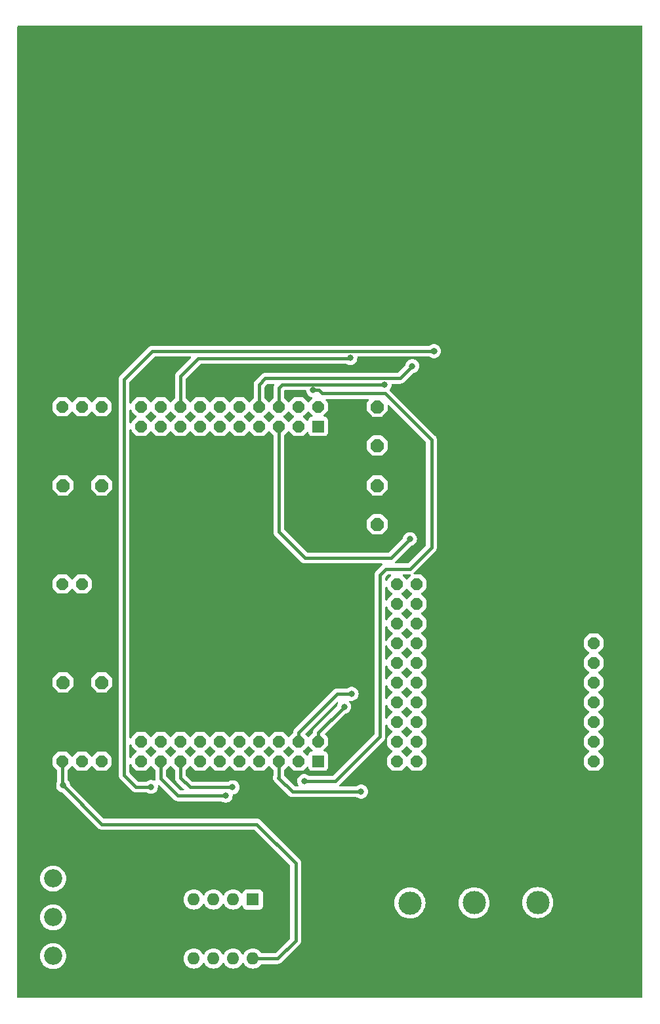
<source format=gbr>
%TF.GenerationSoftware,KiCad,Pcbnew,7.0.10*%
%TF.CreationDate,2025-04-16T22:41:53-06:00*%
%TF.ProjectId,Afinador_pcb,4166696e-6164-46f7-925f-7063622e6b69,rev?*%
%TF.SameCoordinates,Original*%
%TF.FileFunction,Copper,L2,Bot*%
%TF.FilePolarity,Positive*%
%FSLAX46Y46*%
G04 Gerber Fmt 4.6, Leading zero omitted, Abs format (unit mm)*
G04 Created by KiCad (PCBNEW 7.0.10) date 2025-04-16 22:41:53*
%MOMM*%
%LPD*%
G01*
G04 APERTURE LIST*
G04 Aperture macros list*
%AMOutline5P*
0 Free polygon, 5 corners , with rotation*
0 The origin of the aperture is its center*
0 number of corners: always 5*
0 $1 to $10 corner X, Y*
0 $11 Rotation angle, in degrees counterclockwise*
0 create outline with 5 corners*
4,1,5,$1,$2,$3,$4,$5,$6,$7,$8,$9,$10,$1,$2,$11*%
%AMOutline6P*
0 Free polygon, 6 corners , with rotation*
0 The origin of the aperture is its center*
0 number of corners: always 6*
0 $1 to $12 corner X, Y*
0 $13 Rotation angle, in degrees counterclockwise*
0 create outline with 6 corners*
4,1,6,$1,$2,$3,$4,$5,$6,$7,$8,$9,$10,$11,$12,$1,$2,$13*%
%AMOutline7P*
0 Free polygon, 7 corners , with rotation*
0 The origin of the aperture is its center*
0 number of corners: always 7*
0 $1 to $14 corner X, Y*
0 $15 Rotation angle, in degrees counterclockwise*
0 create outline with 7 corners*
4,1,7,$1,$2,$3,$4,$5,$6,$7,$8,$9,$10,$11,$12,$13,$14,$1,$2,$15*%
%AMOutline8P*
0 Free polygon, 8 corners , with rotation*
0 The origin of the aperture is its center*
0 number of corners: always 8*
0 $1 to $16 corner X, Y*
0 $17 Rotation angle, in degrees counterclockwise*
0 create outline with 8 corners*
4,1,8,$1,$2,$3,$4,$5,$6,$7,$8,$9,$10,$11,$12,$13,$14,$15,$16,$1,$2,$17*%
G04 Aperture macros list end*
%TA.AperFunction,ComponentPad*%
%ADD10C,3.000000*%
%TD*%
%TA.AperFunction,ComponentPad*%
%ADD11Outline8P,-0.762000X0.315631X-0.315631X0.762000X0.315631X0.762000X0.762000X0.315631X0.762000X-0.315631X0.315631X-0.762000X-0.315631X-0.762000X-0.762000X-0.315631X90.000000*%
%TD*%
%TA.AperFunction,ComponentPad*%
%ADD12Outline8P,-0.762000X0.315631X-0.315631X0.762000X0.315631X0.762000X0.762000X0.315631X0.762000X-0.315631X0.315631X-0.762000X-0.315631X-0.762000X-0.762000X-0.315631X270.000000*%
%TD*%
%TA.AperFunction,ComponentPad*%
%ADD13Outline8P,-0.838200X0.347194X-0.347194X0.838200X0.347194X0.838200X0.838200X0.347194X0.838200X-0.347194X0.347194X-0.838200X-0.347194X-0.838200X-0.838200X-0.347194X180.000000*%
%TD*%
%TA.AperFunction,ComponentPad*%
%ADD14Outline8P,-0.838200X0.347194X-0.347194X0.838200X0.347194X0.838200X0.838200X0.347194X0.838200X-0.347194X0.347194X-0.838200X-0.347194X-0.838200X-0.838200X-0.347194X270.000000*%
%TD*%
%TA.AperFunction,ComponentPad*%
%ADD15Outline8P,-0.762000X0.315631X-0.315631X0.762000X0.315631X0.762000X0.762000X0.315631X0.762000X-0.315631X0.315631X-0.762000X-0.315631X-0.762000X-0.762000X-0.315631X180.000000*%
%TD*%
%TA.AperFunction,ComponentPad*%
%ADD16R,1.524000X1.524000*%
%TD*%
%TA.AperFunction,ComponentPad*%
%ADD17C,2.340000*%
%TD*%
%TA.AperFunction,ComponentPad*%
%ADD18O,1.600000X1.600000*%
%TD*%
%TA.AperFunction,ComponentPad*%
%ADD19R,1.600000X1.600000*%
%TD*%
%TA.AperFunction,ViaPad*%
%ADD20C,0.800000*%
%TD*%
%TA.AperFunction,Conductor*%
%ADD21C,0.400000*%
%TD*%
G04 APERTURE END LIST*
D10*
%TO.P,J2,T*%
%TO.N,Net-(U1A-+)*%
X93204800Y-136455600D03*
%TO.P,J2,S*%
%TO.N,unconnected-(J2-PadS)*%
X109689400Y-136404800D03*
%TO.P,J2,R*%
%TO.N,unconnected-(J2-PadR)*%
X101485200Y-136430200D03*
%TD*%
D11*
%TO.P,MSP430F5529LP1,x*%
%TO.N,N/C*%
X91516200Y-118160800D03*
X94056200Y-118160800D03*
D12*
X116916200Y-118160800D03*
D11*
X91516200Y-115620800D03*
X94056200Y-115620800D03*
D12*
X116916200Y-115620800D03*
D11*
X91516200Y-113080800D03*
X94056200Y-113080800D03*
D12*
X116916200Y-113080800D03*
D11*
X91516200Y-110540800D03*
X94056200Y-110540800D03*
D12*
X116916200Y-110540800D03*
D13*
X48415000Y-108001400D03*
X53417400Y-108001400D03*
D11*
X91516200Y-108000800D03*
X94056200Y-108000800D03*
D12*
X116916200Y-108000800D03*
D11*
X91516200Y-105460800D03*
X94056200Y-105460800D03*
D12*
X116916200Y-105460800D03*
D11*
X91541600Y-102920800D03*
X94081600Y-102920800D03*
D12*
X116916200Y-102920800D03*
D11*
X91516200Y-100380800D03*
X94056200Y-100380800D03*
X91516200Y-97840800D03*
X94056200Y-97840800D03*
X48336200Y-95300800D03*
X50876200Y-95300800D03*
D12*
X91516200Y-95300800D03*
X94056200Y-95300800D03*
D14*
X88976800Y-87602000D03*
D13*
X48415000Y-82601400D03*
X53417400Y-82601400D03*
D14*
X88976800Y-82599600D03*
X88976800Y-77442000D03*
D12*
%TO.P,MSP430F5529LP1,41*%
X50876200Y-118160800D03*
X53416200Y-118160800D03*
X50876200Y-72440800D03*
X53416200Y-72440800D03*
D15*
%TO.P,MSP430F5529LP1,40,P8.1*%
%TO.N,unconnected-(MSP430F5529LP1-P8.1-Pad40)*%
X58496200Y-118160800D03*
%TO.P,MSP430F5529LP1,39,P2.3*%
%TO.N,/C*%
X61036200Y-118160800D03*
%TO.P,MSP430F5529LP1,38,P2.6*%
%TO.N,/F*%
X63576200Y-118160800D03*
%TO.P,MSP430F5529LP1,37,P3.1*%
%TO.N,/OVER*%
X66116200Y-118160800D03*
%TO.P,MSP430F5529LP1,36,P3.0*%
%TO.N,/RUnd*%
X68656200Y-118160800D03*
%TO.P,MSP430F5529LP1,35,RST*%
%TO.N,unconnected-(MSP430F5529LP1-RST-Pad35)*%
X71196200Y-118160800D03*
D14*
X88976800Y-72439600D03*
D15*
%TO.P,MSP430F5529LP1,34,P7.4*%
%TO.N,unconnected-(MSP430F5529LP1-P7.4-Pad34)*%
X73736200Y-118160800D03*
%TO.P,MSP430F5529LP1,33,P2.2*%
%TO.N,/B*%
X76276200Y-118160800D03*
%TO.P,MSP430F5529LP1,32,P2.0*%
%TO.N,/A*%
X78816200Y-118160800D03*
%TO.P,MSP430F5529LP1,30,P8.2*%
%TO.N,unconnected-(MSP430F5529LP1-P8.2-Pad30)*%
X58496200Y-115620800D03*
%TO.P,MSP430F5529LP1,29,P3.7*%
%TO.N,unconnected-(MSP430F5529LP1-P3.7-Pad29)*%
X61036200Y-115620800D03*
%TO.P,MSP430F5529LP1,28,P4.0*%
%TO.N,unconnected-(MSP430F5529LP1-P4.0-Pad28)*%
X63576200Y-115620800D03*
%TO.P,MSP430F5529LP1,27,P4.3*%
%TO.N,unconnected-(MSP430F5529LP1-P4.3-Pad27)*%
X66116200Y-115620800D03*
%TO.P,MSP430F5529LP1,26,P1.2*%
%TO.N,unconnected-(MSP430F5529LP1-P1.2-Pad26)*%
X68656200Y-115620800D03*
%TO.P,MSP430F5529LP1,25,P1.3*%
%TO.N,unconnected-(MSP430F5529LP1-P1.3-Pad25)*%
X71196200Y-115620800D03*
%TO.P,MSP430F5529LP1,24,P1.4*%
%TO.N,unconnected-(MSP430F5529LP1-P1.4-Pad24)*%
X73736200Y-115620800D03*
%TO.P,MSP430F5529LP1,23,P1.5*%
%TO.N,unconnected-(MSP430F5529LP1-P1.5-Pad23)*%
X76276200Y-115620800D03*
%TO.P,MSP430F5529LP1,22,P2.4*%
%TO.N,/D*%
X78816200Y-115620800D03*
%TO.P,MSP430F5529LP1,21,P2.5*%
%TO.N,/E*%
X81356200Y-115620800D03*
%TO.P,MSP430F5529LP1,20,P3.5*%
%TO.N,unconnected-(MSP430F5529LP1-P3.5-Pad20)*%
X58496200Y-74980800D03*
%TO.P,MSP430F5529LP1,19,P3.6*%
%TO.N,unconnected-(MSP430F5529LP1-P3.6-Pad19)*%
X61036200Y-74980800D03*
%TO.P,MSP430F5529LP1,18,P7.0*%
%TO.N,unconnected-(MSP430F5529LP1-P7.0-Pad18)*%
X63576200Y-74980800D03*
%TO.P,MSP430F5529LP1,17,P6.4*%
%TO.N,unconnected-(MSP430F5529LP1-P6.4-Pad17)*%
X66116200Y-74980800D03*
%TO.P,MSP430F5529LP1,16,P6.3*%
%TO.N,unconnected-(MSP430F5529LP1-P6.3-Pad16)*%
X68656200Y-74980800D03*
%TO.P,MSP430F5529LP1,15,P6.2*%
%TO.N,unconnected-(MSP430F5529LP1-P6.2-Pad15)*%
X71196200Y-74980800D03*
%TO.P,MSP430F5529LP1,14,P6.1*%
%TO.N,unconnected-(MSP430F5529LP1-P6.1-Pad14)*%
X73736200Y-74980800D03*
%TO.P,MSP430F5529LP1,13,P6.0*%
%TO.N,Net-(MSP430F5529LP1-P6.0)*%
X76276200Y-74980800D03*
D16*
%TO.P,MSP430F5529LP1,12,GND*%
%TO.N,Net-(A1-K)*%
X81356200Y-118160800D03*
D15*
X78816200Y-74980800D03*
D16*
%TO.P,MSP430F5529LP1,11,5V*%
%TO.N,Net-(MSP430F5529LP1-5V)*%
X81356200Y-74980800D03*
D12*
X48336200Y-72440800D03*
D15*
%TO.P,MSP430F5529LP1,10,P4.1*%
%TO.N,unconnected-(MSP430F5529LP1-P4.1-Pad10)*%
X58496200Y-72440800D03*
%TO.P,MSP430F5529LP1,9,P4.2*%
%TO.N,unconnected-(MSP430F5529LP1-P4.2-Pad9)*%
X61036200Y-72440800D03*
%TO.P,MSP430F5529LP1,8,P2.7*%
%TO.N,/G*%
X63576200Y-72440800D03*
%TO.P,MSP430F5529LP1,7,P3.2*%
%TO.N,/RBmol*%
X66116200Y-72440800D03*
%TO.P,MSP430F5529LP1,6,P6.6*%
%TO.N,unconnected-(MSP430F5529LP1-P6.6-Pad6)*%
X68656200Y-72440800D03*
%TO.P,MSP430F5529LP1,5,P1.6*%
%TO.N,unconnected-(MSP430F5529LP1-P1.6-Pad5)*%
X71196200Y-72440800D03*
%TO.P,MSP430F5529LP1,4,P3.3*%
%TO.N,/#*%
X73736200Y-72440800D03*
%TO.P,MSP430F5529LP1,3,P3.4*%
%TO.N,/RIGTH*%
X76276200Y-72440800D03*
%TO.P,MSP430F5529LP1,2,6.5*%
%TO.N,unconnected-(MSP430F5529LP1-6.5-Pad2)*%
X78816200Y-72440800D03*
D12*
%TO.P,MSP430F5529LP1,1,3.3V*%
%TO.N,unconnected-(MSP430F5529LP1-3.3V-Pad1)*%
X48336200Y-118160800D03*
D15*
X81356200Y-72440800D03*
%TD*%
D17*
%TO.P,RV1,3,3*%
%TO.N,Net-(A1-K)*%
X47147400Y-143303000D03*
%TO.P,RV1,2,2*%
%TO.N,Net-(U1A--)*%
X47147400Y-138303000D03*
%TO.P,RV1,1,1*%
%TO.N,Net-(MSP430F5529LP1-5V)*%
X47147400Y-133303000D03*
%TD*%
D18*
%TO.P,U1,8*%
%TO.N,N/C*%
X72913400Y-143621600D03*
%TO.P,U1,7*%
X70373400Y-143621600D03*
%TO.P,U1,6*%
X67833400Y-143621600D03*
%TO.P,U1,5*%
X65293400Y-143621600D03*
%TO.P,U1,4*%
X65293400Y-136001600D03*
%TO.P,U1,3,+*%
%TO.N,Net-(U1A-+)*%
X67833400Y-136001600D03*
%TO.P,U1,2,-*%
%TO.N,Net-(U1A--)*%
X70373400Y-136001600D03*
D19*
%TO.P,U1,1*%
%TO.N,Net-(MSP430F5529LP1-P6.0)*%
X72913400Y-136001600D03*
%TD*%
D20*
%TO.N,unconnected-(MSP430F5529LP1-3.3V-Pad1)*%
X48439600Y-121290200D03*
%TO.N,Net-(MSP430F5529LP1-P6.0)*%
X93194400Y-89514800D03*
X93194400Y-89514800D03*
%TO.N,/OVER*%
X59766200Y-121488200D03*
X59766200Y-121488200D03*
X96291400Y-65278000D03*
X96301742Y-65286567D03*
%TO.N,/#*%
X93497400Y-67208400D03*
X93497400Y-67208400D03*
%TO.N,/RIGTH*%
X89916000Y-69596000D03*
X89916000Y-69596000D03*
%TO.N,/B*%
X86893400Y-122097800D03*
X86893400Y-122097800D03*
%TO.N,/G*%
X85496400Y-66167000D03*
X85496400Y-66167000D03*
%TO.N,/C*%
X69418200Y-122631200D03*
X69418200Y-122631200D03*
%TO.N,/D*%
X85674200Y-109474000D03*
X85674200Y-109474000D03*
%TO.N,/E*%
X84709000Y-111150400D03*
X84709000Y-111150400D03*
X84709000Y-111150400D03*
%TO.N,/F*%
X70307200Y-121539000D03*
%TO.N,/A*%
X79552800Y-120726200D03*
X80721200Y-70321000D03*
%TD*%
D21*
%TO.N,Net-(MSP430F5529LP1-P6.0)*%
X90756000Y-91953200D02*
X79659600Y-91953200D01*
X93194400Y-89514800D02*
X90756000Y-91953200D01*
X79659600Y-91953200D02*
X76276200Y-88569800D01*
X76276200Y-88569800D02*
X76276200Y-74980800D01*
%TO.N,/A*%
X83540600Y-120777000D02*
X79552800Y-120726200D01*
X89331800Y-114985800D02*
X83540600Y-120777000D01*
X89331800Y-94139400D02*
X89331800Y-114985800D01*
X90113600Y-93357600D02*
X89331800Y-94139400D01*
X90017600Y-70739000D02*
X95963000Y-76684400D01*
X95963000Y-76684400D02*
X95963000Y-90581600D01*
X81864200Y-70739000D02*
X90017600Y-70739000D01*
X81432400Y-70307200D02*
X81864200Y-70739000D01*
X93187000Y-93357600D02*
X90113600Y-93357600D01*
X80735000Y-70307200D02*
X81432400Y-70307200D01*
X95963000Y-90581600D02*
X93187000Y-93357600D01*
X80721200Y-70321000D02*
X80735000Y-70307200D01*
%TO.N,unconnected-(MSP430F5529LP1-3.3V-Pad1)*%
X48336200Y-121186800D02*
X48439600Y-121290200D01*
X48336200Y-118160800D02*
X48336200Y-121186800D01*
X53439600Y-126290200D02*
X48439600Y-121290200D01*
X73439600Y-126290200D02*
X53439600Y-126290200D01*
X78439600Y-141290200D02*
X78439600Y-131290200D01*
X72913400Y-143621600D02*
X76108200Y-143621600D01*
X76108200Y-143621600D02*
X78439600Y-141290200D01*
X78439600Y-131290200D02*
X73439600Y-126290200D01*
%TO.N,/OVER*%
X57607200Y-121259600D02*
X57835800Y-121488200D01*
X56311800Y-68884800D02*
X56311800Y-119964200D01*
X56311800Y-119964200D02*
X57607200Y-121259600D01*
X57835800Y-121488200D02*
X59766200Y-121488200D01*
X59918600Y-65278000D02*
X56311800Y-68884800D01*
X96291400Y-65278000D02*
X59918600Y-65278000D01*
%TO.N,/G*%
X63576200Y-68529200D02*
X63576200Y-72440800D01*
X85496400Y-66167000D02*
X85445600Y-66217800D01*
X65887600Y-66217800D02*
X63576200Y-68529200D01*
X85445600Y-66217800D02*
X65887600Y-66217800D01*
%TO.N,/#*%
X73736200Y-69570600D02*
X73736200Y-72440800D01*
X74523600Y-68783200D02*
X73736200Y-69570600D01*
X91922600Y-68783200D02*
X74523600Y-68783200D01*
X93497400Y-67208400D02*
X91922600Y-68783200D01*
%TO.N,/RIGTH*%
X76276200Y-70002400D02*
X76276200Y-72440800D01*
X89916000Y-69596000D02*
X86741000Y-69596000D01*
X86741000Y-69596000D02*
X86715600Y-69570600D01*
X86715600Y-69570600D02*
X76708000Y-69570600D01*
X76708000Y-69570600D02*
X76276200Y-70002400D01*
%TO.N,/B*%
X76225400Y-120294400D02*
X76276200Y-120243600D01*
X78028800Y-122097800D02*
X76225400Y-120294400D01*
X76276200Y-120243600D02*
X76276200Y-118160800D01*
X86893400Y-122097800D02*
X78028800Y-122097800D01*
%TO.N,/C*%
X61036200Y-120421400D02*
X61036200Y-118160800D01*
X63246000Y-122631200D02*
X61036200Y-120421400D01*
X69418200Y-122631200D02*
X63246000Y-122631200D01*
%TO.N,/D*%
X78816200Y-114477800D02*
X78816200Y-115620800D01*
X83820000Y-109474000D02*
X78816200Y-114477800D01*
X85674200Y-109474000D02*
X83820000Y-109474000D01*
%TO.N,/E*%
X84709000Y-111150400D02*
X81356200Y-114503200D01*
X81356200Y-114503200D02*
X81356200Y-115620800D01*
%TO.N,/F*%
X63576200Y-120294400D02*
X63576200Y-118160800D01*
X64820800Y-121539000D02*
X63576200Y-120294400D01*
X70307200Y-121539000D02*
X64820800Y-121539000D01*
%TO.N,/A*%
X79552800Y-120726200D02*
X79603600Y-120777000D01*
%TD*%
%TA.AperFunction,NonConductor*%
G36*
X123160239Y-23316685D02*
G01*
X123205994Y-23369489D01*
X123217200Y-23421000D01*
X123217200Y-148598200D01*
X123197515Y-148665239D01*
X123144711Y-148710994D01*
X123093200Y-148722200D01*
X42645400Y-148722200D01*
X42578361Y-148702515D01*
X42532606Y-148649711D01*
X42521400Y-148598200D01*
X42521400Y-143303004D01*
X45472216Y-143303004D01*
X45490924Y-143552663D01*
X45490925Y-143552668D01*
X45546636Y-143796755D01*
X45546638Y-143796764D01*
X45546640Y-143796769D01*
X45638111Y-144029835D01*
X45763298Y-144246665D01*
X45830834Y-144331352D01*
X45919406Y-144442418D01*
X46092664Y-144603177D01*
X46102940Y-144612712D01*
X46309808Y-144753752D01*
X46309813Y-144753754D01*
X46309814Y-144753755D01*
X46309815Y-144753756D01*
X46429618Y-144811449D01*
X46535383Y-144862383D01*
X46535384Y-144862383D01*
X46535387Y-144862385D01*
X46774636Y-144936184D01*
X46774637Y-144936184D01*
X46774640Y-144936185D01*
X47022205Y-144973499D01*
X47022210Y-144973499D01*
X47022213Y-144973500D01*
X47022214Y-144973500D01*
X47272586Y-144973500D01*
X47272587Y-144973500D01*
X47272594Y-144973499D01*
X47520159Y-144936185D01*
X47520160Y-144936184D01*
X47520164Y-144936184D01*
X47759413Y-144862385D01*
X47984992Y-144753752D01*
X48191860Y-144612712D01*
X48355645Y-144460741D01*
X48375393Y-144442418D01*
X48375393Y-144442416D01*
X48375397Y-144442414D01*
X48531502Y-144246665D01*
X48656689Y-144029835D01*
X48748160Y-143796769D01*
X48803874Y-143552673D01*
X48803875Y-143552663D01*
X48822584Y-143303004D01*
X48822584Y-143302995D01*
X48803875Y-143053336D01*
X48803874Y-143053331D01*
X48803874Y-143053327D01*
X48748160Y-142809231D01*
X48656689Y-142576165D01*
X48531502Y-142359335D01*
X48375397Y-142163586D01*
X48375396Y-142163585D01*
X48375393Y-142163581D01*
X48191860Y-141993288D01*
X47984992Y-141852248D01*
X47984988Y-141852246D01*
X47984985Y-141852244D01*
X47984984Y-141852243D01*
X47759415Y-141743616D01*
X47759417Y-141743616D01*
X47520165Y-141669816D01*
X47520159Y-141669814D01*
X47272594Y-141632500D01*
X47272587Y-141632500D01*
X47022213Y-141632500D01*
X47022205Y-141632500D01*
X46774640Y-141669814D01*
X46774634Y-141669816D01*
X46535383Y-141743616D01*
X46309815Y-141852243D01*
X46309814Y-141852244D01*
X46102939Y-141993288D01*
X45919406Y-142163581D01*
X45763298Y-142359335D01*
X45638111Y-142576164D01*
X45546642Y-142809225D01*
X45546636Y-142809244D01*
X45490925Y-143053331D01*
X45490924Y-143053336D01*
X45472216Y-143302995D01*
X45472216Y-143303004D01*
X42521400Y-143303004D01*
X42521400Y-138303004D01*
X45472216Y-138303004D01*
X45490924Y-138552663D01*
X45490925Y-138552668D01*
X45546636Y-138796755D01*
X45546638Y-138796764D01*
X45546640Y-138796769D01*
X45638111Y-139029835D01*
X45763298Y-139246665D01*
X45889381Y-139404768D01*
X45919406Y-139442418D01*
X46092664Y-139603177D01*
X46102940Y-139612712D01*
X46309808Y-139753752D01*
X46309813Y-139753754D01*
X46309814Y-139753755D01*
X46309815Y-139753756D01*
X46429618Y-139811449D01*
X46535383Y-139862383D01*
X46535384Y-139862383D01*
X46535387Y-139862385D01*
X46774636Y-139936184D01*
X46774637Y-139936184D01*
X46774640Y-139936185D01*
X47022205Y-139973499D01*
X47022210Y-139973499D01*
X47022213Y-139973500D01*
X47022214Y-139973500D01*
X47272586Y-139973500D01*
X47272587Y-139973500D01*
X47272594Y-139973499D01*
X47520159Y-139936185D01*
X47520160Y-139936184D01*
X47520164Y-139936184D01*
X47759413Y-139862385D01*
X47984992Y-139753752D01*
X48191860Y-139612712D01*
X48375397Y-139442414D01*
X48531502Y-139246665D01*
X48656689Y-139029835D01*
X48748160Y-138796769D01*
X48803874Y-138552673D01*
X48812258Y-138440795D01*
X48822584Y-138303004D01*
X48822584Y-138302995D01*
X48803875Y-138053336D01*
X48803874Y-138053331D01*
X48803874Y-138053327D01*
X48748160Y-137809231D01*
X48656689Y-137576165D01*
X48531502Y-137359335D01*
X48375397Y-137163586D01*
X48375396Y-137163585D01*
X48375393Y-137163581D01*
X48191860Y-136993288D01*
X48157477Y-136969846D01*
X47984992Y-136852248D01*
X47984988Y-136852246D01*
X47984985Y-136852244D01*
X47984984Y-136852243D01*
X47759415Y-136743616D01*
X47759417Y-136743616D01*
X47520165Y-136669816D01*
X47520159Y-136669814D01*
X47272594Y-136632500D01*
X47272587Y-136632500D01*
X47022213Y-136632500D01*
X47022205Y-136632500D01*
X46774640Y-136669814D01*
X46774634Y-136669816D01*
X46535383Y-136743616D01*
X46309815Y-136852243D01*
X46309814Y-136852244D01*
X46102939Y-136993288D01*
X45919406Y-137163581D01*
X45763298Y-137359335D01*
X45638111Y-137576164D01*
X45546642Y-137809225D01*
X45546636Y-137809244D01*
X45490925Y-138053331D01*
X45490924Y-138053336D01*
X45472216Y-138302995D01*
X45472216Y-138303004D01*
X42521400Y-138303004D01*
X42521400Y-136001601D01*
X63987932Y-136001601D01*
X64007764Y-136228286D01*
X64007766Y-136228297D01*
X64066658Y-136448088D01*
X64066661Y-136448097D01*
X64162831Y-136654332D01*
X64162832Y-136654334D01*
X64293354Y-136840741D01*
X64454258Y-137001645D01*
X64454261Y-137001647D01*
X64640666Y-137132168D01*
X64846904Y-137228339D01*
X64846909Y-137228340D01*
X64846911Y-137228341D01*
X64899815Y-137242516D01*
X65066708Y-137287235D01*
X65228630Y-137301401D01*
X65293398Y-137307068D01*
X65293400Y-137307068D01*
X65293402Y-137307068D01*
X65350207Y-137302098D01*
X65520092Y-137287235D01*
X65739896Y-137228339D01*
X65946134Y-137132168D01*
X66132539Y-137001647D01*
X66293447Y-136840739D01*
X66423968Y-136654334D01*
X66451018Y-136596324D01*
X66497190Y-136543885D01*
X66564383Y-136524733D01*
X66631265Y-136544948D01*
X66675782Y-136596325D01*
X66702829Y-136654328D01*
X66702832Y-136654334D01*
X66833354Y-136840741D01*
X66994258Y-137001645D01*
X66994261Y-137001647D01*
X67180666Y-137132168D01*
X67386904Y-137228339D01*
X67386909Y-137228340D01*
X67386911Y-137228341D01*
X67439815Y-137242516D01*
X67606708Y-137287235D01*
X67768630Y-137301401D01*
X67833398Y-137307068D01*
X67833400Y-137307068D01*
X67833402Y-137307068D01*
X67890207Y-137302098D01*
X68060092Y-137287235D01*
X68279896Y-137228339D01*
X68486134Y-137132168D01*
X68672539Y-137001647D01*
X68833447Y-136840739D01*
X68963968Y-136654334D01*
X68991018Y-136596324D01*
X69037190Y-136543885D01*
X69104383Y-136524733D01*
X69171265Y-136544948D01*
X69215782Y-136596325D01*
X69242829Y-136654328D01*
X69242832Y-136654334D01*
X69373354Y-136840741D01*
X69534258Y-137001645D01*
X69534261Y-137001647D01*
X69720666Y-137132168D01*
X69926904Y-137228339D01*
X69926909Y-137228340D01*
X69926911Y-137228341D01*
X69979815Y-137242516D01*
X70146708Y-137287235D01*
X70308630Y-137301401D01*
X70373398Y-137307068D01*
X70373400Y-137307068D01*
X70373402Y-137307068D01*
X70430207Y-137302098D01*
X70600092Y-137287235D01*
X70819896Y-137228339D01*
X71026134Y-137132168D01*
X71212539Y-137001647D01*
X71373447Y-136840739D01*
X71390672Y-136816139D01*
X71445248Y-136772513D01*
X71514746Y-136765318D01*
X71577101Y-136796839D01*
X71612516Y-136857068D01*
X71615538Y-136874006D01*
X71619308Y-136909083D01*
X71669602Y-137043928D01*
X71669606Y-137043935D01*
X71755852Y-137159144D01*
X71755855Y-137159147D01*
X71871064Y-137245393D01*
X71871071Y-137245397D01*
X72005917Y-137295691D01*
X72005916Y-137295691D01*
X72012844Y-137296435D01*
X72065527Y-137302100D01*
X73761272Y-137302099D01*
X73820883Y-137295691D01*
X73955731Y-137245396D01*
X74070946Y-137159146D01*
X74157196Y-137043931D01*
X74207491Y-136909083D01*
X74213900Y-136849473D01*
X74213899Y-135153728D01*
X74207491Y-135094117D01*
X74206479Y-135091405D01*
X74157197Y-134959271D01*
X74157193Y-134959264D01*
X74070947Y-134844055D01*
X74070944Y-134844052D01*
X73955735Y-134757806D01*
X73955728Y-134757802D01*
X73820882Y-134707508D01*
X73820883Y-134707508D01*
X73761283Y-134701101D01*
X73761281Y-134701100D01*
X73761273Y-134701100D01*
X73761264Y-134701100D01*
X72065529Y-134701100D01*
X72065523Y-134701101D01*
X72005916Y-134707508D01*
X71871071Y-134757802D01*
X71871064Y-134757806D01*
X71755855Y-134844052D01*
X71755852Y-134844055D01*
X71669606Y-134959264D01*
X71669602Y-134959271D01*
X71619308Y-135094116D01*
X71615537Y-135129196D01*
X71588798Y-135193746D01*
X71531406Y-135233594D01*
X71461580Y-135236087D01*
X71401492Y-135200434D01*
X71390673Y-135187062D01*
X71373445Y-135162458D01*
X71212541Y-135001554D01*
X71026134Y-134871032D01*
X71026132Y-134871031D01*
X70819897Y-134774861D01*
X70819888Y-134774858D01*
X70600097Y-134715966D01*
X70600093Y-134715965D01*
X70600092Y-134715965D01*
X70600091Y-134715964D01*
X70600086Y-134715964D01*
X70373402Y-134696132D01*
X70373398Y-134696132D01*
X70146713Y-134715964D01*
X70146702Y-134715966D01*
X69926911Y-134774858D01*
X69926902Y-134774861D01*
X69720667Y-134871031D01*
X69720665Y-134871032D01*
X69534258Y-135001554D01*
X69373354Y-135162458D01*
X69242832Y-135348865D01*
X69242831Y-135348867D01*
X69215782Y-135406875D01*
X69169609Y-135459314D01*
X69102416Y-135478466D01*
X69035535Y-135458250D01*
X68991018Y-135406875D01*
X68963968Y-135348866D01*
X68833447Y-135162461D01*
X68833445Y-135162458D01*
X68672541Y-135001554D01*
X68486134Y-134871032D01*
X68486132Y-134871031D01*
X68279897Y-134774861D01*
X68279888Y-134774858D01*
X68060097Y-134715966D01*
X68060093Y-134715965D01*
X68060092Y-134715965D01*
X68060091Y-134715964D01*
X68060086Y-134715964D01*
X67833402Y-134696132D01*
X67833398Y-134696132D01*
X67606713Y-134715964D01*
X67606702Y-134715966D01*
X67386911Y-134774858D01*
X67386902Y-134774861D01*
X67180667Y-134871031D01*
X67180665Y-134871032D01*
X66994258Y-135001554D01*
X66833354Y-135162458D01*
X66702832Y-135348865D01*
X66702831Y-135348867D01*
X66675782Y-135406875D01*
X66629609Y-135459314D01*
X66562416Y-135478466D01*
X66495535Y-135458250D01*
X66451018Y-135406875D01*
X66423968Y-135348866D01*
X66293447Y-135162461D01*
X66293445Y-135162458D01*
X66132541Y-135001554D01*
X65946134Y-134871032D01*
X65946132Y-134871031D01*
X65739897Y-134774861D01*
X65739888Y-134774858D01*
X65520097Y-134715966D01*
X65520093Y-134715965D01*
X65520092Y-134715965D01*
X65520091Y-134715964D01*
X65520086Y-134715964D01*
X65293402Y-134696132D01*
X65293398Y-134696132D01*
X65066713Y-134715964D01*
X65066702Y-134715966D01*
X64846911Y-134774858D01*
X64846902Y-134774861D01*
X64640667Y-134871031D01*
X64640665Y-134871032D01*
X64454258Y-135001554D01*
X64293354Y-135162458D01*
X64162832Y-135348865D01*
X64162831Y-135348867D01*
X64066661Y-135555102D01*
X64066658Y-135555111D01*
X64007766Y-135774902D01*
X64007764Y-135774913D01*
X63987932Y-136001598D01*
X63987932Y-136001601D01*
X42521400Y-136001601D01*
X42521400Y-133303004D01*
X45472216Y-133303004D01*
X45490924Y-133552663D01*
X45490925Y-133552668D01*
X45546636Y-133796755D01*
X45546638Y-133796764D01*
X45546640Y-133796769D01*
X45638111Y-134029835D01*
X45763298Y-134246665D01*
X45884933Y-134399190D01*
X45919406Y-134442418D01*
X46068154Y-134580435D01*
X46102940Y-134612712D01*
X46309808Y-134753752D01*
X46309813Y-134753754D01*
X46309814Y-134753755D01*
X46309815Y-134753756D01*
X46353641Y-134774861D01*
X46535383Y-134862383D01*
X46535384Y-134862383D01*
X46535387Y-134862385D01*
X46774636Y-134936184D01*
X46774637Y-134936184D01*
X46774640Y-134936185D01*
X47022205Y-134973499D01*
X47022210Y-134973499D01*
X47022213Y-134973500D01*
X47022214Y-134973500D01*
X47272586Y-134973500D01*
X47272587Y-134973500D01*
X47272594Y-134973499D01*
X47520159Y-134936185D01*
X47520160Y-134936184D01*
X47520164Y-134936184D01*
X47759413Y-134862385D01*
X47984992Y-134753752D01*
X48191860Y-134612712D01*
X48375397Y-134442414D01*
X48531502Y-134246665D01*
X48656689Y-134029835D01*
X48748160Y-133796769D01*
X48803874Y-133552673D01*
X48822584Y-133303000D01*
X48803874Y-133053327D01*
X48748160Y-132809231D01*
X48656689Y-132576165D01*
X48531502Y-132359335D01*
X48375397Y-132163586D01*
X48375396Y-132163585D01*
X48375393Y-132163581D01*
X48191860Y-131993288D01*
X47984992Y-131852248D01*
X47984988Y-131852246D01*
X47984985Y-131852244D01*
X47984984Y-131852243D01*
X47759415Y-131743616D01*
X47759417Y-131743616D01*
X47520165Y-131669816D01*
X47520159Y-131669814D01*
X47272594Y-131632500D01*
X47272587Y-131632500D01*
X47022213Y-131632500D01*
X47022205Y-131632500D01*
X46774640Y-131669814D01*
X46774634Y-131669816D01*
X46535383Y-131743616D01*
X46309815Y-131852243D01*
X46309814Y-131852244D01*
X46102939Y-131993288D01*
X45919406Y-132163581D01*
X45763298Y-132359335D01*
X45638111Y-132576164D01*
X45546642Y-132809225D01*
X45546636Y-132809244D01*
X45490925Y-133053331D01*
X45490924Y-133053336D01*
X45472216Y-133302995D01*
X45472216Y-133303004D01*
X42521400Y-133303004D01*
X42521400Y-118517401D01*
X47073700Y-118517401D01*
X47076806Y-118542131D01*
X47083801Y-118597830D01*
X47084260Y-118601480D01*
X47139336Y-118734446D01*
X47139337Y-118734447D01*
X47191321Y-118801366D01*
X47191326Y-118801371D01*
X47599381Y-119209426D01*
X47632866Y-119270749D01*
X47635700Y-119297107D01*
X47635700Y-120848368D01*
X47619089Y-120910365D01*
X47612421Y-120921914D01*
X47584845Y-121006785D01*
X47553926Y-121101944D01*
X47534140Y-121290200D01*
X47553926Y-121478456D01*
X47553927Y-121478459D01*
X47612418Y-121658477D01*
X47612421Y-121658484D01*
X47707067Y-121822416D01*
X47783483Y-121907284D01*
X47833729Y-121963088D01*
X47986865Y-122074348D01*
X47986870Y-122074351D01*
X48159791Y-122151342D01*
X48159793Y-122151342D01*
X48159797Y-122151344D01*
X48314730Y-122184275D01*
X48376207Y-122217466D01*
X48376626Y-122217883D01*
X52926658Y-126767915D01*
X52931778Y-126773353D01*
X52971671Y-126818383D01*
X53021173Y-126852552D01*
X53027191Y-126856980D01*
X53074544Y-126894078D01*
X53074547Y-126894080D01*
X53074546Y-126894080D01*
X53083777Y-126898234D01*
X53103331Y-126909262D01*
X53111670Y-126915018D01*
X53167931Y-126936354D01*
X53174808Y-126939203D01*
X53196163Y-126948815D01*
X53229663Y-126963893D01*
X53229666Y-126963893D01*
X53229669Y-126963895D01*
X53239634Y-126965721D01*
X53261256Y-126971748D01*
X53264377Y-126972931D01*
X53270728Y-126975340D01*
X53328289Y-126982328D01*
X53330415Y-126982587D01*
X53337822Y-126983714D01*
X53396994Y-126994558D01*
X53457033Y-126990925D01*
X53464521Y-126990700D01*
X73098081Y-126990700D01*
X73165120Y-127010385D01*
X73185762Y-127027019D01*
X77702781Y-131544038D01*
X77736266Y-131605361D01*
X77739100Y-131631719D01*
X77739100Y-140948681D01*
X77719415Y-141015720D01*
X77702781Y-141036362D01*
X75854362Y-142884781D01*
X75793039Y-142918266D01*
X75766681Y-142921100D01*
X74075073Y-142921100D01*
X74008034Y-142901415D01*
X73973498Y-142868223D01*
X73913445Y-142782458D01*
X73752541Y-142621554D01*
X73566134Y-142491032D01*
X73566132Y-142491031D01*
X73359897Y-142394861D01*
X73359888Y-142394858D01*
X73140097Y-142335966D01*
X73140093Y-142335965D01*
X73140092Y-142335965D01*
X73140091Y-142335964D01*
X73140086Y-142335964D01*
X72913402Y-142316132D01*
X72913398Y-142316132D01*
X72686713Y-142335964D01*
X72686702Y-142335966D01*
X72466911Y-142394858D01*
X72466902Y-142394861D01*
X72260667Y-142491031D01*
X72260665Y-142491032D01*
X72074258Y-142621554D01*
X71913354Y-142782458D01*
X71782832Y-142968865D01*
X71782831Y-142968867D01*
X71755782Y-143026875D01*
X71709609Y-143079314D01*
X71642416Y-143098466D01*
X71575535Y-143078250D01*
X71531018Y-143026875D01*
X71503968Y-142968867D01*
X71503967Y-142968865D01*
X71445091Y-142884781D01*
X71406239Y-142829293D01*
X71373445Y-142782458D01*
X71212541Y-142621554D01*
X71026134Y-142491032D01*
X71026132Y-142491031D01*
X70819897Y-142394861D01*
X70819888Y-142394858D01*
X70600097Y-142335966D01*
X70600093Y-142335965D01*
X70600092Y-142335965D01*
X70600091Y-142335964D01*
X70600086Y-142335964D01*
X70373402Y-142316132D01*
X70373398Y-142316132D01*
X70146713Y-142335964D01*
X70146702Y-142335966D01*
X69926911Y-142394858D01*
X69926902Y-142394861D01*
X69720667Y-142491031D01*
X69720665Y-142491032D01*
X69534258Y-142621554D01*
X69373354Y-142782458D01*
X69242832Y-142968865D01*
X69242831Y-142968867D01*
X69215782Y-143026875D01*
X69169609Y-143079314D01*
X69102416Y-143098466D01*
X69035535Y-143078250D01*
X68991018Y-143026875D01*
X68963968Y-142968867D01*
X68963967Y-142968865D01*
X68905091Y-142884781D01*
X68866239Y-142829293D01*
X68833445Y-142782458D01*
X68672541Y-142621554D01*
X68486134Y-142491032D01*
X68486132Y-142491031D01*
X68279897Y-142394861D01*
X68279888Y-142394858D01*
X68060097Y-142335966D01*
X68060093Y-142335965D01*
X68060092Y-142335965D01*
X68060091Y-142335964D01*
X68060086Y-142335964D01*
X67833402Y-142316132D01*
X67833398Y-142316132D01*
X67606713Y-142335964D01*
X67606702Y-142335966D01*
X67386911Y-142394858D01*
X67386902Y-142394861D01*
X67180667Y-142491031D01*
X67180665Y-142491032D01*
X66994258Y-142621554D01*
X66833354Y-142782458D01*
X66702832Y-142968865D01*
X66702831Y-142968867D01*
X66675782Y-143026875D01*
X66629609Y-143079314D01*
X66562416Y-143098466D01*
X66495535Y-143078250D01*
X66451018Y-143026875D01*
X66423968Y-142968867D01*
X66423967Y-142968865D01*
X66365091Y-142884781D01*
X66326239Y-142829293D01*
X66293445Y-142782458D01*
X66132541Y-142621554D01*
X65946134Y-142491032D01*
X65946132Y-142491031D01*
X65739897Y-142394861D01*
X65739888Y-142394858D01*
X65520097Y-142335966D01*
X65520093Y-142335965D01*
X65520092Y-142335965D01*
X65520091Y-142335964D01*
X65520086Y-142335964D01*
X65293402Y-142316132D01*
X65293398Y-142316132D01*
X65066713Y-142335964D01*
X65066702Y-142335966D01*
X64846911Y-142394858D01*
X64846902Y-142394861D01*
X64640667Y-142491031D01*
X64640665Y-142491032D01*
X64454258Y-142621554D01*
X64293354Y-142782458D01*
X64162832Y-142968865D01*
X64162831Y-142968867D01*
X64066661Y-143175102D01*
X64066658Y-143175111D01*
X64007766Y-143394902D01*
X64007764Y-143394913D01*
X63987932Y-143621598D01*
X63987932Y-143621601D01*
X64007764Y-143848286D01*
X64007766Y-143848297D01*
X64066658Y-144068088D01*
X64066661Y-144068097D01*
X64162831Y-144274332D01*
X64162832Y-144274334D01*
X64293354Y-144460741D01*
X64454258Y-144621645D01*
X64454261Y-144621647D01*
X64640666Y-144752168D01*
X64846904Y-144848339D01*
X65066708Y-144907235D01*
X65228630Y-144921401D01*
X65293398Y-144927068D01*
X65293400Y-144927068D01*
X65293402Y-144927068D01*
X65350073Y-144922109D01*
X65520092Y-144907235D01*
X65739896Y-144848339D01*
X65946134Y-144752168D01*
X66132539Y-144621647D01*
X66293447Y-144460739D01*
X66423968Y-144274334D01*
X66451018Y-144216324D01*
X66497190Y-144163885D01*
X66564383Y-144144733D01*
X66631265Y-144164948D01*
X66675781Y-144216324D01*
X66680050Y-144225478D01*
X66702829Y-144274328D01*
X66702832Y-144274334D01*
X66833354Y-144460741D01*
X66994258Y-144621645D01*
X66994261Y-144621647D01*
X67180666Y-144752168D01*
X67386904Y-144848339D01*
X67606708Y-144907235D01*
X67768630Y-144921401D01*
X67833398Y-144927068D01*
X67833400Y-144927068D01*
X67833402Y-144927068D01*
X67890073Y-144922109D01*
X68060092Y-144907235D01*
X68279896Y-144848339D01*
X68486134Y-144752168D01*
X68672539Y-144621647D01*
X68833447Y-144460739D01*
X68963968Y-144274334D01*
X68991018Y-144216324D01*
X69037190Y-144163885D01*
X69104383Y-144144733D01*
X69171265Y-144164948D01*
X69215781Y-144216324D01*
X69220050Y-144225478D01*
X69242829Y-144274328D01*
X69242832Y-144274334D01*
X69373354Y-144460741D01*
X69534258Y-144621645D01*
X69534261Y-144621647D01*
X69720666Y-144752168D01*
X69926904Y-144848339D01*
X70146708Y-144907235D01*
X70308630Y-144921401D01*
X70373398Y-144927068D01*
X70373400Y-144927068D01*
X70373402Y-144927068D01*
X70430073Y-144922109D01*
X70600092Y-144907235D01*
X70819896Y-144848339D01*
X71026134Y-144752168D01*
X71212539Y-144621647D01*
X71373447Y-144460739D01*
X71503968Y-144274334D01*
X71531018Y-144216324D01*
X71577190Y-144163885D01*
X71644383Y-144144733D01*
X71711265Y-144164948D01*
X71755781Y-144216324D01*
X71760050Y-144225478D01*
X71782829Y-144274328D01*
X71782832Y-144274334D01*
X71913354Y-144460741D01*
X72074258Y-144621645D01*
X72074261Y-144621647D01*
X72260666Y-144752168D01*
X72466904Y-144848339D01*
X72686708Y-144907235D01*
X72848630Y-144921401D01*
X72913398Y-144927068D01*
X72913400Y-144927068D01*
X72913402Y-144927068D01*
X72970073Y-144922109D01*
X73140092Y-144907235D01*
X73359896Y-144848339D01*
X73566134Y-144752168D01*
X73752539Y-144621647D01*
X73913447Y-144460739D01*
X73973498Y-144374977D01*
X74028075Y-144331352D01*
X74075073Y-144322100D01*
X76083279Y-144322100D01*
X76090766Y-144322325D01*
X76150806Y-144325958D01*
X76209982Y-144315113D01*
X76217385Y-144313987D01*
X76221121Y-144313533D01*
X76277072Y-144306740D01*
X76286535Y-144303150D01*
X76308161Y-144297122D01*
X76309093Y-144296951D01*
X76318132Y-144295295D01*
X76373008Y-144270596D01*
X76379878Y-144267750D01*
X76436130Y-144246418D01*
X76444466Y-144240662D01*
X76464021Y-144229634D01*
X76473257Y-144225478D01*
X76520613Y-144188375D01*
X76526604Y-144183966D01*
X76576129Y-144149783D01*
X76616022Y-144104751D01*
X76621124Y-144099331D01*
X78917323Y-141803131D01*
X78922725Y-141798045D01*
X78967783Y-141758129D01*
X79001958Y-141708616D01*
X79006379Y-141702606D01*
X79043477Y-141655257D01*
X79047629Y-141646028D01*
X79058662Y-141626468D01*
X79059019Y-141625950D01*
X79064418Y-141618130D01*
X79085754Y-141561868D01*
X79088614Y-141554966D01*
X79113293Y-141500134D01*
X79113292Y-141500134D01*
X79113294Y-141500132D01*
X79115120Y-141490165D01*
X79121148Y-141468540D01*
X79124740Y-141459072D01*
X79131989Y-141399369D01*
X79133116Y-141391962D01*
X79143957Y-141332806D01*
X79140326Y-141272777D01*
X79140100Y-141265290D01*
X79140100Y-136455601D01*
X91199190Y-136455601D01*
X91219604Y-136741033D01*
X91280428Y-137020637D01*
X91280430Y-137020643D01*
X91280431Y-137020646D01*
X91364258Y-137245393D01*
X91380435Y-137288766D01*
X91517570Y-137539909D01*
X91517575Y-137539917D01*
X91689054Y-137768987D01*
X91689070Y-137769005D01*
X91891394Y-137971329D01*
X91891412Y-137971345D01*
X92120482Y-138142824D01*
X92120490Y-138142829D01*
X92371633Y-138279964D01*
X92371632Y-138279964D01*
X92371636Y-138279965D01*
X92371639Y-138279967D01*
X92639754Y-138379969D01*
X92639760Y-138379970D01*
X92639762Y-138379971D01*
X92919366Y-138440795D01*
X92919368Y-138440795D01*
X92919372Y-138440796D01*
X93173020Y-138458937D01*
X93204799Y-138461210D01*
X93204800Y-138461210D01*
X93204801Y-138461210D01*
X93233395Y-138459164D01*
X93490228Y-138440796D01*
X93513149Y-138435810D01*
X93769837Y-138379971D01*
X93769837Y-138379970D01*
X93769846Y-138379969D01*
X94037961Y-138279967D01*
X94289115Y-138142826D01*
X94518195Y-137971339D01*
X94720539Y-137768995D01*
X94892026Y-137539915D01*
X95029167Y-137288761D01*
X95129169Y-137020646D01*
X95153438Y-136909082D01*
X95189995Y-136741033D01*
X95189995Y-136741032D01*
X95189996Y-136741028D01*
X95210410Y-136455600D01*
X95209873Y-136448097D01*
X95208593Y-136430201D01*
X99479590Y-136430201D01*
X99500004Y-136715633D01*
X99560828Y-136995237D01*
X99560830Y-136995243D01*
X99560831Y-136995246D01*
X99654133Y-137245397D01*
X99660835Y-137263366D01*
X99797970Y-137514509D01*
X99797975Y-137514517D01*
X99969454Y-137743587D01*
X99969470Y-137743605D01*
X100171794Y-137945929D01*
X100171812Y-137945945D01*
X100400882Y-138117424D01*
X100400890Y-138117429D01*
X100652033Y-138254564D01*
X100652032Y-138254564D01*
X100652036Y-138254565D01*
X100652039Y-138254567D01*
X100920154Y-138354569D01*
X100920160Y-138354570D01*
X100920162Y-138354571D01*
X101199766Y-138415395D01*
X101199768Y-138415395D01*
X101199772Y-138415396D01*
X101453420Y-138433537D01*
X101485199Y-138435810D01*
X101485200Y-138435810D01*
X101485201Y-138435810D01*
X101513795Y-138433764D01*
X101770628Y-138415396D01*
X101793549Y-138410410D01*
X102050237Y-138354571D01*
X102050237Y-138354570D01*
X102050246Y-138354569D01*
X102318361Y-138254567D01*
X102569515Y-138117426D01*
X102798595Y-137945939D01*
X103000939Y-137743595D01*
X103172426Y-137514515D01*
X103309567Y-137263361D01*
X103409569Y-136995246D01*
X103452730Y-136796839D01*
X103470395Y-136715633D01*
X103470395Y-136715632D01*
X103470396Y-136715628D01*
X103490810Y-136430200D01*
X103488993Y-136404801D01*
X107683790Y-136404801D01*
X107704204Y-136690233D01*
X107765028Y-136969837D01*
X107765030Y-136969843D01*
X107765031Y-136969846D01*
X107861444Y-137228338D01*
X107865035Y-137237966D01*
X108002170Y-137489109D01*
X108002175Y-137489117D01*
X108173654Y-137718187D01*
X108173670Y-137718205D01*
X108375994Y-137920529D01*
X108376012Y-137920545D01*
X108605082Y-138092024D01*
X108605090Y-138092029D01*
X108856233Y-138229164D01*
X108856232Y-138229164D01*
X108856236Y-138229165D01*
X108856239Y-138229167D01*
X109124354Y-138329169D01*
X109124360Y-138329170D01*
X109124362Y-138329171D01*
X109403966Y-138389995D01*
X109403968Y-138389995D01*
X109403972Y-138389996D01*
X109657620Y-138408137D01*
X109689399Y-138410410D01*
X109689400Y-138410410D01*
X109689401Y-138410410D01*
X109717995Y-138408364D01*
X109974828Y-138389996D01*
X110020913Y-138379971D01*
X110254437Y-138329171D01*
X110254437Y-138329170D01*
X110254446Y-138329169D01*
X110522561Y-138229167D01*
X110773715Y-138092026D01*
X111002795Y-137920539D01*
X111205139Y-137718195D01*
X111376626Y-137489115D01*
X111513767Y-137237961D01*
X111613769Y-136969846D01*
X111639952Y-136849483D01*
X111674595Y-136690233D01*
X111674595Y-136690232D01*
X111674596Y-136690228D01*
X111695010Y-136404800D01*
X111674596Y-136119372D01*
X111648976Y-136001600D01*
X111613771Y-135839762D01*
X111613770Y-135839760D01*
X111613769Y-135839754D01*
X111513767Y-135571639D01*
X111462890Y-135478466D01*
X111376629Y-135320490D01*
X111376624Y-135320482D01*
X111205145Y-135091412D01*
X111205129Y-135091394D01*
X111002805Y-134889070D01*
X111002787Y-134889054D01*
X110773717Y-134717575D01*
X110773709Y-134717570D01*
X110522566Y-134580435D01*
X110522567Y-134580435D01*
X110390638Y-134531228D01*
X110254446Y-134480431D01*
X110254443Y-134480430D01*
X110254437Y-134480428D01*
X109974833Y-134419604D01*
X109689401Y-134399190D01*
X109689399Y-134399190D01*
X109403966Y-134419604D01*
X109124362Y-134480428D01*
X108856233Y-134580435D01*
X108605090Y-134717570D01*
X108605082Y-134717575D01*
X108376012Y-134889054D01*
X108375994Y-134889070D01*
X108173670Y-135091394D01*
X108173654Y-135091412D01*
X108002175Y-135320482D01*
X108002170Y-135320490D01*
X107865035Y-135571633D01*
X107765028Y-135839762D01*
X107704204Y-136119366D01*
X107683790Y-136404798D01*
X107683790Y-136404801D01*
X103488993Y-136404801D01*
X103486719Y-136373008D01*
X103470396Y-136144772D01*
X103464869Y-136119366D01*
X103409571Y-135865162D01*
X103409570Y-135865160D01*
X103409569Y-135865154D01*
X103309567Y-135597039D01*
X103295697Y-135571639D01*
X103172429Y-135345890D01*
X103172424Y-135345882D01*
X103000945Y-135116812D01*
X103000929Y-135116794D01*
X102798605Y-134914470D01*
X102798587Y-134914454D01*
X102569517Y-134742975D01*
X102569509Y-134742970D01*
X102318366Y-134605835D01*
X102318367Y-134605835D01*
X102211115Y-134565832D01*
X102050246Y-134505831D01*
X102050243Y-134505830D01*
X102050237Y-134505828D01*
X101770633Y-134445004D01*
X101485201Y-134424590D01*
X101485199Y-134424590D01*
X101199766Y-134445004D01*
X100920162Y-134505828D01*
X100652033Y-134605835D01*
X100400890Y-134742970D01*
X100400882Y-134742975D01*
X100171812Y-134914454D01*
X100171794Y-134914470D01*
X99969470Y-135116794D01*
X99969454Y-135116812D01*
X99797975Y-135345882D01*
X99797970Y-135345890D01*
X99660835Y-135597033D01*
X99560828Y-135865162D01*
X99500004Y-136144766D01*
X99479590Y-136430198D01*
X99479590Y-136430201D01*
X95208593Y-136430201D01*
X95194153Y-136228297D01*
X95189996Y-136170172D01*
X95184469Y-136144766D01*
X95129171Y-135890562D01*
X95129170Y-135890560D01*
X95129169Y-135890554D01*
X95029167Y-135622439D01*
X95018404Y-135602729D01*
X94892029Y-135371290D01*
X94892024Y-135371282D01*
X94720545Y-135142212D01*
X94720529Y-135142194D01*
X94518205Y-134939870D01*
X94518187Y-134939854D01*
X94289117Y-134768375D01*
X94289109Y-134768370D01*
X94037966Y-134631235D01*
X94037967Y-134631235D01*
X93930715Y-134591232D01*
X93769846Y-134531231D01*
X93769843Y-134531230D01*
X93769837Y-134531228D01*
X93490233Y-134470404D01*
X93204801Y-134449990D01*
X93204799Y-134449990D01*
X92919366Y-134470404D01*
X92639762Y-134531228D01*
X92371633Y-134631235D01*
X92120490Y-134768370D01*
X92120482Y-134768375D01*
X91891412Y-134939854D01*
X91891394Y-134939870D01*
X91689070Y-135142194D01*
X91689054Y-135142212D01*
X91517575Y-135371282D01*
X91517570Y-135371290D01*
X91380435Y-135622433D01*
X91280428Y-135890562D01*
X91219604Y-136170166D01*
X91199190Y-136455598D01*
X91199190Y-136455601D01*
X79140100Y-136455601D01*
X79140100Y-131315120D01*
X79140326Y-131307632D01*
X79143958Y-131247594D01*
X79133114Y-131188421D01*
X79131987Y-131181015D01*
X79131728Y-131178889D01*
X79124740Y-131121328D01*
X79121148Y-131111856D01*
X79115121Y-131090234D01*
X79113295Y-131080271D01*
X79113293Y-131080263D01*
X79088609Y-131025421D01*
X79085754Y-131018531D01*
X79064418Y-130962270D01*
X79058662Y-130953931D01*
X79047634Y-130934377D01*
X79043480Y-130925146D01*
X79029343Y-130907102D01*
X79006380Y-130877791D01*
X79001952Y-130871773D01*
X78967783Y-130822271D01*
X78922753Y-130782378D01*
X78917315Y-130777258D01*
X73952540Y-125812483D01*
X73947405Y-125807028D01*
X73907529Y-125762016D01*
X73907524Y-125762012D01*
X73858038Y-125727855D01*
X73852003Y-125723415D01*
X73804660Y-125686324D01*
X73804655Y-125686320D01*
X73795413Y-125682161D01*
X73775866Y-125671136D01*
X73767531Y-125665383D01*
X73767532Y-125665383D01*
X73767530Y-125665382D01*
X73711294Y-125644054D01*
X73704390Y-125641194D01*
X73649532Y-125616505D01*
X73649530Y-125616504D01*
X73639546Y-125614674D01*
X73617943Y-125608651D01*
X73608474Y-125605060D01*
X73608471Y-125605059D01*
X73548771Y-125597810D01*
X73541370Y-125596683D01*
X73482209Y-125585842D01*
X73482203Y-125585842D01*
X73422167Y-125589474D01*
X73414679Y-125589700D01*
X53781119Y-125589700D01*
X53714080Y-125570015D01*
X53693438Y-125553381D01*
X49366103Y-121226046D01*
X49332618Y-121164723D01*
X49330465Y-121151343D01*
X49325274Y-121101944D01*
X49294354Y-121006784D01*
X49266781Y-120921922D01*
X49266780Y-120921921D01*
X49266779Y-120921916D01*
X49172133Y-120757984D01*
X49099985Y-120677856D01*
X49068550Y-120642943D01*
X49038320Y-120579951D01*
X49036700Y-120559971D01*
X49036700Y-120006805D01*
X55607442Y-120006805D01*
X55618283Y-120065970D01*
X55619410Y-120073371D01*
X55626659Y-120133071D01*
X55626660Y-120133074D01*
X55630251Y-120142543D01*
X55636274Y-120164146D01*
X55638104Y-120174130D01*
X55662791Y-120228982D01*
X55665654Y-120235894D01*
X55686982Y-120292130D01*
X55686983Y-120292131D01*
X55692736Y-120300466D01*
X55703761Y-120320013D01*
X55707920Y-120329255D01*
X55707924Y-120329260D01*
X55745015Y-120376603D01*
X55749455Y-120382638D01*
X55783612Y-120432124D01*
X55783616Y-120432129D01*
X55828628Y-120472005D01*
X55834083Y-120477140D01*
X57322858Y-121965915D01*
X57327978Y-121971353D01*
X57367871Y-122016383D01*
X57367873Y-122016385D01*
X57417363Y-122050545D01*
X57423369Y-122054963D01*
X57470743Y-122092078D01*
X57479980Y-122096235D01*
X57499526Y-122107258D01*
X57507870Y-122113018D01*
X57564117Y-122134349D01*
X57571023Y-122137210D01*
X57625868Y-122161894D01*
X57635830Y-122163719D01*
X57657451Y-122169746D01*
X57666925Y-122173339D01*
X57666928Y-122173340D01*
X57711034Y-122178695D01*
X57726630Y-122180589D01*
X57734035Y-122181716D01*
X57755200Y-122185594D01*
X57793194Y-122192557D01*
X57853223Y-122188926D01*
X57860710Y-122188700D01*
X59158044Y-122188700D01*
X59225083Y-122208385D01*
X59230929Y-122212382D01*
X59313465Y-122272348D01*
X59313470Y-122272351D01*
X59486392Y-122349342D01*
X59486397Y-122349344D01*
X59671554Y-122388700D01*
X59671555Y-122388700D01*
X59860844Y-122388700D01*
X59860846Y-122388700D01*
X60046003Y-122349344D01*
X60218930Y-122272351D01*
X60372071Y-122161088D01*
X60498733Y-122020416D01*
X60593379Y-121856484D01*
X60651874Y-121676456D01*
X60671660Y-121488200D01*
X60656504Y-121344002D01*
X60669073Y-121275276D01*
X60716805Y-121224252D01*
X60784546Y-121207134D01*
X60850787Y-121229356D01*
X60867506Y-121243363D01*
X62733058Y-123108915D01*
X62738178Y-123114353D01*
X62778071Y-123159383D01*
X62778073Y-123159385D01*
X62827563Y-123193545D01*
X62833569Y-123197963D01*
X62880943Y-123235078D01*
X62890180Y-123239235D01*
X62909726Y-123250258D01*
X62918070Y-123256018D01*
X62974317Y-123277349D01*
X62981223Y-123280210D01*
X63036068Y-123304894D01*
X63046030Y-123306719D01*
X63067651Y-123312746D01*
X63077125Y-123316339D01*
X63077128Y-123316340D01*
X63121234Y-123321695D01*
X63136830Y-123323589D01*
X63144235Y-123324716D01*
X63165400Y-123328594D01*
X63203394Y-123335557D01*
X63263423Y-123331926D01*
X63270910Y-123331700D01*
X68810044Y-123331700D01*
X68877083Y-123351385D01*
X68882929Y-123355382D01*
X68965465Y-123415348D01*
X68965470Y-123415351D01*
X69138392Y-123492342D01*
X69138397Y-123492344D01*
X69323554Y-123531700D01*
X69323555Y-123531700D01*
X69512844Y-123531700D01*
X69512846Y-123531700D01*
X69698003Y-123492344D01*
X69870930Y-123415351D01*
X70024071Y-123304088D01*
X70150733Y-123163416D01*
X70245379Y-122999484D01*
X70303874Y-122819456D01*
X70323660Y-122631200D01*
X70317330Y-122570979D01*
X70329899Y-122502254D01*
X70377631Y-122451229D01*
X70414868Y-122436732D01*
X70587003Y-122400144D01*
X70759930Y-122323151D01*
X70913071Y-122211888D01*
X71039733Y-122071216D01*
X71134379Y-121907284D01*
X71192874Y-121727256D01*
X71212660Y-121539000D01*
X71192874Y-121350744D01*
X71134379Y-121170716D01*
X71039733Y-121006784D01*
X70913071Y-120866112D01*
X70913070Y-120866111D01*
X70759934Y-120754851D01*
X70759929Y-120754848D01*
X70587007Y-120677857D01*
X70587002Y-120677855D01*
X70441201Y-120646865D01*
X70401846Y-120638500D01*
X70212554Y-120638500D01*
X70180097Y-120645398D01*
X70027397Y-120677855D01*
X70027392Y-120677857D01*
X69854470Y-120754848D01*
X69854465Y-120754851D01*
X69771929Y-120814818D01*
X69706123Y-120838298D01*
X69699044Y-120838500D01*
X65162319Y-120838500D01*
X65095280Y-120818815D01*
X65074638Y-120802181D01*
X64313019Y-120040562D01*
X64279534Y-119979239D01*
X64276700Y-119952881D01*
X64276700Y-119297107D01*
X64296385Y-119230068D01*
X64313019Y-119209426D01*
X64492163Y-119030282D01*
X64721084Y-118801362D01*
X64748273Y-118766360D01*
X64804943Y-118725493D01*
X64874713Y-118721751D01*
X64935429Y-118756323D01*
X64944124Y-118766356D01*
X64944128Y-118766361D01*
X64971321Y-118801366D01*
X64971326Y-118801371D01*
X64971327Y-118801372D01*
X65475636Y-119305682D01*
X65475646Y-119305691D01*
X65542551Y-119357663D01*
X65542552Y-119357663D01*
X65542553Y-119357664D01*
X65675519Y-119412740D01*
X65759592Y-119423300D01*
X66472806Y-119423299D01*
X66556881Y-119412740D01*
X66689847Y-119357663D01*
X66756766Y-119305679D01*
X67261084Y-118801362D01*
X67288273Y-118766360D01*
X67344943Y-118725493D01*
X67414713Y-118721751D01*
X67475429Y-118756323D01*
X67484124Y-118766356D01*
X67484128Y-118766361D01*
X67511321Y-118801366D01*
X67511326Y-118801371D01*
X67511327Y-118801372D01*
X68015636Y-119305682D01*
X68015646Y-119305691D01*
X68082551Y-119357663D01*
X68082552Y-119357663D01*
X68082553Y-119357664D01*
X68215519Y-119412740D01*
X68299592Y-119423300D01*
X69012806Y-119423299D01*
X69096881Y-119412740D01*
X69229847Y-119357663D01*
X69296766Y-119305679D01*
X69801084Y-118801362D01*
X69828273Y-118766360D01*
X69884943Y-118725493D01*
X69954713Y-118721751D01*
X70015429Y-118756323D01*
X70024124Y-118766356D01*
X70024128Y-118766361D01*
X70051321Y-118801366D01*
X70051326Y-118801371D01*
X70051327Y-118801372D01*
X70555636Y-119305682D01*
X70555646Y-119305691D01*
X70622551Y-119357663D01*
X70622552Y-119357663D01*
X70622553Y-119357664D01*
X70755519Y-119412740D01*
X70839592Y-119423300D01*
X71552806Y-119423299D01*
X71636881Y-119412740D01*
X71769847Y-119357663D01*
X71836766Y-119305679D01*
X72341084Y-118801362D01*
X72368273Y-118766360D01*
X72424943Y-118725493D01*
X72494713Y-118721751D01*
X72555429Y-118756323D01*
X72564124Y-118766356D01*
X72564128Y-118766361D01*
X72591321Y-118801366D01*
X72591326Y-118801371D01*
X72591327Y-118801372D01*
X73095636Y-119305682D01*
X73095646Y-119305691D01*
X73162551Y-119357663D01*
X73162552Y-119357663D01*
X73162553Y-119357664D01*
X73295519Y-119412740D01*
X73379592Y-119423300D01*
X74092806Y-119423299D01*
X74176881Y-119412740D01*
X74309847Y-119357663D01*
X74376766Y-119305679D01*
X74881084Y-118801362D01*
X74908273Y-118766360D01*
X74964943Y-118725493D01*
X75034713Y-118721751D01*
X75095429Y-118756323D01*
X75104124Y-118766356D01*
X75104128Y-118766361D01*
X75131321Y-118801366D01*
X75131326Y-118801371D01*
X75539381Y-119209426D01*
X75572866Y-119270749D01*
X75575700Y-119297107D01*
X75575700Y-120004534D01*
X75564776Y-120055425D01*
X75551703Y-120084470D01*
X75545358Y-120119092D01*
X75541777Y-120133620D01*
X75531314Y-120167202D01*
X75529189Y-120202320D01*
X75527384Y-120217178D01*
X75521042Y-120251787D01*
X75521042Y-120251794D01*
X75523166Y-120286914D01*
X75523166Y-120301886D01*
X75521041Y-120337003D01*
X75521042Y-120337012D01*
X75527384Y-120371620D01*
X75529189Y-120386479D01*
X75531313Y-120421593D01*
X75531313Y-120421594D01*
X75531314Y-120421596D01*
X75541779Y-120455181D01*
X75545360Y-120469710D01*
X75551704Y-120504331D01*
X75566144Y-120536413D01*
X75571454Y-120550414D01*
X75581922Y-120584007D01*
X75593057Y-120602427D01*
X75598203Y-120610939D01*
X75600120Y-120614109D01*
X75607079Y-120627368D01*
X75621519Y-120659452D01*
X75621523Y-120659459D01*
X75643221Y-120687155D01*
X75651724Y-120699472D01*
X75657936Y-120709749D01*
X75669930Y-120729588D01*
X75700109Y-120759766D01*
X77515858Y-122575515D01*
X77520978Y-122580953D01*
X77560871Y-122625983D01*
X77610373Y-122660152D01*
X77616391Y-122664580D01*
X77663744Y-122701678D01*
X77663747Y-122701680D01*
X77663746Y-122701680D01*
X77672977Y-122705834D01*
X77692531Y-122716862D01*
X77700870Y-122722618D01*
X77757131Y-122743954D01*
X77764008Y-122746803D01*
X77785363Y-122756415D01*
X77818863Y-122771493D01*
X77818866Y-122771493D01*
X77818869Y-122771495D01*
X77828834Y-122773321D01*
X77850456Y-122779348D01*
X77853577Y-122780531D01*
X77859928Y-122782940D01*
X77917489Y-122789928D01*
X77919615Y-122790187D01*
X77927022Y-122791314D01*
X77986194Y-122802158D01*
X78046233Y-122798525D01*
X78053721Y-122798300D01*
X86285244Y-122798300D01*
X86352283Y-122817985D01*
X86358129Y-122821982D01*
X86440665Y-122881948D01*
X86440670Y-122881951D01*
X86613592Y-122958942D01*
X86613597Y-122958944D01*
X86798754Y-122998300D01*
X86798755Y-122998300D01*
X86988044Y-122998300D01*
X86988046Y-122998300D01*
X87173203Y-122958944D01*
X87346130Y-122881951D01*
X87499271Y-122770688D01*
X87625933Y-122630016D01*
X87720579Y-122466084D01*
X87779074Y-122286056D01*
X87798860Y-122097800D01*
X87779074Y-121909544D01*
X87720579Y-121729516D01*
X87625933Y-121565584D01*
X87499271Y-121424912D01*
X87499270Y-121424911D01*
X87346134Y-121313651D01*
X87346129Y-121313648D01*
X87173207Y-121236657D01*
X87173202Y-121236655D01*
X87027401Y-121205665D01*
X86988046Y-121197300D01*
X86798754Y-121197300D01*
X86766297Y-121204198D01*
X86613597Y-121236655D01*
X86613592Y-121236657D01*
X86440670Y-121313648D01*
X86440665Y-121313651D01*
X86358129Y-121373618D01*
X86292323Y-121397098D01*
X86285244Y-121397300D01*
X84210318Y-121397300D01*
X84143279Y-121377615D01*
X84097524Y-121324811D01*
X84087580Y-121255653D01*
X84116605Y-121192097D01*
X84122637Y-121185619D01*
X85482556Y-119825700D01*
X89809523Y-115498731D01*
X89814925Y-115493645D01*
X89859983Y-115453729D01*
X89894149Y-115404230D01*
X89898590Y-115398194D01*
X89901447Y-115394547D01*
X89935678Y-115350856D01*
X89939837Y-115341613D01*
X89950861Y-115322068D01*
X89956618Y-115313730D01*
X89969735Y-115279140D01*
X89977945Y-115257494D01*
X89980813Y-115250570D01*
X90005493Y-115195736D01*
X90005493Y-115195734D01*
X90005495Y-115195731D01*
X90007322Y-115185759D01*
X90013346Y-115164147D01*
X90016940Y-115154672D01*
X90024187Y-115094984D01*
X90025314Y-115087577D01*
X90036158Y-115028406D01*
X90032526Y-114968365D01*
X90032300Y-114960878D01*
X90032300Y-113584869D01*
X90051985Y-113517830D01*
X90104789Y-113472075D01*
X90173947Y-113462131D01*
X90237503Y-113491156D01*
X90270860Y-113537414D01*
X90291255Y-113586653D01*
X90319336Y-113654446D01*
X90319337Y-113654447D01*
X90371321Y-113721366D01*
X90371327Y-113721372D01*
X90875636Y-114225682D01*
X90875653Y-114225697D01*
X90910639Y-114252874D01*
X90951507Y-114309545D01*
X90955248Y-114379314D01*
X90920675Y-114440031D01*
X90910644Y-114448723D01*
X90875639Y-114475916D01*
X90875627Y-114475927D01*
X90371317Y-114980236D01*
X90371308Y-114980246D01*
X90319336Y-115047151D01*
X90264260Y-115180119D01*
X90253700Y-115264188D01*
X90253700Y-115977401D01*
X90256806Y-116002131D01*
X90263801Y-116057830D01*
X90264260Y-116061480D01*
X90319336Y-116194446D01*
X90319337Y-116194447D01*
X90371321Y-116261366D01*
X90371326Y-116261371D01*
X90371327Y-116261372D01*
X90875636Y-116765682D01*
X90875653Y-116765697D01*
X90910639Y-116792874D01*
X90951507Y-116849545D01*
X90955248Y-116919314D01*
X90920675Y-116980031D01*
X90910644Y-116988723D01*
X90875639Y-117015916D01*
X90875627Y-117015927D01*
X90371317Y-117520236D01*
X90371308Y-117520246D01*
X90319336Y-117587151D01*
X90264260Y-117720119D01*
X90253700Y-117804188D01*
X90253700Y-118517401D01*
X90256806Y-118542131D01*
X90263801Y-118597830D01*
X90264260Y-118601480D01*
X90319336Y-118734446D01*
X90319337Y-118734447D01*
X90371321Y-118801366D01*
X90371326Y-118801371D01*
X90371327Y-118801372D01*
X90875636Y-119305682D01*
X90875646Y-119305691D01*
X90942551Y-119357663D01*
X90942552Y-119357663D01*
X90942553Y-119357664D01*
X91075519Y-119412740D01*
X91159592Y-119423300D01*
X91872806Y-119423299D01*
X91956881Y-119412740D01*
X92089847Y-119357663D01*
X92156766Y-119305679D01*
X92661084Y-118801362D01*
X92688273Y-118766360D01*
X92744943Y-118725493D01*
X92814713Y-118721751D01*
X92875429Y-118756323D01*
X92884124Y-118766356D01*
X92884128Y-118766361D01*
X92911321Y-118801366D01*
X92911326Y-118801371D01*
X92911327Y-118801372D01*
X93415636Y-119305682D01*
X93415646Y-119305691D01*
X93482551Y-119357663D01*
X93482552Y-119357663D01*
X93482553Y-119357664D01*
X93615519Y-119412740D01*
X93699592Y-119423300D01*
X94412806Y-119423299D01*
X94496881Y-119412740D01*
X94629847Y-119357663D01*
X94696766Y-119305679D01*
X95201084Y-118801362D01*
X95253064Y-118734447D01*
X95308140Y-118601481D01*
X95318700Y-118517408D01*
X95318700Y-118517401D01*
X115653700Y-118517401D01*
X115656806Y-118542131D01*
X115663801Y-118597830D01*
X115664260Y-118601480D01*
X115719336Y-118734446D01*
X115719337Y-118734447D01*
X115771321Y-118801366D01*
X115771326Y-118801371D01*
X115771327Y-118801372D01*
X116275636Y-119305682D01*
X116275646Y-119305691D01*
X116342551Y-119357663D01*
X116342552Y-119357663D01*
X116342553Y-119357664D01*
X116475519Y-119412740D01*
X116559592Y-119423300D01*
X117272806Y-119423299D01*
X117356881Y-119412740D01*
X117489847Y-119357663D01*
X117556766Y-119305679D01*
X118061084Y-118801362D01*
X118113064Y-118734447D01*
X118168140Y-118601481D01*
X118178700Y-118517408D01*
X118178699Y-117804194D01*
X118168140Y-117720119D01*
X118113063Y-117587153D01*
X118061079Y-117520234D01*
X117556762Y-117015916D01*
X117556761Y-117015915D01*
X117556753Y-117015908D01*
X117521759Y-116988725D01*
X117480892Y-116932054D01*
X117477151Y-116862284D01*
X117511724Y-116801568D01*
X117521758Y-116792874D01*
X117524288Y-116790908D01*
X117556766Y-116765679D01*
X118061084Y-116261362D01*
X118113064Y-116194447D01*
X118168140Y-116061481D01*
X118178700Y-115977408D01*
X118178699Y-115264194D01*
X118168140Y-115180119D01*
X118113063Y-115047153D01*
X118061079Y-114980234D01*
X117556762Y-114475916D01*
X117556761Y-114475915D01*
X117556753Y-114475908D01*
X117521759Y-114448725D01*
X117480892Y-114392054D01*
X117477151Y-114322284D01*
X117511724Y-114261568D01*
X117521758Y-114252874D01*
X117524288Y-114250908D01*
X117556766Y-114225679D01*
X118061084Y-113721362D01*
X118113064Y-113654447D01*
X118168140Y-113521481D01*
X118178700Y-113437408D01*
X118178699Y-112724194D01*
X118168140Y-112640119D01*
X118113063Y-112507153D01*
X118061079Y-112440234D01*
X117556762Y-111935916D01*
X117556761Y-111935915D01*
X117556753Y-111935908D01*
X117521759Y-111908725D01*
X117480892Y-111852054D01*
X117477151Y-111782284D01*
X117511724Y-111721568D01*
X117521758Y-111712874D01*
X117524288Y-111710908D01*
X117556766Y-111685679D01*
X118061084Y-111181362D01*
X118113064Y-111114447D01*
X118168140Y-110981481D01*
X118178700Y-110897408D01*
X118178699Y-110184194D01*
X118168140Y-110100119D01*
X118113063Y-109967153D01*
X118061079Y-109900234D01*
X117556762Y-109395916D01*
X117556761Y-109395915D01*
X117556753Y-109395908D01*
X117521759Y-109368725D01*
X117480892Y-109312054D01*
X117477151Y-109242284D01*
X117511724Y-109181568D01*
X117521758Y-109172874D01*
X117524288Y-109170908D01*
X117556766Y-109145679D01*
X118061084Y-108641362D01*
X118113064Y-108574447D01*
X118168140Y-108441481D01*
X118178700Y-108357408D01*
X118178699Y-107644194D01*
X118168140Y-107560119D01*
X118113063Y-107427153D01*
X118061079Y-107360234D01*
X117556762Y-106855916D01*
X117556761Y-106855915D01*
X117556753Y-106855908D01*
X117521759Y-106828725D01*
X117480892Y-106772054D01*
X117477151Y-106702284D01*
X117511724Y-106641568D01*
X117521758Y-106632874D01*
X117524288Y-106630908D01*
X117556766Y-106605679D01*
X118061084Y-106101362D01*
X118113064Y-106034447D01*
X118168140Y-105901481D01*
X118178700Y-105817408D01*
X118178699Y-105104194D01*
X118168140Y-105020119D01*
X118113063Y-104887153D01*
X118061079Y-104820234D01*
X117556762Y-104315916D01*
X117556761Y-104315915D01*
X117556753Y-104315908D01*
X117521759Y-104288725D01*
X117480892Y-104232054D01*
X117477151Y-104162284D01*
X117511724Y-104101568D01*
X117521758Y-104092874D01*
X117534457Y-104083009D01*
X117556766Y-104065679D01*
X118061084Y-103561362D01*
X118113064Y-103494447D01*
X118168140Y-103361481D01*
X118178700Y-103277408D01*
X118178699Y-102564194D01*
X118168140Y-102480119D01*
X118113063Y-102347153D01*
X118061079Y-102280234D01*
X117556762Y-101775916D01*
X117556761Y-101775915D01*
X117556753Y-101775908D01*
X117489848Y-101723936D01*
X117405938Y-101689180D01*
X117356881Y-101668860D01*
X117272808Y-101658300D01*
X116559598Y-101658300D01*
X116475519Y-101668860D01*
X116342553Y-101723936D01*
X116275634Y-101775921D01*
X116275627Y-101775927D01*
X115771317Y-102280236D01*
X115771308Y-102280246D01*
X115719336Y-102347151D01*
X115664260Y-102480119D01*
X115653700Y-102564188D01*
X115653700Y-103277401D01*
X115664260Y-103361480D01*
X115719336Y-103494446D01*
X115719337Y-103494447D01*
X115771321Y-103561366D01*
X115771327Y-103561372D01*
X116275636Y-104065682D01*
X116275653Y-104065697D01*
X116310639Y-104092874D01*
X116351507Y-104149545D01*
X116355248Y-104219314D01*
X116320675Y-104280031D01*
X116310644Y-104288723D01*
X116275639Y-104315916D01*
X116275627Y-104315927D01*
X115771317Y-104820236D01*
X115771308Y-104820246D01*
X115719336Y-104887151D01*
X115664260Y-105020119D01*
X115653700Y-105104188D01*
X115653700Y-105817401D01*
X115656806Y-105842131D01*
X115663801Y-105897830D01*
X115664260Y-105901480D01*
X115719336Y-106034446D01*
X115719337Y-106034447D01*
X115771321Y-106101366D01*
X115771327Y-106101372D01*
X116275636Y-106605682D01*
X116275653Y-106605697D01*
X116310639Y-106632874D01*
X116351507Y-106689545D01*
X116355248Y-106759314D01*
X116320675Y-106820031D01*
X116310644Y-106828723D01*
X116275639Y-106855916D01*
X116275627Y-106855927D01*
X115771317Y-107360236D01*
X115771308Y-107360246D01*
X115719336Y-107427151D01*
X115664260Y-107560119D01*
X115653700Y-107644188D01*
X115653700Y-108357401D01*
X115657741Y-108389574D01*
X115663801Y-108437830D01*
X115664260Y-108441480D01*
X115719336Y-108574446D01*
X115719337Y-108574447D01*
X115771321Y-108641366D01*
X115771327Y-108641372D01*
X116275636Y-109145682D01*
X116275653Y-109145697D01*
X116310639Y-109172874D01*
X116351507Y-109229545D01*
X116355248Y-109299314D01*
X116320675Y-109360031D01*
X116310644Y-109368723D01*
X116275639Y-109395916D01*
X116275627Y-109395927D01*
X115771317Y-109900236D01*
X115771308Y-109900246D01*
X115719336Y-109967151D01*
X115664260Y-110100119D01*
X115653700Y-110184188D01*
X115653700Y-110897401D01*
X115656806Y-110922131D01*
X115664260Y-110981481D01*
X115687073Y-111036557D01*
X115719336Y-111114446D01*
X115719337Y-111114447D01*
X115771321Y-111181366D01*
X115771327Y-111181372D01*
X116275636Y-111685682D01*
X116275653Y-111685697D01*
X116310639Y-111712874D01*
X116351507Y-111769545D01*
X116355248Y-111839314D01*
X116320675Y-111900031D01*
X116310644Y-111908723D01*
X116275639Y-111935916D01*
X116275627Y-111935927D01*
X115771317Y-112440236D01*
X115771308Y-112440246D01*
X115719336Y-112507151D01*
X115664260Y-112640119D01*
X115653700Y-112724188D01*
X115653700Y-113437401D01*
X115656806Y-113462131D01*
X115663801Y-113517830D01*
X115664260Y-113521480D01*
X115719336Y-113654446D01*
X115719337Y-113654447D01*
X115771321Y-113721366D01*
X115771327Y-113721372D01*
X116275636Y-114225682D01*
X116275653Y-114225697D01*
X116310639Y-114252874D01*
X116351507Y-114309545D01*
X116355248Y-114379314D01*
X116320675Y-114440031D01*
X116310644Y-114448723D01*
X116275639Y-114475916D01*
X116275627Y-114475927D01*
X115771317Y-114980236D01*
X115771308Y-114980246D01*
X115719336Y-115047151D01*
X115664260Y-115180119D01*
X115653700Y-115264188D01*
X115653700Y-115977401D01*
X115656806Y-116002131D01*
X115663801Y-116057830D01*
X115664260Y-116061480D01*
X115719336Y-116194446D01*
X115719337Y-116194447D01*
X115771321Y-116261366D01*
X115771326Y-116261371D01*
X115771327Y-116261372D01*
X116275636Y-116765682D01*
X116275653Y-116765697D01*
X116310639Y-116792874D01*
X116351507Y-116849545D01*
X116355248Y-116919314D01*
X116320675Y-116980031D01*
X116310644Y-116988723D01*
X116275639Y-117015916D01*
X116275627Y-117015927D01*
X115771317Y-117520236D01*
X115771308Y-117520246D01*
X115719336Y-117587151D01*
X115664260Y-117720119D01*
X115653700Y-117804188D01*
X115653700Y-118517401D01*
X95318700Y-118517401D01*
X95318699Y-117804194D01*
X95308140Y-117720119D01*
X95253063Y-117587153D01*
X95201079Y-117520234D01*
X94696762Y-117015916D01*
X94696761Y-117015915D01*
X94696753Y-117015908D01*
X94661759Y-116988725D01*
X94620892Y-116932054D01*
X94617151Y-116862284D01*
X94651724Y-116801568D01*
X94661758Y-116792874D01*
X94664288Y-116790908D01*
X94696766Y-116765679D01*
X95201084Y-116261362D01*
X95253064Y-116194447D01*
X95308140Y-116061481D01*
X95318700Y-115977408D01*
X95318699Y-115264194D01*
X95308140Y-115180119D01*
X95253063Y-115047153D01*
X95201079Y-114980234D01*
X94696762Y-114475916D01*
X94696761Y-114475915D01*
X94696753Y-114475908D01*
X94661759Y-114448725D01*
X94620892Y-114392054D01*
X94617151Y-114322284D01*
X94651724Y-114261568D01*
X94661758Y-114252874D01*
X94664288Y-114250908D01*
X94696766Y-114225679D01*
X95201084Y-113721362D01*
X95253064Y-113654447D01*
X95308140Y-113521481D01*
X95318700Y-113437408D01*
X95318699Y-112724194D01*
X95308140Y-112640119D01*
X95253063Y-112507153D01*
X95201079Y-112440234D01*
X94696762Y-111935916D01*
X94696761Y-111935915D01*
X94696753Y-111935908D01*
X94661759Y-111908725D01*
X94620892Y-111852054D01*
X94617151Y-111782284D01*
X94651724Y-111721568D01*
X94661758Y-111712874D01*
X94664288Y-111710908D01*
X94696766Y-111685679D01*
X95201084Y-111181362D01*
X95253064Y-111114447D01*
X95308140Y-110981481D01*
X95318700Y-110897408D01*
X95318699Y-110184194D01*
X95308140Y-110100119D01*
X95253063Y-109967153D01*
X95201079Y-109900234D01*
X94696762Y-109395916D01*
X94696761Y-109395915D01*
X94696753Y-109395908D01*
X94661759Y-109368725D01*
X94620892Y-109312054D01*
X94617151Y-109242284D01*
X94651724Y-109181568D01*
X94661758Y-109172874D01*
X94664288Y-109170908D01*
X94696766Y-109145679D01*
X95201084Y-108641362D01*
X95253064Y-108574447D01*
X95308140Y-108441481D01*
X95318700Y-108357408D01*
X95318699Y-107644194D01*
X95308140Y-107560119D01*
X95253063Y-107427153D01*
X95201079Y-107360234D01*
X94696762Y-106855916D01*
X94696761Y-106855915D01*
X94696753Y-106855908D01*
X94661759Y-106828725D01*
X94620892Y-106772054D01*
X94617151Y-106702284D01*
X94651724Y-106641568D01*
X94661758Y-106632874D01*
X94664288Y-106630908D01*
X94696766Y-106605679D01*
X95201084Y-106101362D01*
X95253064Y-106034447D01*
X95308140Y-105901481D01*
X95318700Y-105817408D01*
X95318699Y-105104194D01*
X95308140Y-105020119D01*
X95253063Y-104887153D01*
X95201079Y-104820234D01*
X94696762Y-104315916D01*
X94696760Y-104315914D01*
X94674458Y-104298590D01*
X94633592Y-104241918D01*
X94629851Y-104172148D01*
X94664425Y-104111432D01*
X94674450Y-104102745D01*
X94722166Y-104065679D01*
X95226484Y-103561362D01*
X95278464Y-103494447D01*
X95333540Y-103361481D01*
X95344100Y-103277408D01*
X95344099Y-102564194D01*
X95333540Y-102480119D01*
X95278463Y-102347153D01*
X95226479Y-102280234D01*
X94722162Y-101775916D01*
X94722161Y-101775915D01*
X94722153Y-101775908D01*
X94674458Y-101738859D01*
X94633591Y-101682188D01*
X94629850Y-101612419D01*
X94664423Y-101551702D01*
X94674451Y-101543013D01*
X94696766Y-101525679D01*
X95201084Y-101021362D01*
X95253064Y-100954447D01*
X95308140Y-100821481D01*
X95318700Y-100737408D01*
X95318699Y-100024194D01*
X95308140Y-99940119D01*
X95253063Y-99807153D01*
X95201079Y-99740234D01*
X94696762Y-99235916D01*
X94696761Y-99235915D01*
X94696753Y-99235908D01*
X94661759Y-99208725D01*
X94620892Y-99152054D01*
X94617151Y-99082284D01*
X94651724Y-99021568D01*
X94661758Y-99012874D01*
X94664288Y-99010908D01*
X94696766Y-98985679D01*
X95201084Y-98481362D01*
X95253064Y-98414447D01*
X95308140Y-98281481D01*
X95318700Y-98197408D01*
X95318699Y-97484194D01*
X95308140Y-97400119D01*
X95253063Y-97267153D01*
X95201079Y-97200234D01*
X94696762Y-96695916D01*
X94696761Y-96695915D01*
X94696753Y-96695908D01*
X94661759Y-96668725D01*
X94620892Y-96612054D01*
X94617151Y-96542284D01*
X94651724Y-96481568D01*
X94661758Y-96472874D01*
X94664288Y-96470908D01*
X94696766Y-96445679D01*
X95201084Y-95941362D01*
X95253064Y-95874447D01*
X95308140Y-95741481D01*
X95318700Y-95657408D01*
X95318699Y-94944194D01*
X95308140Y-94860119D01*
X95253063Y-94727153D01*
X95201079Y-94660234D01*
X94696762Y-94155916D01*
X94696761Y-94155915D01*
X94696753Y-94155908D01*
X94629848Y-94103936D01*
X94563364Y-94076398D01*
X94496881Y-94048860D01*
X94475862Y-94046220D01*
X94412811Y-94038300D01*
X93796317Y-94038300D01*
X93729278Y-94018615D01*
X93683523Y-93965811D01*
X93673579Y-93896653D01*
X93702604Y-93833097D01*
X93708622Y-93826633D01*
X96440731Y-91094524D01*
X96446151Y-91089422D01*
X96491183Y-91049529D01*
X96525362Y-91000011D01*
X96529789Y-90993996D01*
X96566878Y-90946656D01*
X96571037Y-90937413D01*
X96582061Y-90917868D01*
X96587818Y-90909530D01*
X96609145Y-90853294D01*
X96612013Y-90846370D01*
X96636693Y-90791536D01*
X96636693Y-90791534D01*
X96636695Y-90791531D01*
X96638522Y-90781559D01*
X96644546Y-90759947D01*
X96648140Y-90750472D01*
X96655387Y-90690784D01*
X96656514Y-90683377D01*
X96667358Y-90624206D01*
X96663726Y-90564165D01*
X96663500Y-90556678D01*
X96663500Y-76709308D01*
X96663726Y-76701821D01*
X96667357Y-76641794D01*
X96667356Y-76641791D01*
X96656516Y-76582635D01*
X96655389Y-76575230D01*
X96648140Y-76515529D01*
X96648139Y-76515525D01*
X96644546Y-76506051D01*
X96638519Y-76484429D01*
X96636694Y-76474470D01*
X96636694Y-76474468D01*
X96612012Y-76419628D01*
X96609151Y-76412722D01*
X96587818Y-76356470D01*
X96582059Y-76348127D01*
X96571030Y-76328572D01*
X96566877Y-76319343D01*
X96566874Y-76319338D01*
X96529788Y-76272001D01*
X96525349Y-76265969D01*
X96520827Y-76259418D01*
X96491183Y-76216471D01*
X96446153Y-76176578D01*
X96440715Y-76171458D01*
X90612787Y-70343530D01*
X90579302Y-70282207D01*
X90584286Y-70212515D01*
X90608317Y-70172879D01*
X90648533Y-70128216D01*
X90743179Y-69964284D01*
X90801674Y-69784256D01*
X90821460Y-69596000D01*
X90821459Y-69595997D01*
X90821592Y-69594739D01*
X90848176Y-69530124D01*
X90905474Y-69490139D01*
X90944913Y-69483700D01*
X91897679Y-69483700D01*
X91905166Y-69483925D01*
X91965206Y-69487558D01*
X92024382Y-69476713D01*
X92031785Y-69475587D01*
X92035521Y-69475133D01*
X92091472Y-69468340D01*
X92100935Y-69464750D01*
X92122561Y-69458722D01*
X92123493Y-69458551D01*
X92132532Y-69456895D01*
X92187408Y-69432196D01*
X92194278Y-69429350D01*
X92250530Y-69408018D01*
X92258866Y-69402262D01*
X92278421Y-69391234D01*
X92287657Y-69387078D01*
X92335013Y-69349975D01*
X92341004Y-69345566D01*
X92390529Y-69311383D01*
X92430422Y-69266351D01*
X92435524Y-69260931D01*
X93560373Y-68136082D01*
X93621694Y-68102599D01*
X93622110Y-68102509D01*
X93777203Y-68069544D01*
X93950130Y-67992551D01*
X94103271Y-67881288D01*
X94229933Y-67740616D01*
X94324579Y-67576684D01*
X94383074Y-67396656D01*
X94402860Y-67208400D01*
X94383074Y-67020144D01*
X94324579Y-66840116D01*
X94229933Y-66676184D01*
X94103271Y-66535512D01*
X94103270Y-66535511D01*
X93950134Y-66424251D01*
X93950129Y-66424248D01*
X93777207Y-66347257D01*
X93777202Y-66347255D01*
X93631401Y-66316265D01*
X93592046Y-66307900D01*
X93402754Y-66307900D01*
X93370297Y-66314798D01*
X93217597Y-66347255D01*
X93217592Y-66347257D01*
X93044670Y-66424248D01*
X93044665Y-66424251D01*
X92891529Y-66535511D01*
X92764866Y-66676185D01*
X92670221Y-66840115D01*
X92670218Y-66840122D01*
X92611727Y-67020139D01*
X92611725Y-67020150D01*
X92606534Y-67069529D01*
X92579949Y-67134143D01*
X92570895Y-67144246D01*
X91668762Y-68046381D01*
X91607439Y-68079866D01*
X91581081Y-68082700D01*
X74548521Y-68082700D01*
X74541033Y-68082474D01*
X74480996Y-68078842D01*
X74480988Y-68078842D01*
X74421827Y-68089683D01*
X74414427Y-68090810D01*
X74354728Y-68098060D01*
X74354721Y-68098061D01*
X74345247Y-68101654D01*
X74323649Y-68107675D01*
X74313669Y-68109504D01*
X74258827Y-68134187D01*
X74251909Y-68137052D01*
X74195672Y-68158381D01*
X74195666Y-68158384D01*
X74187322Y-68164143D01*
X74167787Y-68175161D01*
X74158547Y-68179320D01*
X74158545Y-68179321D01*
X74111209Y-68216405D01*
X74105182Y-68220839D01*
X74055670Y-68255017D01*
X74055668Y-68255019D01*
X74015783Y-68300038D01*
X74010651Y-68305490D01*
X73258490Y-69057651D01*
X73253038Y-69062783D01*
X73208019Y-69102668D01*
X73173849Y-69152169D01*
X73169413Y-69158197D01*
X73132324Y-69205538D01*
X73132319Y-69205548D01*
X73128160Y-69214788D01*
X73117142Y-69234323D01*
X73111387Y-69242661D01*
X73111379Y-69242676D01*
X73090053Y-69298905D01*
X73087189Y-69305820D01*
X73062505Y-69360668D01*
X73060677Y-69370642D01*
X73054653Y-69392253D01*
X73051060Y-69401727D01*
X73051060Y-69401728D01*
X73043810Y-69461427D01*
X73042683Y-69468827D01*
X73031842Y-69527989D01*
X73031842Y-69527995D01*
X73035474Y-69588032D01*
X73035700Y-69595520D01*
X73035700Y-71304492D01*
X73016015Y-71371531D01*
X72999381Y-71392173D01*
X72591317Y-71800236D01*
X72591306Y-71800249D01*
X72564124Y-71835241D01*
X72507452Y-71876108D01*
X72437683Y-71879848D01*
X72376967Y-71845274D01*
X72368275Y-71835242D01*
X72341087Y-71800244D01*
X72341082Y-71800238D01*
X72341079Y-71800234D01*
X71836762Y-71295916D01*
X71836761Y-71295915D01*
X71836753Y-71295908D01*
X71769848Y-71243936D01*
X71670238Y-71202677D01*
X71636881Y-71188860D01*
X71552808Y-71178300D01*
X70839598Y-71178300D01*
X70755519Y-71188860D01*
X70622553Y-71243936D01*
X70555634Y-71295921D01*
X70555627Y-71295927D01*
X70051317Y-71800236D01*
X70051306Y-71800249D01*
X70024124Y-71835241D01*
X69967452Y-71876108D01*
X69897683Y-71879848D01*
X69836967Y-71845274D01*
X69828275Y-71835242D01*
X69801087Y-71800244D01*
X69801082Y-71800238D01*
X69801079Y-71800234D01*
X69296762Y-71295916D01*
X69296761Y-71295915D01*
X69296753Y-71295908D01*
X69229848Y-71243936D01*
X69130238Y-71202677D01*
X69096881Y-71188860D01*
X69012808Y-71178300D01*
X68299598Y-71178300D01*
X68215519Y-71188860D01*
X68082553Y-71243936D01*
X68015634Y-71295921D01*
X68015627Y-71295927D01*
X67511317Y-71800236D01*
X67511306Y-71800249D01*
X67484124Y-71835241D01*
X67427452Y-71876108D01*
X67357683Y-71879848D01*
X67296967Y-71845274D01*
X67288275Y-71835242D01*
X67261087Y-71800244D01*
X67261082Y-71800238D01*
X67261079Y-71800234D01*
X66756762Y-71295916D01*
X66756761Y-71295915D01*
X66756753Y-71295908D01*
X66689848Y-71243936D01*
X66590238Y-71202677D01*
X66556881Y-71188860D01*
X66472808Y-71178300D01*
X65759598Y-71178300D01*
X65675519Y-71188860D01*
X65542553Y-71243936D01*
X65475634Y-71295921D01*
X65475627Y-71295927D01*
X64971317Y-71800236D01*
X64971306Y-71800249D01*
X64944124Y-71835241D01*
X64887452Y-71876108D01*
X64817683Y-71879848D01*
X64756967Y-71845274D01*
X64748275Y-71835242D01*
X64721087Y-71800244D01*
X64721082Y-71800238D01*
X64721079Y-71800234D01*
X64565548Y-71644703D01*
X64313019Y-71392173D01*
X64279534Y-71330850D01*
X64276700Y-71304492D01*
X64276700Y-68870719D01*
X64296385Y-68803680D01*
X64313019Y-68783038D01*
X66141438Y-66954619D01*
X66202761Y-66921134D01*
X66229119Y-66918300D01*
X84958164Y-66918300D01*
X85025203Y-66937985D01*
X85031049Y-66941982D01*
X85043665Y-66951148D01*
X85043670Y-66951151D01*
X85216592Y-67028142D01*
X85216597Y-67028144D01*
X85401754Y-67067500D01*
X85401755Y-67067500D01*
X85591044Y-67067500D01*
X85591046Y-67067500D01*
X85776203Y-67028144D01*
X85949130Y-66951151D01*
X86102271Y-66839888D01*
X86228933Y-66699216D01*
X86323579Y-66535284D01*
X86382074Y-66355256D01*
X86401860Y-66167000D01*
X86396443Y-66115460D01*
X86409013Y-66046731D01*
X86456745Y-65995708D01*
X86519764Y-65978500D01*
X95681794Y-65978500D01*
X95748833Y-65998185D01*
X95754679Y-66002182D01*
X95849007Y-66070715D01*
X95849012Y-66070718D01*
X96021934Y-66147709D01*
X96021939Y-66147711D01*
X96207096Y-66187067D01*
X96207097Y-66187067D01*
X96396386Y-66187067D01*
X96396388Y-66187067D01*
X96581545Y-66147711D01*
X96754472Y-66070718D01*
X96907613Y-65959455D01*
X97034275Y-65818783D01*
X97128921Y-65654851D01*
X97187416Y-65474823D01*
X97207202Y-65286567D01*
X97187416Y-65098311D01*
X97128921Y-64918283D01*
X97034275Y-64754351D01*
X96907613Y-64613679D01*
X96906728Y-64612882D01*
X96898503Y-64606222D01*
X96897272Y-64605113D01*
X96896161Y-64604306D01*
X96744130Y-64493849D01*
X96744129Y-64493848D01*
X96571207Y-64416857D01*
X96571202Y-64416855D01*
X96425401Y-64385865D01*
X96386046Y-64377500D01*
X96196754Y-64377500D01*
X96164297Y-64384398D01*
X96011597Y-64416855D01*
X96011592Y-64416857D01*
X95838670Y-64493848D01*
X95838665Y-64493851D01*
X95756129Y-64553818D01*
X95690323Y-64577298D01*
X95683244Y-64577500D01*
X59943509Y-64577500D01*
X59936022Y-64577274D01*
X59875996Y-64573643D01*
X59875989Y-64573643D01*
X59816843Y-64584481D01*
X59809443Y-64585608D01*
X59749725Y-64592860D01*
X59740242Y-64596456D01*
X59718638Y-64602478D01*
X59717135Y-64602754D01*
X59708665Y-64604306D01*
X59708663Y-64604307D01*
X59653834Y-64628983D01*
X59646919Y-64631848D01*
X59590668Y-64653182D01*
X59582324Y-64658942D01*
X59562783Y-64669964D01*
X59553541Y-64674123D01*
X59506203Y-64711210D01*
X59500173Y-64715647D01*
X59450672Y-64749816D01*
X59450664Y-64749823D01*
X59410776Y-64794846D01*
X59405644Y-64800298D01*
X55834090Y-68371851D01*
X55828638Y-68376983D01*
X55783619Y-68416868D01*
X55749449Y-68466369D01*
X55745013Y-68472397D01*
X55707924Y-68519738D01*
X55707919Y-68519748D01*
X55703760Y-68528988D01*
X55692742Y-68548523D01*
X55686987Y-68556861D01*
X55686979Y-68556876D01*
X55665653Y-68613105D01*
X55662789Y-68620020D01*
X55638105Y-68674868D01*
X55636277Y-68684842D01*
X55630253Y-68706453D01*
X55626660Y-68715927D01*
X55626660Y-68715928D01*
X55619410Y-68775627D01*
X55618283Y-68783027D01*
X55607442Y-68842189D01*
X55607442Y-68842195D01*
X55611074Y-68902232D01*
X55611300Y-68909720D01*
X55611300Y-119939278D01*
X55611074Y-119946766D01*
X55607442Y-120006803D01*
X55607442Y-120006805D01*
X49036700Y-120006805D01*
X49036700Y-119297107D01*
X49056385Y-119230068D01*
X49073019Y-119209426D01*
X49252163Y-119030282D01*
X49481084Y-118801362D01*
X49508273Y-118766360D01*
X49564943Y-118725493D01*
X49634713Y-118721751D01*
X49695429Y-118756323D01*
X49704124Y-118766356D01*
X49704128Y-118766361D01*
X49731321Y-118801366D01*
X49731326Y-118801371D01*
X49731327Y-118801372D01*
X50235636Y-119305682D01*
X50235646Y-119305691D01*
X50302551Y-119357663D01*
X50302552Y-119357663D01*
X50302553Y-119357664D01*
X50435519Y-119412740D01*
X50519592Y-119423300D01*
X51232806Y-119423299D01*
X51316881Y-119412740D01*
X51449847Y-119357663D01*
X51516766Y-119305679D01*
X52021084Y-118801362D01*
X52048273Y-118766360D01*
X52104943Y-118725493D01*
X52174713Y-118721751D01*
X52235429Y-118756323D01*
X52244124Y-118766356D01*
X52244128Y-118766361D01*
X52271321Y-118801366D01*
X52271326Y-118801371D01*
X52271327Y-118801372D01*
X52775636Y-119305682D01*
X52775646Y-119305691D01*
X52842551Y-119357663D01*
X52842552Y-119357663D01*
X52842553Y-119357664D01*
X52975519Y-119412740D01*
X53059592Y-119423300D01*
X53772806Y-119423299D01*
X53856881Y-119412740D01*
X53989847Y-119357663D01*
X54056766Y-119305679D01*
X54561084Y-118801362D01*
X54613064Y-118734447D01*
X54668140Y-118601481D01*
X54678700Y-118517408D01*
X54678699Y-117804194D01*
X54668140Y-117720119D01*
X54613063Y-117587153D01*
X54561079Y-117520234D01*
X54056762Y-117015916D01*
X54056761Y-117015915D01*
X54056753Y-117015908D01*
X53989848Y-116963936D01*
X53923364Y-116936398D01*
X53856881Y-116908860D01*
X53772808Y-116898300D01*
X53059598Y-116898300D01*
X52975519Y-116908860D01*
X52842553Y-116963936D01*
X52775634Y-117015921D01*
X52775627Y-117015927D01*
X52271317Y-117520236D01*
X52271306Y-117520249D01*
X52244124Y-117555241D01*
X52187452Y-117596108D01*
X52117683Y-117599848D01*
X52056967Y-117565274D01*
X52048275Y-117555242D01*
X52021087Y-117520244D01*
X52021082Y-117520238D01*
X52021079Y-117520234D01*
X51516762Y-117015916D01*
X51516761Y-117015915D01*
X51516753Y-117015908D01*
X51449848Y-116963936D01*
X51383364Y-116936398D01*
X51316881Y-116908860D01*
X51232808Y-116898300D01*
X50519598Y-116898300D01*
X50435519Y-116908860D01*
X50302553Y-116963936D01*
X50235634Y-117015921D01*
X50235627Y-117015927D01*
X49731317Y-117520236D01*
X49731306Y-117520249D01*
X49704124Y-117555241D01*
X49647452Y-117596108D01*
X49577683Y-117599848D01*
X49516967Y-117565274D01*
X49508275Y-117555242D01*
X49481087Y-117520244D01*
X49481082Y-117520238D01*
X49481079Y-117520234D01*
X48976762Y-117015916D01*
X48976761Y-117015915D01*
X48976753Y-117015908D01*
X48909848Y-116963936D01*
X48843364Y-116936398D01*
X48776881Y-116908860D01*
X48692808Y-116898300D01*
X47979598Y-116898300D01*
X47895519Y-116908860D01*
X47762553Y-116963936D01*
X47695634Y-117015921D01*
X47695627Y-117015927D01*
X47191317Y-117520236D01*
X47191308Y-117520246D01*
X47139336Y-117587151D01*
X47084260Y-117720119D01*
X47073700Y-117804188D01*
X47073700Y-118517401D01*
X42521400Y-118517401D01*
X42521400Y-108389564D01*
X47076300Y-108389564D01*
X47086860Y-108473643D01*
X47141936Y-108606609D01*
X47141937Y-108606610D01*
X47193921Y-108673529D01*
X47193927Y-108673535D01*
X47742873Y-109222482D01*
X47742883Y-109222491D01*
X47809788Y-109274463D01*
X47809789Y-109274463D01*
X47809790Y-109274464D01*
X47942756Y-109329540D01*
X48026829Y-109340100D01*
X48803169Y-109340099D01*
X48887244Y-109329540D01*
X49020210Y-109274463D01*
X49087129Y-109222479D01*
X49636084Y-108673525D01*
X49688064Y-108606610D01*
X49743140Y-108473644D01*
X49753700Y-108389571D01*
X49753700Y-108389564D01*
X52078700Y-108389564D01*
X52089260Y-108473643D01*
X52144336Y-108606609D01*
X52144337Y-108606610D01*
X52196321Y-108673529D01*
X52196327Y-108673535D01*
X52745273Y-109222482D01*
X52745283Y-109222491D01*
X52812188Y-109274463D01*
X52812189Y-109274463D01*
X52812190Y-109274464D01*
X52945156Y-109329540D01*
X53029229Y-109340100D01*
X53805569Y-109340099D01*
X53889644Y-109329540D01*
X54022610Y-109274463D01*
X54089529Y-109222479D01*
X54638484Y-108673525D01*
X54690464Y-108606610D01*
X54745540Y-108473644D01*
X54756100Y-108389571D01*
X54756099Y-107613231D01*
X54745540Y-107529156D01*
X54690463Y-107396190D01*
X54638479Y-107329271D01*
X54089525Y-106780316D01*
X54089524Y-106780315D01*
X54089516Y-106780308D01*
X54022611Y-106728336D01*
X53956127Y-106700798D01*
X53889644Y-106673260D01*
X53805571Y-106662700D01*
X53029235Y-106662700D01*
X52945156Y-106673260D01*
X52812190Y-106728336D01*
X52745271Y-106780321D01*
X52745264Y-106780327D01*
X52196317Y-107329273D01*
X52196308Y-107329283D01*
X52144336Y-107396188D01*
X52089260Y-107529156D01*
X52078700Y-107613225D01*
X52078700Y-108389564D01*
X49753700Y-108389564D01*
X49753699Y-107613231D01*
X49743140Y-107529156D01*
X49688063Y-107396190D01*
X49636079Y-107329271D01*
X49087125Y-106780316D01*
X49087124Y-106780315D01*
X49087116Y-106780308D01*
X49020211Y-106728336D01*
X48953727Y-106700798D01*
X48887244Y-106673260D01*
X48803171Y-106662700D01*
X48026835Y-106662700D01*
X47942756Y-106673260D01*
X47809790Y-106728336D01*
X47742871Y-106780321D01*
X47742864Y-106780327D01*
X47193917Y-107329273D01*
X47193908Y-107329283D01*
X47141936Y-107396188D01*
X47086860Y-107529156D01*
X47076300Y-107613225D01*
X47076300Y-108389564D01*
X42521400Y-108389564D01*
X42521400Y-95657401D01*
X47073700Y-95657401D01*
X47076806Y-95682131D01*
X47083801Y-95737830D01*
X47084260Y-95741480D01*
X47139336Y-95874446D01*
X47139337Y-95874447D01*
X47191321Y-95941366D01*
X47191327Y-95941372D01*
X47695636Y-96445682D01*
X47695646Y-96445691D01*
X47762551Y-96497663D01*
X47762552Y-96497663D01*
X47762553Y-96497664D01*
X47895519Y-96552740D01*
X47979592Y-96563300D01*
X48692806Y-96563299D01*
X48776881Y-96552740D01*
X48909847Y-96497663D01*
X48976766Y-96445679D01*
X49481084Y-95941362D01*
X49508273Y-95906360D01*
X49564943Y-95865493D01*
X49634713Y-95861751D01*
X49695429Y-95896323D01*
X49704124Y-95906356D01*
X49704128Y-95906361D01*
X49731321Y-95941366D01*
X49731327Y-95941372D01*
X50235636Y-96445682D01*
X50235646Y-96445691D01*
X50302551Y-96497663D01*
X50302552Y-96497663D01*
X50302553Y-96497664D01*
X50435519Y-96552740D01*
X50519592Y-96563300D01*
X51232806Y-96563299D01*
X51316881Y-96552740D01*
X51449847Y-96497663D01*
X51516766Y-96445679D01*
X52021084Y-95941362D01*
X52073064Y-95874447D01*
X52128140Y-95741481D01*
X52138700Y-95657408D01*
X52138699Y-94944194D01*
X52128140Y-94860119D01*
X52073063Y-94727153D01*
X52021079Y-94660234D01*
X51516762Y-94155916D01*
X51516761Y-94155915D01*
X51516753Y-94155908D01*
X51449848Y-94103936D01*
X51383364Y-94076398D01*
X51316881Y-94048860D01*
X51232808Y-94038300D01*
X50519598Y-94038300D01*
X50435519Y-94048860D01*
X50302553Y-94103936D01*
X50235634Y-94155921D01*
X50235627Y-94155927D01*
X49731317Y-94660236D01*
X49731306Y-94660249D01*
X49704124Y-94695241D01*
X49647452Y-94736108D01*
X49577683Y-94739848D01*
X49516967Y-94705274D01*
X49508275Y-94695242D01*
X49481087Y-94660244D01*
X49481082Y-94660238D01*
X49481079Y-94660234D01*
X48976762Y-94155916D01*
X48976761Y-94155915D01*
X48976753Y-94155908D01*
X48909848Y-94103936D01*
X48843364Y-94076398D01*
X48776881Y-94048860D01*
X48692808Y-94038300D01*
X47979598Y-94038300D01*
X47895519Y-94048860D01*
X47762553Y-94103936D01*
X47695634Y-94155921D01*
X47695627Y-94155927D01*
X47191317Y-94660236D01*
X47191308Y-94660246D01*
X47139336Y-94727151D01*
X47084260Y-94860119D01*
X47073700Y-94944188D01*
X47073700Y-95657401D01*
X42521400Y-95657401D01*
X42521400Y-82989564D01*
X47076300Y-82989564D01*
X47086860Y-83073643D01*
X47141936Y-83206609D01*
X47141937Y-83206610D01*
X47193921Y-83273529D01*
X47193927Y-83273535D01*
X47742873Y-83822482D01*
X47742883Y-83822491D01*
X47809788Y-83874463D01*
X47809789Y-83874463D01*
X47809790Y-83874464D01*
X47942756Y-83929540D01*
X48026829Y-83940100D01*
X48803169Y-83940099D01*
X48887244Y-83929540D01*
X49020210Y-83874463D01*
X49087129Y-83822479D01*
X49636084Y-83273525D01*
X49688064Y-83206610D01*
X49743140Y-83073644D01*
X49753700Y-82989571D01*
X49753700Y-82989564D01*
X52078700Y-82989564D01*
X52089260Y-83073643D01*
X52144336Y-83206609D01*
X52144337Y-83206610D01*
X52196321Y-83273529D01*
X52196327Y-83273535D01*
X52745273Y-83822482D01*
X52745283Y-83822491D01*
X52812188Y-83874463D01*
X52812189Y-83874463D01*
X52812190Y-83874464D01*
X52945156Y-83929540D01*
X53029229Y-83940100D01*
X53805569Y-83940099D01*
X53889644Y-83929540D01*
X54022610Y-83874463D01*
X54089529Y-83822479D01*
X54638484Y-83273525D01*
X54690464Y-83206610D01*
X54745540Y-83073644D01*
X54756100Y-82989571D01*
X54756099Y-82213231D01*
X54745540Y-82129156D01*
X54690463Y-81996190D01*
X54638479Y-81929271D01*
X54089525Y-81380316D01*
X54089524Y-81380315D01*
X54089516Y-81380308D01*
X54022611Y-81328336D01*
X53956127Y-81300798D01*
X53889644Y-81273260D01*
X53805571Y-81262700D01*
X53029235Y-81262700D01*
X52945156Y-81273260D01*
X52812190Y-81328336D01*
X52745271Y-81380321D01*
X52745264Y-81380327D01*
X52196317Y-81929273D01*
X52196308Y-81929283D01*
X52144336Y-81996188D01*
X52089260Y-82129156D01*
X52078700Y-82213225D01*
X52078700Y-82989564D01*
X49753700Y-82989564D01*
X49753699Y-82213231D01*
X49743140Y-82129156D01*
X49688063Y-81996190D01*
X49636079Y-81929271D01*
X49087125Y-81380316D01*
X49087124Y-81380315D01*
X49087116Y-81380308D01*
X49020211Y-81328336D01*
X48953727Y-81300798D01*
X48887244Y-81273260D01*
X48803171Y-81262700D01*
X48026835Y-81262700D01*
X47942756Y-81273260D01*
X47809790Y-81328336D01*
X47742871Y-81380321D01*
X47742864Y-81380327D01*
X47193917Y-81929273D01*
X47193908Y-81929283D01*
X47141936Y-81996188D01*
X47086860Y-82129156D01*
X47076300Y-82213225D01*
X47076300Y-82989564D01*
X42521400Y-82989564D01*
X42521400Y-72797401D01*
X47073700Y-72797401D01*
X47077515Y-72827774D01*
X47083801Y-72877830D01*
X47084260Y-72881480D01*
X47139336Y-73014446D01*
X47139337Y-73014447D01*
X47191321Y-73081366D01*
X47191326Y-73081371D01*
X47191327Y-73081372D01*
X47695636Y-73585682D01*
X47695646Y-73585691D01*
X47762551Y-73637663D01*
X47762552Y-73637663D01*
X47762553Y-73637664D01*
X47895519Y-73692740D01*
X47979592Y-73703300D01*
X48692806Y-73703299D01*
X48776881Y-73692740D01*
X48909847Y-73637663D01*
X48976766Y-73585679D01*
X49481084Y-73081362D01*
X49508273Y-73046360D01*
X49564943Y-73005493D01*
X49634713Y-73001751D01*
X49695429Y-73036323D01*
X49704124Y-73046356D01*
X49704128Y-73046361D01*
X49731321Y-73081366D01*
X49731326Y-73081371D01*
X49731327Y-73081372D01*
X50235636Y-73585682D01*
X50235646Y-73585691D01*
X50302551Y-73637663D01*
X50302552Y-73637663D01*
X50302553Y-73637664D01*
X50435519Y-73692740D01*
X50519592Y-73703300D01*
X51232806Y-73703299D01*
X51316881Y-73692740D01*
X51449847Y-73637663D01*
X51516766Y-73585679D01*
X52021084Y-73081362D01*
X52048273Y-73046360D01*
X52104943Y-73005493D01*
X52174713Y-73001751D01*
X52235429Y-73036323D01*
X52244124Y-73046356D01*
X52244128Y-73046361D01*
X52271321Y-73081366D01*
X52271326Y-73081371D01*
X52271327Y-73081372D01*
X52775636Y-73585682D01*
X52775646Y-73585691D01*
X52842551Y-73637663D01*
X52842552Y-73637663D01*
X52842553Y-73637664D01*
X52975519Y-73692740D01*
X53059592Y-73703300D01*
X53772806Y-73703299D01*
X53856881Y-73692740D01*
X53989847Y-73637663D01*
X54056766Y-73585679D01*
X54561084Y-73081362D01*
X54613064Y-73014447D01*
X54668140Y-72881481D01*
X54678700Y-72797408D01*
X54678699Y-72084194D01*
X54668140Y-72000119D01*
X54613063Y-71867153D01*
X54561079Y-71800234D01*
X54056762Y-71295916D01*
X54056761Y-71295915D01*
X54056753Y-71295908D01*
X53989848Y-71243936D01*
X53890238Y-71202677D01*
X53856881Y-71188860D01*
X53772808Y-71178300D01*
X53059598Y-71178300D01*
X52975519Y-71188860D01*
X52842553Y-71243936D01*
X52775634Y-71295921D01*
X52775627Y-71295927D01*
X52271317Y-71800236D01*
X52271306Y-71800249D01*
X52244124Y-71835241D01*
X52187452Y-71876108D01*
X52117683Y-71879848D01*
X52056967Y-71845274D01*
X52048275Y-71835242D01*
X52021087Y-71800244D01*
X52021082Y-71800238D01*
X52021079Y-71800234D01*
X51516762Y-71295916D01*
X51516761Y-71295915D01*
X51516753Y-71295908D01*
X51449848Y-71243936D01*
X51350238Y-71202677D01*
X51316881Y-71188860D01*
X51232808Y-71178300D01*
X50519598Y-71178300D01*
X50435519Y-71188860D01*
X50302553Y-71243936D01*
X50235634Y-71295921D01*
X50235627Y-71295927D01*
X49731317Y-71800236D01*
X49731306Y-71800249D01*
X49704124Y-71835241D01*
X49647452Y-71876108D01*
X49577683Y-71879848D01*
X49516967Y-71845274D01*
X49508275Y-71835242D01*
X49481087Y-71800244D01*
X49481082Y-71800238D01*
X49481079Y-71800234D01*
X48976762Y-71295916D01*
X48976761Y-71295915D01*
X48976753Y-71295908D01*
X48909848Y-71243936D01*
X48810238Y-71202677D01*
X48776881Y-71188860D01*
X48692808Y-71178300D01*
X47979598Y-71178300D01*
X47895519Y-71188860D01*
X47762553Y-71243936D01*
X47695634Y-71295921D01*
X47695627Y-71295927D01*
X47191317Y-71800236D01*
X47191308Y-71800246D01*
X47139336Y-71867151D01*
X47084260Y-72000119D01*
X47073700Y-72084188D01*
X47073700Y-72797401D01*
X42521400Y-72797401D01*
X42521400Y-23421000D01*
X42541085Y-23353961D01*
X42593889Y-23308206D01*
X42645400Y-23297000D01*
X123093200Y-23297000D01*
X123160239Y-23316685D01*
G37*
%TD.AperFunction*%
%TA.AperFunction,NonConductor*%
G36*
X79765884Y-70290785D02*
G01*
X79811639Y-70343589D01*
X79822165Y-70382136D01*
X79835526Y-70509256D01*
X79835527Y-70509259D01*
X79894018Y-70689277D01*
X79894021Y-70689284D01*
X79988667Y-70853216D01*
X80115329Y-70993888D01*
X80268465Y-71105148D01*
X80268470Y-71105151D01*
X80441391Y-71182142D01*
X80441393Y-71182142D01*
X80441397Y-71182144D01*
X80538007Y-71202679D01*
X80599486Y-71235870D01*
X80633263Y-71297032D01*
X80628611Y-71366747D01*
X80599905Y-71411649D01*
X80211317Y-71800236D01*
X80211306Y-71800249D01*
X80184124Y-71835241D01*
X80127452Y-71876108D01*
X80057683Y-71879848D01*
X79996967Y-71845274D01*
X79988275Y-71835242D01*
X79961087Y-71800244D01*
X79961082Y-71800238D01*
X79961079Y-71800234D01*
X79456762Y-71295916D01*
X79456761Y-71295915D01*
X79456753Y-71295908D01*
X79389848Y-71243936D01*
X79290238Y-71202677D01*
X79256881Y-71188860D01*
X79172808Y-71178300D01*
X78459598Y-71178300D01*
X78375519Y-71188860D01*
X78242553Y-71243936D01*
X78175634Y-71295921D01*
X78175627Y-71295927D01*
X77671317Y-71800236D01*
X77671306Y-71800249D01*
X77644124Y-71835241D01*
X77587452Y-71876108D01*
X77517683Y-71879848D01*
X77456967Y-71845274D01*
X77448275Y-71835242D01*
X77421087Y-71800244D01*
X77421082Y-71800238D01*
X77421079Y-71800234D01*
X77265548Y-71644703D01*
X77013019Y-71392173D01*
X76979534Y-71330850D01*
X76976700Y-71304492D01*
X76976700Y-70395100D01*
X76996385Y-70328061D01*
X77049189Y-70282306D01*
X77100700Y-70271100D01*
X79698845Y-70271100D01*
X79765884Y-70290785D01*
G37*
%TD.AperFunction*%
%TA.AperFunction,NonConductor*%
G36*
X75613838Y-69503385D02*
G01*
X75659593Y-69556189D01*
X75669537Y-69625347D01*
X75653226Y-69666973D01*
X75654866Y-69667834D01*
X75651379Y-69674476D01*
X75630053Y-69730705D01*
X75627189Y-69737620D01*
X75602505Y-69792468D01*
X75600677Y-69802442D01*
X75594653Y-69824053D01*
X75591060Y-69833527D01*
X75591060Y-69833528D01*
X75583810Y-69893227D01*
X75582683Y-69900627D01*
X75571842Y-69959789D01*
X75571842Y-69959795D01*
X75575474Y-70019832D01*
X75575700Y-70027320D01*
X75575700Y-71304492D01*
X75556015Y-71371531D01*
X75539381Y-71392173D01*
X75131317Y-71800236D01*
X75131306Y-71800249D01*
X75104124Y-71835241D01*
X75047452Y-71876108D01*
X74977683Y-71879848D01*
X74916967Y-71845274D01*
X74908275Y-71835242D01*
X74881087Y-71800244D01*
X74881082Y-71800238D01*
X74881079Y-71800234D01*
X74725548Y-71644703D01*
X74473019Y-71392173D01*
X74439534Y-71330850D01*
X74436700Y-71304492D01*
X74436700Y-69912119D01*
X74456385Y-69845080D01*
X74473019Y-69824438D01*
X74777438Y-69520019D01*
X74838761Y-69486534D01*
X74865119Y-69483700D01*
X75546799Y-69483700D01*
X75613838Y-69503385D01*
G37*
%TD.AperFunction*%
%TA.AperFunction,NonConductor*%
G36*
X64903920Y-65998185D02*
G01*
X64949675Y-66050989D01*
X64959619Y-66120147D01*
X64930594Y-66183703D01*
X64924562Y-66190181D01*
X63098490Y-68016251D01*
X63093038Y-68021383D01*
X63048019Y-68061268D01*
X63013849Y-68110769D01*
X63009413Y-68116797D01*
X62972324Y-68164138D01*
X62972319Y-68164148D01*
X62968160Y-68173388D01*
X62957142Y-68192923D01*
X62951387Y-68201261D01*
X62951379Y-68201276D01*
X62930053Y-68257505D01*
X62927189Y-68264420D01*
X62902505Y-68319268D01*
X62900677Y-68329242D01*
X62894653Y-68350853D01*
X62891060Y-68360327D01*
X62891060Y-68360328D01*
X62883810Y-68420027D01*
X62882683Y-68427427D01*
X62871842Y-68486589D01*
X62871842Y-68486595D01*
X62875474Y-68546632D01*
X62875700Y-68554120D01*
X62875700Y-71304492D01*
X62856015Y-71371531D01*
X62839381Y-71392173D01*
X62431317Y-71800236D01*
X62431306Y-71800249D01*
X62404124Y-71835241D01*
X62347452Y-71876108D01*
X62277683Y-71879848D01*
X62216967Y-71845274D01*
X62208275Y-71835242D01*
X62181087Y-71800244D01*
X62181082Y-71800238D01*
X62181079Y-71800234D01*
X61676762Y-71295916D01*
X61676761Y-71295915D01*
X61676753Y-71295908D01*
X61609848Y-71243936D01*
X61510238Y-71202677D01*
X61476881Y-71188860D01*
X61392808Y-71178300D01*
X60679598Y-71178300D01*
X60595519Y-71188860D01*
X60462553Y-71243936D01*
X60395634Y-71295921D01*
X60395627Y-71295927D01*
X59891317Y-71800236D01*
X59891306Y-71800249D01*
X59864124Y-71835241D01*
X59807452Y-71876108D01*
X59737683Y-71879848D01*
X59676967Y-71845274D01*
X59668275Y-71835242D01*
X59641087Y-71800244D01*
X59641082Y-71800238D01*
X59641079Y-71800234D01*
X59136762Y-71295916D01*
X59136761Y-71295915D01*
X59136753Y-71295908D01*
X59069848Y-71243936D01*
X58970238Y-71202677D01*
X58936881Y-71188860D01*
X58852808Y-71178300D01*
X58139598Y-71178300D01*
X58055519Y-71188860D01*
X57922553Y-71243936D01*
X57855634Y-71295921D01*
X57855627Y-71295927D01*
X57351317Y-71800236D01*
X57351308Y-71800246D01*
X57299336Y-71867151D01*
X57250861Y-71984183D01*
X57207020Y-72038586D01*
X57140726Y-72060651D01*
X57073027Y-72043372D01*
X57025416Y-71992235D01*
X57012300Y-71936730D01*
X57012300Y-69226318D01*
X57031985Y-69159279D01*
X57048619Y-69138637D01*
X60172437Y-66014819D01*
X60233760Y-65981334D01*
X60260118Y-65978500D01*
X64836881Y-65978500D01*
X64903920Y-65998185D01*
G37*
%TD.AperFunction*%
%TA.AperFunction,NonConductor*%
G36*
X80175429Y-73036323D02*
G01*
X80184124Y-73046356D01*
X80184128Y-73046361D01*
X80211321Y-73081366D01*
X80636575Y-73506620D01*
X80670059Y-73567942D01*
X80665075Y-73637634D01*
X80623203Y-73693567D01*
X80557739Y-73717984D01*
X80548914Y-73718300D01*
X80546340Y-73718300D01*
X80546323Y-73718301D01*
X80486716Y-73724708D01*
X80351871Y-73775002D01*
X80351864Y-73775006D01*
X80236655Y-73861252D01*
X80236652Y-73861255D01*
X80150406Y-73976464D01*
X80150402Y-73976471D01*
X80100108Y-74111317D01*
X80093701Y-74170916D01*
X80093701Y-74170923D01*
X80093700Y-74170935D01*
X80093700Y-74173492D01*
X80093532Y-74174063D01*
X80093522Y-74174252D01*
X80093477Y-74174249D01*
X80074015Y-74240531D01*
X80021211Y-74286286D01*
X79952053Y-74296230D01*
X79888497Y-74267205D01*
X79882019Y-74261173D01*
X79456763Y-73835917D01*
X79456753Y-73835908D01*
X79421759Y-73808725D01*
X79380892Y-73752054D01*
X79377151Y-73682284D01*
X79411724Y-73621568D01*
X79421758Y-73612874D01*
X79424288Y-73610908D01*
X79456766Y-73585679D01*
X79961084Y-73081362D01*
X79988273Y-73046360D01*
X80044943Y-73005493D01*
X80114713Y-73001751D01*
X80175429Y-73036323D01*
G37*
%TD.AperFunction*%
%TA.AperFunction,NonConductor*%
G36*
X77635429Y-73036323D02*
G01*
X77644124Y-73046356D01*
X77644128Y-73046361D01*
X77671321Y-73081366D01*
X77671326Y-73081371D01*
X77671327Y-73081372D01*
X78175636Y-73585682D01*
X78175653Y-73585697D01*
X78210639Y-73612874D01*
X78251507Y-73669545D01*
X78255248Y-73739314D01*
X78220675Y-73800031D01*
X78210644Y-73808723D01*
X78175639Y-73835916D01*
X78175627Y-73835927D01*
X77671317Y-74340236D01*
X77671306Y-74340249D01*
X77644124Y-74375241D01*
X77587452Y-74416108D01*
X77517683Y-74419848D01*
X77456967Y-74385274D01*
X77448275Y-74375242D01*
X77421087Y-74340244D01*
X77421082Y-74340238D01*
X77421079Y-74340234D01*
X76916762Y-73835916D01*
X76916761Y-73835915D01*
X76916753Y-73835908D01*
X76881759Y-73808725D01*
X76840892Y-73752054D01*
X76837151Y-73682284D01*
X76871724Y-73621568D01*
X76881758Y-73612874D01*
X76884288Y-73610908D01*
X76916766Y-73585679D01*
X77421084Y-73081362D01*
X77448273Y-73046360D01*
X77504943Y-73005493D01*
X77574713Y-73001751D01*
X77635429Y-73036323D01*
G37*
%TD.AperFunction*%
%TA.AperFunction,NonConductor*%
G36*
X75095429Y-73036323D02*
G01*
X75104124Y-73046356D01*
X75104128Y-73046361D01*
X75131321Y-73081366D01*
X75131326Y-73081371D01*
X75131327Y-73081372D01*
X75635636Y-73585682D01*
X75635653Y-73585697D01*
X75670639Y-73612874D01*
X75711507Y-73669545D01*
X75715248Y-73739314D01*
X75680675Y-73800031D01*
X75670644Y-73808723D01*
X75635639Y-73835916D01*
X75635627Y-73835927D01*
X75131317Y-74340236D01*
X75131306Y-74340249D01*
X75104124Y-74375241D01*
X75047452Y-74416108D01*
X74977683Y-74419848D01*
X74916967Y-74385274D01*
X74908275Y-74375242D01*
X74881087Y-74340244D01*
X74881082Y-74340238D01*
X74881079Y-74340234D01*
X74376762Y-73835916D01*
X74376761Y-73835915D01*
X74376753Y-73835908D01*
X74341759Y-73808725D01*
X74300892Y-73752054D01*
X74297151Y-73682284D01*
X74331724Y-73621568D01*
X74341758Y-73612874D01*
X74344288Y-73610908D01*
X74376766Y-73585679D01*
X74881084Y-73081362D01*
X74908273Y-73046360D01*
X74964943Y-73005493D01*
X75034713Y-73001751D01*
X75095429Y-73036323D01*
G37*
%TD.AperFunction*%
%TA.AperFunction,NonConductor*%
G36*
X72555429Y-73036323D02*
G01*
X72564124Y-73046356D01*
X72564128Y-73046361D01*
X72591321Y-73081366D01*
X72591326Y-73081371D01*
X72591327Y-73081372D01*
X73095636Y-73585682D01*
X73095653Y-73585697D01*
X73130639Y-73612874D01*
X73171507Y-73669545D01*
X73175248Y-73739314D01*
X73140675Y-73800031D01*
X73130644Y-73808723D01*
X73095639Y-73835916D01*
X73095627Y-73835927D01*
X72591317Y-74340236D01*
X72591306Y-74340249D01*
X72564124Y-74375241D01*
X72507452Y-74416108D01*
X72437683Y-74419848D01*
X72376967Y-74385274D01*
X72368275Y-74375242D01*
X72341087Y-74340244D01*
X72341082Y-74340238D01*
X72341079Y-74340234D01*
X71836762Y-73835916D01*
X71836761Y-73835915D01*
X71836753Y-73835908D01*
X71801759Y-73808725D01*
X71760892Y-73752054D01*
X71757151Y-73682284D01*
X71791724Y-73621568D01*
X71801758Y-73612874D01*
X71804288Y-73610908D01*
X71836766Y-73585679D01*
X72341084Y-73081362D01*
X72368273Y-73046360D01*
X72424943Y-73005493D01*
X72494713Y-73001751D01*
X72555429Y-73036323D01*
G37*
%TD.AperFunction*%
%TA.AperFunction,NonConductor*%
G36*
X70015429Y-73036323D02*
G01*
X70024124Y-73046356D01*
X70024128Y-73046361D01*
X70051321Y-73081366D01*
X70051326Y-73081371D01*
X70051327Y-73081372D01*
X70555636Y-73585682D01*
X70555653Y-73585697D01*
X70590639Y-73612874D01*
X70631507Y-73669545D01*
X70635248Y-73739314D01*
X70600675Y-73800031D01*
X70590644Y-73808723D01*
X70555639Y-73835916D01*
X70555627Y-73835927D01*
X70051317Y-74340236D01*
X70051306Y-74340249D01*
X70024124Y-74375241D01*
X69967452Y-74416108D01*
X69897683Y-74419848D01*
X69836967Y-74385274D01*
X69828275Y-74375242D01*
X69801087Y-74340244D01*
X69801082Y-74340238D01*
X69801079Y-74340234D01*
X69296762Y-73835916D01*
X69296761Y-73835915D01*
X69296753Y-73835908D01*
X69261759Y-73808725D01*
X69220892Y-73752054D01*
X69217151Y-73682284D01*
X69251724Y-73621568D01*
X69261758Y-73612874D01*
X69264288Y-73610908D01*
X69296766Y-73585679D01*
X69801084Y-73081362D01*
X69828273Y-73046360D01*
X69884943Y-73005493D01*
X69954713Y-73001751D01*
X70015429Y-73036323D01*
G37*
%TD.AperFunction*%
%TA.AperFunction,NonConductor*%
G36*
X67475429Y-73036323D02*
G01*
X67484124Y-73046356D01*
X67484128Y-73046361D01*
X67511321Y-73081366D01*
X67511326Y-73081371D01*
X67511327Y-73081372D01*
X68015636Y-73585682D01*
X68015653Y-73585697D01*
X68050639Y-73612874D01*
X68091507Y-73669545D01*
X68095248Y-73739314D01*
X68060675Y-73800031D01*
X68050644Y-73808723D01*
X68015639Y-73835916D01*
X68015627Y-73835927D01*
X67511317Y-74340236D01*
X67511306Y-74340249D01*
X67484124Y-74375241D01*
X67427452Y-74416108D01*
X67357683Y-74419848D01*
X67296967Y-74385274D01*
X67288275Y-74375242D01*
X67261087Y-74340244D01*
X67261082Y-74340238D01*
X67261079Y-74340234D01*
X66756762Y-73835916D01*
X66756761Y-73835915D01*
X66756753Y-73835908D01*
X66721759Y-73808725D01*
X66680892Y-73752054D01*
X66677151Y-73682284D01*
X66711724Y-73621568D01*
X66721758Y-73612874D01*
X66724288Y-73610908D01*
X66756766Y-73585679D01*
X67261084Y-73081362D01*
X67288273Y-73046360D01*
X67344943Y-73005493D01*
X67414713Y-73001751D01*
X67475429Y-73036323D01*
G37*
%TD.AperFunction*%
%TA.AperFunction,NonConductor*%
G36*
X64935429Y-73036323D02*
G01*
X64944124Y-73046356D01*
X64944128Y-73046361D01*
X64971321Y-73081366D01*
X64971326Y-73081371D01*
X64971327Y-73081372D01*
X65475636Y-73585682D01*
X65475653Y-73585697D01*
X65510639Y-73612874D01*
X65551507Y-73669545D01*
X65555248Y-73739314D01*
X65520675Y-73800031D01*
X65510644Y-73808723D01*
X65475639Y-73835916D01*
X65475627Y-73835927D01*
X64971317Y-74340236D01*
X64971306Y-74340249D01*
X64944124Y-74375241D01*
X64887452Y-74416108D01*
X64817683Y-74419848D01*
X64756967Y-74385274D01*
X64748275Y-74375242D01*
X64721087Y-74340244D01*
X64721082Y-74340238D01*
X64721079Y-74340234D01*
X64216762Y-73835916D01*
X64216761Y-73835915D01*
X64216753Y-73835908D01*
X64181759Y-73808725D01*
X64140892Y-73752054D01*
X64137151Y-73682284D01*
X64171724Y-73621568D01*
X64181758Y-73612874D01*
X64184288Y-73610908D01*
X64216766Y-73585679D01*
X64721084Y-73081362D01*
X64748273Y-73046360D01*
X64804943Y-73005493D01*
X64874713Y-73001751D01*
X64935429Y-73036323D01*
G37*
%TD.AperFunction*%
%TA.AperFunction,NonConductor*%
G36*
X62395429Y-73036323D02*
G01*
X62404124Y-73046356D01*
X62404128Y-73046361D01*
X62431321Y-73081366D01*
X62431326Y-73081371D01*
X62431327Y-73081372D01*
X62935636Y-73585682D01*
X62935653Y-73585697D01*
X62970639Y-73612874D01*
X63011507Y-73669545D01*
X63015248Y-73739314D01*
X62980675Y-73800031D01*
X62970644Y-73808723D01*
X62935639Y-73835916D01*
X62935627Y-73835927D01*
X62431317Y-74340236D01*
X62431306Y-74340249D01*
X62404124Y-74375241D01*
X62347452Y-74416108D01*
X62277683Y-74419848D01*
X62216967Y-74385274D01*
X62208275Y-74375242D01*
X62181087Y-74340244D01*
X62181082Y-74340238D01*
X62181079Y-74340234D01*
X61676762Y-73835916D01*
X61676761Y-73835915D01*
X61676753Y-73835908D01*
X61641759Y-73808725D01*
X61600892Y-73752054D01*
X61597151Y-73682284D01*
X61631724Y-73621568D01*
X61641758Y-73612874D01*
X61644288Y-73610908D01*
X61676766Y-73585679D01*
X62181084Y-73081362D01*
X62208273Y-73046360D01*
X62264943Y-73005493D01*
X62334713Y-73001751D01*
X62395429Y-73036323D01*
G37*
%TD.AperFunction*%
%TA.AperFunction,NonConductor*%
G36*
X59855429Y-73036323D02*
G01*
X59864124Y-73046356D01*
X59864128Y-73046361D01*
X59891321Y-73081366D01*
X59891326Y-73081371D01*
X59891327Y-73081372D01*
X60395636Y-73585682D01*
X60395653Y-73585697D01*
X60430639Y-73612874D01*
X60471507Y-73669545D01*
X60475248Y-73739314D01*
X60440675Y-73800031D01*
X60430644Y-73808723D01*
X60395639Y-73835916D01*
X60395627Y-73835927D01*
X59891317Y-74340236D01*
X59891306Y-74340249D01*
X59864124Y-74375241D01*
X59807452Y-74416108D01*
X59737683Y-74419848D01*
X59676967Y-74385274D01*
X59668275Y-74375242D01*
X59641087Y-74340244D01*
X59641082Y-74340238D01*
X59641079Y-74340234D01*
X59136762Y-73835916D01*
X59136761Y-73835915D01*
X59136753Y-73835908D01*
X59101759Y-73808725D01*
X59060892Y-73752054D01*
X59057151Y-73682284D01*
X59091724Y-73621568D01*
X59101758Y-73612874D01*
X59104288Y-73610908D01*
X59136766Y-73585679D01*
X59641084Y-73081362D01*
X59668273Y-73046360D01*
X59724943Y-73005493D01*
X59794713Y-73001751D01*
X59855429Y-73036323D01*
G37*
%TD.AperFunction*%
%TA.AperFunction,NonConductor*%
G36*
X57217503Y-72851156D02*
G01*
X57250860Y-72897414D01*
X57271255Y-72946653D01*
X57299336Y-73014446D01*
X57299337Y-73014447D01*
X57351321Y-73081366D01*
X57351326Y-73081371D01*
X57351327Y-73081372D01*
X57855636Y-73585682D01*
X57855653Y-73585697D01*
X57890639Y-73612874D01*
X57931507Y-73669545D01*
X57935248Y-73739314D01*
X57900675Y-73800031D01*
X57890644Y-73808723D01*
X57855639Y-73835916D01*
X57855627Y-73835927D01*
X57351317Y-74340236D01*
X57351308Y-74340246D01*
X57299336Y-74407151D01*
X57250861Y-74524183D01*
X57207020Y-74578586D01*
X57140726Y-74600651D01*
X57073027Y-74583372D01*
X57025416Y-74532235D01*
X57012300Y-74476730D01*
X57012300Y-72944869D01*
X57031985Y-72877830D01*
X57084789Y-72832075D01*
X57153947Y-72822131D01*
X57217503Y-72851156D01*
G37*
%TD.AperFunction*%
%TA.AperFunction,NonConductor*%
G36*
X87851368Y-71459185D02*
G01*
X87897123Y-71511989D01*
X87907067Y-71581147D01*
X87878042Y-71644703D01*
X87872010Y-71651181D01*
X87755717Y-71767473D01*
X87755708Y-71767483D01*
X87703736Y-71834388D01*
X87648660Y-71967356D01*
X87638100Y-72051425D01*
X87638100Y-72827764D01*
X87648660Y-72911843D01*
X87703736Y-73044809D01*
X87703737Y-73044810D01*
X87755721Y-73111729D01*
X87755727Y-73111735D01*
X88304673Y-73660682D01*
X88304683Y-73660691D01*
X88371588Y-73712663D01*
X88371589Y-73712663D01*
X88371590Y-73712664D01*
X88504556Y-73767740D01*
X88588629Y-73778300D01*
X89364969Y-73778299D01*
X89449044Y-73767740D01*
X89582010Y-73712663D01*
X89648929Y-73660679D01*
X90197884Y-73111725D01*
X90249864Y-73044810D01*
X90304940Y-72911844D01*
X90315500Y-72827771D01*
X90315499Y-72326916D01*
X90335183Y-72259879D01*
X90387987Y-72214124D01*
X90457146Y-72204180D01*
X90520702Y-72233205D01*
X90527180Y-72239237D01*
X95226181Y-76938238D01*
X95259666Y-76999561D01*
X95262500Y-77025919D01*
X95262500Y-90240081D01*
X95242815Y-90307120D01*
X95226181Y-90327762D01*
X92933162Y-92620781D01*
X92871839Y-92654266D01*
X92845481Y-92657100D01*
X91343773Y-92657100D01*
X91276734Y-92637415D01*
X91230979Y-92584611D01*
X91221035Y-92515453D01*
X91250060Y-92451897D01*
X91250954Y-92450877D01*
X91263824Y-92436348D01*
X91268924Y-92430931D01*
X93257375Y-90442481D01*
X93318696Y-90408998D01*
X93318762Y-90408983D01*
X93474203Y-90375944D01*
X93474207Y-90375942D01*
X93474208Y-90375942D01*
X93628782Y-90307120D01*
X93647130Y-90298951D01*
X93800271Y-90187688D01*
X93926933Y-90047016D01*
X94021579Y-89883084D01*
X94080074Y-89703056D01*
X94099860Y-89514800D01*
X94080074Y-89326544D01*
X94021579Y-89146516D01*
X93926933Y-88982584D01*
X93800271Y-88841912D01*
X93800270Y-88841911D01*
X93647134Y-88730651D01*
X93647129Y-88730648D01*
X93474207Y-88653657D01*
X93474202Y-88653655D01*
X93328401Y-88622665D01*
X93289046Y-88614300D01*
X93099754Y-88614300D01*
X93067297Y-88621198D01*
X92914597Y-88653655D01*
X92914592Y-88653657D01*
X92741670Y-88730648D01*
X92741665Y-88730651D01*
X92588529Y-88841911D01*
X92461866Y-88982585D01*
X92367221Y-89146515D01*
X92367218Y-89146522D01*
X92308727Y-89326539D01*
X92308725Y-89326550D01*
X92303534Y-89375929D01*
X92276949Y-89440543D01*
X92267895Y-89450646D01*
X90502162Y-91216381D01*
X90440839Y-91249866D01*
X90414481Y-91252700D01*
X80001119Y-91252700D01*
X79934080Y-91233015D01*
X79913438Y-91216381D01*
X77013019Y-88315962D01*
X76979534Y-88254639D01*
X76976700Y-88228281D01*
X76976700Y-87990164D01*
X87638100Y-87990164D01*
X87648660Y-88074243D01*
X87703736Y-88207209D01*
X87703737Y-88207210D01*
X87755721Y-88274129D01*
X87755727Y-88274135D01*
X88304673Y-88823082D01*
X88304683Y-88823091D01*
X88371588Y-88875063D01*
X88371589Y-88875063D01*
X88371590Y-88875064D01*
X88504556Y-88930140D01*
X88588629Y-88940700D01*
X89364969Y-88940699D01*
X89449044Y-88930140D01*
X89582010Y-88875063D01*
X89648929Y-88823079D01*
X90197884Y-88274125D01*
X90249864Y-88207210D01*
X90304940Y-88074244D01*
X90315500Y-87990171D01*
X90315499Y-87213831D01*
X90304940Y-87129756D01*
X90249863Y-86996790D01*
X90197879Y-86929871D01*
X89648925Y-86380916D01*
X89648924Y-86380915D01*
X89648916Y-86380908D01*
X89582011Y-86328936D01*
X89515527Y-86301398D01*
X89449044Y-86273860D01*
X89364971Y-86263300D01*
X88588635Y-86263300D01*
X88504556Y-86273860D01*
X88371590Y-86328936D01*
X88304671Y-86380921D01*
X88304664Y-86380927D01*
X87755717Y-86929873D01*
X87755708Y-86929883D01*
X87703736Y-86996788D01*
X87648660Y-87129756D01*
X87638100Y-87213825D01*
X87638100Y-87990164D01*
X76976700Y-87990164D01*
X76976700Y-82987764D01*
X87638100Y-82987764D01*
X87645994Y-83050623D01*
X87648660Y-83071844D01*
X87649406Y-83073644D01*
X87703736Y-83204809D01*
X87703737Y-83204810D01*
X87755721Y-83271729D01*
X87755727Y-83271735D01*
X88304673Y-83820682D01*
X88304683Y-83820691D01*
X88371588Y-83872663D01*
X88371589Y-83872663D01*
X88371590Y-83872664D01*
X88504556Y-83927740D01*
X88588629Y-83938300D01*
X89364969Y-83938299D01*
X89449044Y-83927740D01*
X89582010Y-83872663D01*
X89648929Y-83820679D01*
X90197884Y-83271725D01*
X90249864Y-83204810D01*
X90304940Y-83071844D01*
X90315500Y-82987771D01*
X90315499Y-82211431D01*
X90304940Y-82127356D01*
X90249863Y-81994390D01*
X90197879Y-81927471D01*
X89648925Y-81378516D01*
X89648924Y-81378515D01*
X89648916Y-81378508D01*
X89582011Y-81326536D01*
X89515527Y-81298998D01*
X89449044Y-81271460D01*
X89364971Y-81260900D01*
X88588635Y-81260900D01*
X88504556Y-81271460D01*
X88371590Y-81326536D01*
X88304671Y-81378521D01*
X88304664Y-81378527D01*
X87755717Y-81927473D01*
X87755708Y-81927483D01*
X87703736Y-81994388D01*
X87648660Y-82127356D01*
X87638100Y-82211425D01*
X87638100Y-82987764D01*
X76976700Y-82987764D01*
X76976700Y-77830164D01*
X87638100Y-77830164D01*
X87648660Y-77914243D01*
X87703736Y-78047209D01*
X87703737Y-78047210D01*
X87755721Y-78114129D01*
X87755727Y-78114135D01*
X88304673Y-78663082D01*
X88304683Y-78663091D01*
X88371588Y-78715063D01*
X88371589Y-78715063D01*
X88371590Y-78715064D01*
X88504556Y-78770140D01*
X88588629Y-78780700D01*
X89364969Y-78780699D01*
X89449044Y-78770140D01*
X89582010Y-78715063D01*
X89648929Y-78663079D01*
X90197884Y-78114125D01*
X90249864Y-78047210D01*
X90304940Y-77914244D01*
X90315500Y-77830171D01*
X90315499Y-77053831D01*
X90304940Y-76969756D01*
X90249863Y-76836790D01*
X90197879Y-76769871D01*
X89648925Y-76220916D01*
X89648924Y-76220915D01*
X89648916Y-76220908D01*
X89582011Y-76168936D01*
X89515527Y-76141398D01*
X89449044Y-76113860D01*
X89364971Y-76103300D01*
X88588635Y-76103300D01*
X88504556Y-76113860D01*
X88371590Y-76168936D01*
X88304671Y-76220921D01*
X88304664Y-76220927D01*
X87755717Y-76769873D01*
X87755708Y-76769883D01*
X87703736Y-76836788D01*
X87648660Y-76969756D01*
X87638100Y-77053825D01*
X87638100Y-77830164D01*
X76976700Y-77830164D01*
X76976700Y-76117107D01*
X76996385Y-76050068D01*
X77013019Y-76029426D01*
X77192163Y-75850282D01*
X77421084Y-75621362D01*
X77448273Y-75586360D01*
X77504943Y-75545493D01*
X77574713Y-75541751D01*
X77635429Y-75576323D01*
X77644124Y-75586356D01*
X77644128Y-75586361D01*
X77671321Y-75621366D01*
X77671326Y-75621371D01*
X77671327Y-75621372D01*
X78175636Y-76125682D01*
X78175646Y-76125691D01*
X78242551Y-76177663D01*
X78242552Y-76177663D01*
X78242553Y-76177664D01*
X78375519Y-76232740D01*
X78459592Y-76243300D01*
X79172806Y-76243299D01*
X79256881Y-76232740D01*
X79389847Y-76177663D01*
X79456766Y-76125679D01*
X79882023Y-75700422D01*
X79943342Y-75666940D01*
X80013033Y-75671924D01*
X80068967Y-75713795D01*
X80093384Y-75779260D01*
X80093700Y-75788085D01*
X80093700Y-75790659D01*
X80093701Y-75790676D01*
X80100108Y-75850283D01*
X80150402Y-75985128D01*
X80150406Y-75985135D01*
X80236652Y-76100344D01*
X80236655Y-76100347D01*
X80351864Y-76186593D01*
X80351871Y-76186597D01*
X80486717Y-76236891D01*
X80486716Y-76236891D01*
X80493644Y-76237635D01*
X80546327Y-76243300D01*
X82166072Y-76243299D01*
X82225683Y-76236891D01*
X82360531Y-76186596D01*
X82475746Y-76100346D01*
X82561996Y-75985131D01*
X82612291Y-75850283D01*
X82618700Y-75790673D01*
X82618699Y-74170928D01*
X82612291Y-74111317D01*
X82561996Y-73976469D01*
X82561995Y-73976468D01*
X82561993Y-73976464D01*
X82475747Y-73861255D01*
X82475744Y-73861252D01*
X82360535Y-73775006D01*
X82360528Y-73775002D01*
X82225682Y-73724708D01*
X82225683Y-73724708D01*
X82166083Y-73718301D01*
X82166081Y-73718300D01*
X82166073Y-73718300D01*
X82166065Y-73718300D01*
X82163507Y-73718300D01*
X82162934Y-73718132D01*
X82162748Y-73718122D01*
X82162750Y-73718077D01*
X82096468Y-73698615D01*
X82050713Y-73645811D01*
X82040769Y-73576653D01*
X82069794Y-73513097D01*
X82075826Y-73506619D01*
X82501084Y-73081362D01*
X82553064Y-73014447D01*
X82608140Y-72881481D01*
X82618700Y-72797408D01*
X82618699Y-72084194D01*
X82608140Y-72000119D01*
X82553063Y-71867153D01*
X82501079Y-71800234D01*
X82352025Y-71651180D01*
X82318541Y-71589858D01*
X82323525Y-71520166D01*
X82365397Y-71464233D01*
X82430861Y-71439816D01*
X82439707Y-71439500D01*
X87784329Y-71439500D01*
X87851368Y-71459185D01*
G37*
%TD.AperFunction*%
%TA.AperFunction,NonConductor*%
G36*
X93169567Y-94058326D02*
G01*
X93218613Y-94061293D01*
X93284341Y-94084990D01*
X93326824Y-94140460D01*
X93332573Y-94210093D01*
X93299764Y-94271780D01*
X93298806Y-94272748D01*
X92911317Y-94660236D01*
X92911306Y-94660249D01*
X92884124Y-94695241D01*
X92827452Y-94736108D01*
X92757683Y-94739848D01*
X92696967Y-94705274D01*
X92688275Y-94695242D01*
X92661087Y-94660244D01*
X92661082Y-94660238D01*
X92661079Y-94660234D01*
X92481764Y-94480919D01*
X92270627Y-94269781D01*
X92237142Y-94208458D01*
X92242126Y-94138766D01*
X92283998Y-94082833D01*
X92349462Y-94058416D01*
X92358308Y-94058100D01*
X93162079Y-94058100D01*
X93169567Y-94058326D01*
G37*
%TD.AperFunction*%
%TA.AperFunction,NonConductor*%
G36*
X90741132Y-94077785D02*
G01*
X90786887Y-94130589D01*
X90796831Y-94199747D01*
X90767806Y-94263303D01*
X90761774Y-94269781D01*
X90371317Y-94660236D01*
X90371308Y-94660246D01*
X90319336Y-94727151D01*
X90270861Y-94844183D01*
X90227020Y-94898586D01*
X90160726Y-94920651D01*
X90093027Y-94903372D01*
X90045416Y-94852235D01*
X90032300Y-94796730D01*
X90032300Y-94480919D01*
X90051985Y-94413880D01*
X90068619Y-94393238D01*
X90367438Y-94094419D01*
X90428761Y-94060934D01*
X90455119Y-94058100D01*
X90674093Y-94058100D01*
X90741132Y-94077785D01*
G37*
%TD.AperFunction*%
%TA.AperFunction,NonConductor*%
G36*
X92875429Y-95896323D02*
G01*
X92884124Y-95906356D01*
X92884128Y-95906361D01*
X92911321Y-95941366D01*
X92911327Y-95941372D01*
X93415636Y-96445682D01*
X93415653Y-96445697D01*
X93450639Y-96472874D01*
X93491507Y-96529545D01*
X93495248Y-96599314D01*
X93460675Y-96660031D01*
X93450644Y-96668723D01*
X93415639Y-96695916D01*
X93415627Y-96695927D01*
X92911317Y-97200236D01*
X92911306Y-97200249D01*
X92884124Y-97235241D01*
X92827452Y-97276108D01*
X92757683Y-97279848D01*
X92696967Y-97245274D01*
X92688275Y-97235242D01*
X92661087Y-97200244D01*
X92661082Y-97200238D01*
X92661079Y-97200234D01*
X92156762Y-96695916D01*
X92156761Y-96695915D01*
X92156753Y-96695908D01*
X92121759Y-96668725D01*
X92080892Y-96612054D01*
X92077151Y-96542284D01*
X92111724Y-96481568D01*
X92121758Y-96472874D01*
X92124288Y-96470908D01*
X92156766Y-96445679D01*
X92661084Y-95941362D01*
X92688273Y-95906360D01*
X92744943Y-95865493D01*
X92814713Y-95861751D01*
X92875429Y-95896323D01*
G37*
%TD.AperFunction*%
%TA.AperFunction,NonConductor*%
G36*
X90237503Y-95711156D02*
G01*
X90270860Y-95757414D01*
X90291255Y-95806653D01*
X90319336Y-95874446D01*
X90319337Y-95874447D01*
X90371321Y-95941366D01*
X90371327Y-95941372D01*
X90875636Y-96445682D01*
X90875653Y-96445697D01*
X90910639Y-96472874D01*
X90951507Y-96529545D01*
X90955248Y-96599314D01*
X90920675Y-96660031D01*
X90910644Y-96668723D01*
X90875639Y-96695916D01*
X90875627Y-96695927D01*
X90371317Y-97200236D01*
X90371308Y-97200246D01*
X90319336Y-97267151D01*
X90270861Y-97384183D01*
X90227020Y-97438586D01*
X90160726Y-97460651D01*
X90093027Y-97443372D01*
X90045416Y-97392235D01*
X90032300Y-97336730D01*
X90032300Y-95804869D01*
X90051985Y-95737830D01*
X90104789Y-95692075D01*
X90173947Y-95682131D01*
X90237503Y-95711156D01*
G37*
%TD.AperFunction*%
%TA.AperFunction,NonConductor*%
G36*
X92875429Y-98436323D02*
G01*
X92884124Y-98446356D01*
X92884128Y-98446361D01*
X92911321Y-98481366D01*
X92911327Y-98481372D01*
X93415636Y-98985682D01*
X93415653Y-98985697D01*
X93450639Y-99012874D01*
X93491507Y-99069545D01*
X93495248Y-99139314D01*
X93460675Y-99200031D01*
X93450644Y-99208723D01*
X93415639Y-99235916D01*
X93415627Y-99235927D01*
X92911317Y-99740236D01*
X92911306Y-99740249D01*
X92884124Y-99775241D01*
X92827452Y-99816108D01*
X92757683Y-99819848D01*
X92696967Y-99785274D01*
X92688275Y-99775242D01*
X92661087Y-99740244D01*
X92661082Y-99740238D01*
X92661079Y-99740234D01*
X92156762Y-99235916D01*
X92156761Y-99235915D01*
X92156753Y-99235908D01*
X92121759Y-99208725D01*
X92080892Y-99152054D01*
X92077151Y-99082284D01*
X92111724Y-99021568D01*
X92121758Y-99012874D01*
X92124288Y-99010908D01*
X92156766Y-98985679D01*
X92661084Y-98481362D01*
X92688273Y-98446360D01*
X92744943Y-98405493D01*
X92814713Y-98401751D01*
X92875429Y-98436323D01*
G37*
%TD.AperFunction*%
%TA.AperFunction,NonConductor*%
G36*
X90237503Y-98251156D02*
G01*
X90270860Y-98297414D01*
X90291255Y-98346653D01*
X90319336Y-98414446D01*
X90319337Y-98414447D01*
X90371321Y-98481366D01*
X90371327Y-98481372D01*
X90875636Y-98985682D01*
X90875653Y-98985697D01*
X90910639Y-99012874D01*
X90951507Y-99069545D01*
X90955248Y-99139314D01*
X90920675Y-99200031D01*
X90910644Y-99208723D01*
X90875639Y-99235916D01*
X90875627Y-99235927D01*
X90371317Y-99740236D01*
X90371308Y-99740246D01*
X90319336Y-99807151D01*
X90270861Y-99924183D01*
X90227020Y-99978586D01*
X90160726Y-100000651D01*
X90093027Y-99983372D01*
X90045416Y-99932235D01*
X90032300Y-99876730D01*
X90032300Y-98344869D01*
X90051985Y-98277830D01*
X90104789Y-98232075D01*
X90173947Y-98222131D01*
X90237503Y-98251156D01*
G37*
%TD.AperFunction*%
%TA.AperFunction,NonConductor*%
G36*
X92875429Y-100976323D02*
G01*
X92884124Y-100986356D01*
X92884128Y-100986361D01*
X92911321Y-101021366D01*
X92911327Y-101021372D01*
X93415636Y-101525682D01*
X93415644Y-101525689D01*
X93463340Y-101562739D01*
X93504208Y-101619411D01*
X93507949Y-101689180D01*
X93473376Y-101749897D01*
X93463344Y-101758590D01*
X93441036Y-101775919D01*
X93441027Y-101775927D01*
X92936717Y-102280236D01*
X92936706Y-102280249D01*
X92909524Y-102315241D01*
X92852852Y-102356108D01*
X92783083Y-102359848D01*
X92722367Y-102325274D01*
X92713675Y-102315242D01*
X92686487Y-102280244D01*
X92686482Y-102280238D01*
X92686479Y-102280234D01*
X92182162Y-101775916D01*
X92182161Y-101775915D01*
X92182153Y-101775908D01*
X92134458Y-101738859D01*
X92093591Y-101682188D01*
X92089850Y-101612419D01*
X92124423Y-101551702D01*
X92134451Y-101543013D01*
X92156766Y-101525679D01*
X92661084Y-101021362D01*
X92688273Y-100986360D01*
X92744943Y-100945493D01*
X92814713Y-100941751D01*
X92875429Y-100976323D01*
G37*
%TD.AperFunction*%
%TA.AperFunction,NonConductor*%
G36*
X90237503Y-100791156D02*
G01*
X90270860Y-100837414D01*
X90291255Y-100886653D01*
X90319336Y-100954446D01*
X90319337Y-100954447D01*
X90371321Y-101021366D01*
X90371327Y-101021372D01*
X90875636Y-101525682D01*
X90875644Y-101525689D01*
X90923340Y-101562739D01*
X90964208Y-101619411D01*
X90967949Y-101689180D01*
X90933376Y-101749897D01*
X90923344Y-101758590D01*
X90901036Y-101775919D01*
X90901027Y-101775927D01*
X90396717Y-102280236D01*
X90396708Y-102280246D01*
X90344736Y-102347151D01*
X90289660Y-102480119D01*
X90279333Y-102562336D01*
X90251447Y-102626399D01*
X90193352Y-102665217D01*
X90123494Y-102666464D01*
X90064051Y-102629744D01*
X90033897Y-102566717D01*
X90032300Y-102546882D01*
X90032300Y-100884869D01*
X90051985Y-100817830D01*
X90104789Y-100772075D01*
X90173947Y-100762131D01*
X90237503Y-100791156D01*
G37*
%TD.AperFunction*%
%TA.AperFunction,NonConductor*%
G36*
X92900829Y-103516323D02*
G01*
X92909524Y-103526356D01*
X92909528Y-103526361D01*
X92936721Y-103561366D01*
X92936727Y-103561372D01*
X93441036Y-104065682D01*
X93441046Y-104065691D01*
X93463340Y-104083009D01*
X93504207Y-104139680D01*
X93507948Y-104209450D01*
X93473375Y-104270166D01*
X93463343Y-104278859D01*
X93415636Y-104315919D01*
X93415627Y-104315927D01*
X92911317Y-104820236D01*
X92911306Y-104820249D01*
X92884124Y-104855241D01*
X92827452Y-104896108D01*
X92757683Y-104899848D01*
X92696967Y-104865274D01*
X92688275Y-104855242D01*
X92661087Y-104820244D01*
X92661082Y-104820238D01*
X92661079Y-104820234D01*
X92156762Y-104315916D01*
X92156760Y-104315914D01*
X92134458Y-104298590D01*
X92093592Y-104241918D01*
X92089851Y-104172148D01*
X92124425Y-104111432D01*
X92134450Y-104102745D01*
X92182166Y-104065679D01*
X92686484Y-103561362D01*
X92713673Y-103526360D01*
X92770343Y-103485493D01*
X92840113Y-103481751D01*
X92900829Y-103516323D01*
G37*
%TD.AperFunction*%
%TA.AperFunction,NonConductor*%
G36*
X90237503Y-103200994D02*
G01*
X90275277Y-103259772D01*
X90279332Y-103279248D01*
X90281274Y-103294707D01*
X90289660Y-103361480D01*
X90344736Y-103494446D01*
X90344737Y-103494447D01*
X90396721Y-103561366D01*
X90396727Y-103561372D01*
X90901036Y-104065682D01*
X90901046Y-104065691D01*
X90923340Y-104083009D01*
X90964207Y-104139680D01*
X90967948Y-104209450D01*
X90933375Y-104270166D01*
X90923343Y-104278859D01*
X90875636Y-104315919D01*
X90875627Y-104315927D01*
X90371317Y-104820236D01*
X90371308Y-104820246D01*
X90319336Y-104887151D01*
X90270861Y-105004183D01*
X90227020Y-105058586D01*
X90160726Y-105080651D01*
X90093027Y-105063372D01*
X90045416Y-105012235D01*
X90032300Y-104956730D01*
X90032300Y-103294707D01*
X90051985Y-103227668D01*
X90104789Y-103181913D01*
X90173947Y-103171969D01*
X90237503Y-103200994D01*
G37*
%TD.AperFunction*%
%TA.AperFunction,NonConductor*%
G36*
X92875429Y-106056323D02*
G01*
X92884124Y-106066356D01*
X92884128Y-106066361D01*
X92911321Y-106101366D01*
X92911327Y-106101372D01*
X93415636Y-106605682D01*
X93415653Y-106605697D01*
X93450639Y-106632874D01*
X93491507Y-106689545D01*
X93495248Y-106759314D01*
X93460675Y-106820031D01*
X93450644Y-106828723D01*
X93415639Y-106855916D01*
X93415627Y-106855927D01*
X92911317Y-107360236D01*
X92911306Y-107360249D01*
X92884124Y-107395241D01*
X92827452Y-107436108D01*
X92757683Y-107439848D01*
X92696967Y-107405274D01*
X92688275Y-107395242D01*
X92661087Y-107360244D01*
X92661082Y-107360238D01*
X92661079Y-107360234D01*
X92156762Y-106855916D01*
X92156761Y-106855915D01*
X92156753Y-106855908D01*
X92121759Y-106828725D01*
X92080892Y-106772054D01*
X92077151Y-106702284D01*
X92111724Y-106641568D01*
X92121758Y-106632874D01*
X92124288Y-106630908D01*
X92156766Y-106605679D01*
X92661084Y-106101362D01*
X92688273Y-106066360D01*
X92744943Y-106025493D01*
X92814713Y-106021751D01*
X92875429Y-106056323D01*
G37*
%TD.AperFunction*%
%TA.AperFunction,NonConductor*%
G36*
X90237503Y-105871156D02*
G01*
X90270860Y-105917414D01*
X90291255Y-105966653D01*
X90319336Y-106034446D01*
X90319337Y-106034447D01*
X90371321Y-106101366D01*
X90371327Y-106101372D01*
X90875636Y-106605682D01*
X90875653Y-106605697D01*
X90910639Y-106632874D01*
X90951507Y-106689545D01*
X90955248Y-106759314D01*
X90920675Y-106820031D01*
X90910644Y-106828723D01*
X90875639Y-106855916D01*
X90875627Y-106855927D01*
X90371317Y-107360236D01*
X90371308Y-107360246D01*
X90319336Y-107427151D01*
X90270861Y-107544183D01*
X90227020Y-107598586D01*
X90160726Y-107620651D01*
X90093027Y-107603372D01*
X90045416Y-107552235D01*
X90032300Y-107496730D01*
X90032300Y-105964869D01*
X90051985Y-105897830D01*
X90104789Y-105852075D01*
X90173947Y-105842131D01*
X90237503Y-105871156D01*
G37*
%TD.AperFunction*%
%TA.AperFunction,NonConductor*%
G36*
X92875429Y-108596323D02*
G01*
X92884124Y-108606356D01*
X92901006Y-108628088D01*
X92911321Y-108641366D01*
X92911327Y-108641372D01*
X93415636Y-109145682D01*
X93415653Y-109145697D01*
X93450639Y-109172874D01*
X93491507Y-109229545D01*
X93495248Y-109299314D01*
X93460675Y-109360031D01*
X93450644Y-109368723D01*
X93415639Y-109395916D01*
X93415627Y-109395927D01*
X92911317Y-109900236D01*
X92911306Y-109900249D01*
X92884124Y-109935241D01*
X92827452Y-109976108D01*
X92757683Y-109979848D01*
X92696967Y-109945274D01*
X92688275Y-109935242D01*
X92661087Y-109900244D01*
X92661082Y-109900238D01*
X92661079Y-109900234D01*
X92156762Y-109395916D01*
X92156761Y-109395915D01*
X92156753Y-109395908D01*
X92121759Y-109368725D01*
X92080892Y-109312054D01*
X92077151Y-109242284D01*
X92111724Y-109181568D01*
X92121758Y-109172874D01*
X92124288Y-109170908D01*
X92156766Y-109145679D01*
X92661084Y-108641362D01*
X92688273Y-108606360D01*
X92744943Y-108565493D01*
X92814713Y-108561751D01*
X92875429Y-108596323D01*
G37*
%TD.AperFunction*%
%TA.AperFunction,NonConductor*%
G36*
X90237503Y-108411156D02*
G01*
X90270860Y-108457414D01*
X90291255Y-108506653D01*
X90319336Y-108574446D01*
X90319337Y-108574447D01*
X90371321Y-108641366D01*
X90371327Y-108641372D01*
X90875636Y-109145682D01*
X90875653Y-109145697D01*
X90910639Y-109172874D01*
X90951507Y-109229545D01*
X90955248Y-109299314D01*
X90920675Y-109360031D01*
X90910644Y-109368723D01*
X90875639Y-109395916D01*
X90875627Y-109395927D01*
X90371317Y-109900236D01*
X90371308Y-109900246D01*
X90319336Y-109967151D01*
X90270861Y-110084183D01*
X90227020Y-110138586D01*
X90160726Y-110160651D01*
X90093027Y-110143372D01*
X90045416Y-110092235D01*
X90032300Y-110036730D01*
X90032300Y-108504869D01*
X90051985Y-108437830D01*
X90104789Y-108392075D01*
X90173947Y-108382131D01*
X90237503Y-108411156D01*
G37*
%TD.AperFunction*%
%TA.AperFunction,NonConductor*%
G36*
X92875429Y-111136323D02*
G01*
X92884124Y-111146356D01*
X92884128Y-111146361D01*
X92911321Y-111181366D01*
X92911327Y-111181372D01*
X93415636Y-111685682D01*
X93415653Y-111685697D01*
X93450639Y-111712874D01*
X93491507Y-111769545D01*
X93495248Y-111839314D01*
X93460675Y-111900031D01*
X93450644Y-111908723D01*
X93415639Y-111935916D01*
X93415627Y-111935927D01*
X92911317Y-112440236D01*
X92911306Y-112440249D01*
X92884124Y-112475241D01*
X92827452Y-112516108D01*
X92757683Y-112519848D01*
X92696967Y-112485274D01*
X92688275Y-112475242D01*
X92661087Y-112440244D01*
X92661082Y-112440238D01*
X92661079Y-112440234D01*
X92156762Y-111935916D01*
X92156761Y-111935915D01*
X92156753Y-111935908D01*
X92121759Y-111908725D01*
X92080892Y-111852054D01*
X92077151Y-111782284D01*
X92111724Y-111721568D01*
X92121758Y-111712874D01*
X92124288Y-111710908D01*
X92156766Y-111685679D01*
X92661084Y-111181362D01*
X92688273Y-111146360D01*
X92744943Y-111105493D01*
X92814713Y-111101751D01*
X92875429Y-111136323D01*
G37*
%TD.AperFunction*%
%TA.AperFunction,NonConductor*%
G36*
X90237503Y-110951156D02*
G01*
X90270860Y-110997414D01*
X90291255Y-111046653D01*
X90319336Y-111114446D01*
X90319337Y-111114447D01*
X90371321Y-111181366D01*
X90371327Y-111181372D01*
X90875636Y-111685682D01*
X90875653Y-111685697D01*
X90910639Y-111712874D01*
X90951507Y-111769545D01*
X90955248Y-111839314D01*
X90920675Y-111900031D01*
X90910644Y-111908723D01*
X90875639Y-111935916D01*
X90875627Y-111935927D01*
X90371317Y-112440236D01*
X90371308Y-112440246D01*
X90319336Y-112507151D01*
X90270861Y-112624183D01*
X90227020Y-112678586D01*
X90160726Y-112700651D01*
X90093027Y-112683372D01*
X90045416Y-112632235D01*
X90032300Y-112576730D01*
X90032300Y-111044869D01*
X90051985Y-110977830D01*
X90104789Y-110932075D01*
X90173947Y-110922131D01*
X90237503Y-110951156D01*
G37*
%TD.AperFunction*%
%TA.AperFunction,NonConductor*%
G36*
X92875429Y-113676323D02*
G01*
X92884124Y-113686356D01*
X92884128Y-113686361D01*
X92911321Y-113721366D01*
X92911327Y-113721372D01*
X93415636Y-114225682D01*
X93415653Y-114225697D01*
X93450639Y-114252874D01*
X93491507Y-114309545D01*
X93495248Y-114379314D01*
X93460675Y-114440031D01*
X93450644Y-114448723D01*
X93415639Y-114475916D01*
X93415627Y-114475927D01*
X92911317Y-114980236D01*
X92911306Y-114980249D01*
X92884124Y-115015241D01*
X92827452Y-115056108D01*
X92757683Y-115059848D01*
X92696967Y-115025274D01*
X92688275Y-115015242D01*
X92661087Y-114980244D01*
X92661082Y-114980238D01*
X92661079Y-114980234D01*
X92156762Y-114475916D01*
X92156761Y-114475915D01*
X92156753Y-114475908D01*
X92121759Y-114448725D01*
X92080892Y-114392054D01*
X92077151Y-114322284D01*
X92111724Y-114261568D01*
X92121758Y-114252874D01*
X92124288Y-114250908D01*
X92156766Y-114225679D01*
X92661084Y-113721362D01*
X92688273Y-113686360D01*
X92744943Y-113645493D01*
X92814713Y-113641751D01*
X92875429Y-113676323D01*
G37*
%TD.AperFunction*%
%TA.AperFunction,NonConductor*%
G36*
X83864938Y-110522232D02*
G01*
X83920871Y-110564104D01*
X83945288Y-110629568D01*
X83930436Y-110697841D01*
X83928992Y-110700413D01*
X83881820Y-110782118D01*
X83881818Y-110782122D01*
X83823327Y-110962139D01*
X83823325Y-110962150D01*
X83818134Y-111011529D01*
X83791549Y-111076143D01*
X83782495Y-111086246D01*
X80878490Y-113990251D01*
X80873038Y-113995383D01*
X80828019Y-114035268D01*
X80793849Y-114084769D01*
X80789413Y-114090797D01*
X80752324Y-114138138D01*
X80752319Y-114138148D01*
X80748160Y-114147388D01*
X80737142Y-114166923D01*
X80731387Y-114175261D01*
X80731379Y-114175276D01*
X80710053Y-114231505D01*
X80707189Y-114238420D01*
X80682505Y-114293268D01*
X80680677Y-114303242D01*
X80674653Y-114324853D01*
X80671060Y-114334327D01*
X80671060Y-114334328D01*
X80663810Y-114394027D01*
X80662683Y-114401427D01*
X80651842Y-114460589D01*
X80651842Y-114460595D01*
X80652985Y-114479493D01*
X80637384Y-114547599D01*
X80616892Y-114574661D01*
X80211317Y-114980236D01*
X80211306Y-114980249D01*
X80184124Y-115015241D01*
X80127452Y-115056108D01*
X80057683Y-115059848D01*
X79996967Y-115025274D01*
X79988275Y-115015242D01*
X79961087Y-114980244D01*
X79961082Y-114980238D01*
X79961079Y-114980234D01*
X79720430Y-114739584D01*
X79686946Y-114678263D01*
X79691930Y-114608571D01*
X79720429Y-114564226D01*
X83733925Y-110550731D01*
X83795246Y-110517248D01*
X83864938Y-110522232D01*
G37*
%TD.AperFunction*%
%TA.AperFunction,NonConductor*%
G36*
X80175429Y-116216323D02*
G01*
X80184124Y-116226356D01*
X80184128Y-116226361D01*
X80211321Y-116261366D01*
X80636575Y-116686620D01*
X80670059Y-116747942D01*
X80665075Y-116817634D01*
X80623203Y-116873567D01*
X80557739Y-116897984D01*
X80548914Y-116898300D01*
X80546340Y-116898300D01*
X80546323Y-116898301D01*
X80486716Y-116904708D01*
X80351871Y-116955002D01*
X80351864Y-116955006D01*
X80236655Y-117041252D01*
X80236652Y-117041255D01*
X80150406Y-117156464D01*
X80150402Y-117156471D01*
X80100108Y-117291317D01*
X80093701Y-117350916D01*
X80093701Y-117350923D01*
X80093700Y-117350935D01*
X80093700Y-117353492D01*
X80093532Y-117354063D01*
X80093522Y-117354252D01*
X80093477Y-117354249D01*
X80074015Y-117420531D01*
X80021211Y-117466286D01*
X79952053Y-117476230D01*
X79888497Y-117447205D01*
X79882019Y-117441173D01*
X79456763Y-117015917D01*
X79456753Y-117015908D01*
X79421759Y-116988725D01*
X79380892Y-116932054D01*
X79377151Y-116862284D01*
X79411724Y-116801568D01*
X79421758Y-116792874D01*
X79424288Y-116790908D01*
X79456766Y-116765679D01*
X79961084Y-116261362D01*
X79988273Y-116226360D01*
X80044943Y-116185493D01*
X80114713Y-116181751D01*
X80175429Y-116216323D01*
G37*
%TD.AperFunction*%
%TA.AperFunction,NonConductor*%
G36*
X92875429Y-116216323D02*
G01*
X92884124Y-116226356D01*
X92884128Y-116226361D01*
X92911321Y-116261366D01*
X92911326Y-116261371D01*
X92911327Y-116261372D01*
X93415636Y-116765682D01*
X93415653Y-116765697D01*
X93450639Y-116792874D01*
X93491507Y-116849545D01*
X93495248Y-116919314D01*
X93460675Y-116980031D01*
X93450644Y-116988723D01*
X93415639Y-117015916D01*
X93415627Y-117015927D01*
X92911317Y-117520236D01*
X92911306Y-117520249D01*
X92884124Y-117555241D01*
X92827452Y-117596108D01*
X92757683Y-117599848D01*
X92696967Y-117565274D01*
X92688275Y-117555242D01*
X92661087Y-117520244D01*
X92661082Y-117520238D01*
X92661079Y-117520234D01*
X92156762Y-117015916D01*
X92156761Y-117015915D01*
X92156753Y-117015908D01*
X92121759Y-116988725D01*
X92080892Y-116932054D01*
X92077151Y-116862284D01*
X92111724Y-116801568D01*
X92121758Y-116792874D01*
X92124288Y-116790908D01*
X92156766Y-116765679D01*
X92661084Y-116261362D01*
X92688273Y-116226360D01*
X92744943Y-116185493D01*
X92814713Y-116181751D01*
X92875429Y-116216323D01*
G37*
%TD.AperFunction*%
%TA.AperFunction,NonConductor*%
G36*
X77635429Y-116216323D02*
G01*
X77644124Y-116226356D01*
X77644128Y-116226361D01*
X77671321Y-116261366D01*
X77671326Y-116261371D01*
X77671327Y-116261372D01*
X78175636Y-116765682D01*
X78175653Y-116765697D01*
X78210639Y-116792874D01*
X78251507Y-116849545D01*
X78255248Y-116919314D01*
X78220675Y-116980031D01*
X78210644Y-116988723D01*
X78175639Y-117015916D01*
X78175627Y-117015927D01*
X77671317Y-117520236D01*
X77671306Y-117520249D01*
X77644124Y-117555241D01*
X77587452Y-117596108D01*
X77517683Y-117599848D01*
X77456967Y-117565274D01*
X77448275Y-117555242D01*
X77421087Y-117520244D01*
X77421082Y-117520238D01*
X77421079Y-117520234D01*
X76916762Y-117015916D01*
X76916761Y-117015915D01*
X76916753Y-117015908D01*
X76881759Y-116988725D01*
X76840892Y-116932054D01*
X76837151Y-116862284D01*
X76871724Y-116801568D01*
X76881758Y-116792874D01*
X76884288Y-116790908D01*
X76916766Y-116765679D01*
X77421084Y-116261362D01*
X77448273Y-116226360D01*
X77504943Y-116185493D01*
X77574713Y-116181751D01*
X77635429Y-116216323D01*
G37*
%TD.AperFunction*%
%TA.AperFunction,NonConductor*%
G36*
X75095429Y-116216323D02*
G01*
X75104124Y-116226356D01*
X75104128Y-116226361D01*
X75131321Y-116261366D01*
X75131326Y-116261371D01*
X75131327Y-116261372D01*
X75635636Y-116765682D01*
X75635653Y-116765697D01*
X75670639Y-116792874D01*
X75711507Y-116849545D01*
X75715248Y-116919314D01*
X75680675Y-116980031D01*
X75670644Y-116988723D01*
X75635639Y-117015916D01*
X75635627Y-117015927D01*
X75131317Y-117520236D01*
X75131306Y-117520249D01*
X75104124Y-117555241D01*
X75047452Y-117596108D01*
X74977683Y-117599848D01*
X74916967Y-117565274D01*
X74908275Y-117555242D01*
X74881087Y-117520244D01*
X74881082Y-117520238D01*
X74881079Y-117520234D01*
X74376762Y-117015916D01*
X74376761Y-117015915D01*
X74376753Y-117015908D01*
X74341759Y-116988725D01*
X74300892Y-116932054D01*
X74297151Y-116862284D01*
X74331724Y-116801568D01*
X74341758Y-116792874D01*
X74344288Y-116790908D01*
X74376766Y-116765679D01*
X74881084Y-116261362D01*
X74908273Y-116226360D01*
X74964943Y-116185493D01*
X75034713Y-116181751D01*
X75095429Y-116216323D01*
G37*
%TD.AperFunction*%
%TA.AperFunction,NonConductor*%
G36*
X72555429Y-116216323D02*
G01*
X72564124Y-116226356D01*
X72564128Y-116226361D01*
X72591321Y-116261366D01*
X72591326Y-116261371D01*
X72591327Y-116261372D01*
X73095636Y-116765682D01*
X73095653Y-116765697D01*
X73130639Y-116792874D01*
X73171507Y-116849545D01*
X73175248Y-116919314D01*
X73140675Y-116980031D01*
X73130644Y-116988723D01*
X73095639Y-117015916D01*
X73095627Y-117015927D01*
X72591317Y-117520236D01*
X72591306Y-117520249D01*
X72564124Y-117555241D01*
X72507452Y-117596108D01*
X72437683Y-117599848D01*
X72376967Y-117565274D01*
X72368275Y-117555242D01*
X72341087Y-117520244D01*
X72341082Y-117520238D01*
X72341079Y-117520234D01*
X71836762Y-117015916D01*
X71836761Y-117015915D01*
X71836753Y-117015908D01*
X71801759Y-116988725D01*
X71760892Y-116932054D01*
X71757151Y-116862284D01*
X71791724Y-116801568D01*
X71801758Y-116792874D01*
X71804288Y-116790908D01*
X71836766Y-116765679D01*
X72341084Y-116261362D01*
X72368273Y-116226360D01*
X72424943Y-116185493D01*
X72494713Y-116181751D01*
X72555429Y-116216323D01*
G37*
%TD.AperFunction*%
%TA.AperFunction,NonConductor*%
G36*
X70015429Y-116216323D02*
G01*
X70024124Y-116226356D01*
X70024128Y-116226361D01*
X70051321Y-116261366D01*
X70051326Y-116261371D01*
X70051327Y-116261372D01*
X70555636Y-116765682D01*
X70555653Y-116765697D01*
X70590639Y-116792874D01*
X70631507Y-116849545D01*
X70635248Y-116919314D01*
X70600675Y-116980031D01*
X70590644Y-116988723D01*
X70555639Y-117015916D01*
X70555627Y-117015927D01*
X70051317Y-117520236D01*
X70051306Y-117520249D01*
X70024124Y-117555241D01*
X69967452Y-117596108D01*
X69897683Y-117599848D01*
X69836967Y-117565274D01*
X69828275Y-117555242D01*
X69801087Y-117520244D01*
X69801082Y-117520238D01*
X69801079Y-117520234D01*
X69296762Y-117015916D01*
X69296761Y-117015915D01*
X69296753Y-117015908D01*
X69261759Y-116988725D01*
X69220892Y-116932054D01*
X69217151Y-116862284D01*
X69251724Y-116801568D01*
X69261758Y-116792874D01*
X69264288Y-116790908D01*
X69296766Y-116765679D01*
X69801084Y-116261362D01*
X69828273Y-116226360D01*
X69884943Y-116185493D01*
X69954713Y-116181751D01*
X70015429Y-116216323D01*
G37*
%TD.AperFunction*%
%TA.AperFunction,NonConductor*%
G36*
X67475429Y-116216323D02*
G01*
X67484124Y-116226356D01*
X67484128Y-116226361D01*
X67511321Y-116261366D01*
X67511326Y-116261371D01*
X67511327Y-116261372D01*
X68015636Y-116765682D01*
X68015653Y-116765697D01*
X68050639Y-116792874D01*
X68091507Y-116849545D01*
X68095248Y-116919314D01*
X68060675Y-116980031D01*
X68050644Y-116988723D01*
X68015639Y-117015916D01*
X68015627Y-117015927D01*
X67511317Y-117520236D01*
X67511306Y-117520249D01*
X67484124Y-117555241D01*
X67427452Y-117596108D01*
X67357683Y-117599848D01*
X67296967Y-117565274D01*
X67288275Y-117555242D01*
X67261087Y-117520244D01*
X67261082Y-117520238D01*
X67261079Y-117520234D01*
X66756762Y-117015916D01*
X66756761Y-117015915D01*
X66756753Y-117015908D01*
X66721759Y-116988725D01*
X66680892Y-116932054D01*
X66677151Y-116862284D01*
X66711724Y-116801568D01*
X66721758Y-116792874D01*
X66724288Y-116790908D01*
X66756766Y-116765679D01*
X67261084Y-116261362D01*
X67288273Y-116226360D01*
X67344943Y-116185493D01*
X67414713Y-116181751D01*
X67475429Y-116216323D01*
G37*
%TD.AperFunction*%
%TA.AperFunction,NonConductor*%
G36*
X64935429Y-116216323D02*
G01*
X64944124Y-116226356D01*
X64944128Y-116226361D01*
X64971321Y-116261366D01*
X64971326Y-116261371D01*
X64971327Y-116261372D01*
X65475636Y-116765682D01*
X65475653Y-116765697D01*
X65510639Y-116792874D01*
X65551507Y-116849545D01*
X65555248Y-116919314D01*
X65520675Y-116980031D01*
X65510644Y-116988723D01*
X65475639Y-117015916D01*
X65475627Y-117015927D01*
X64971317Y-117520236D01*
X64971306Y-117520249D01*
X64944124Y-117555241D01*
X64887452Y-117596108D01*
X64817683Y-117599848D01*
X64756967Y-117565274D01*
X64748275Y-117555242D01*
X64721087Y-117520244D01*
X64721082Y-117520238D01*
X64721079Y-117520234D01*
X64216762Y-117015916D01*
X64216761Y-117015915D01*
X64216753Y-117015908D01*
X64181759Y-116988725D01*
X64140892Y-116932054D01*
X64137151Y-116862284D01*
X64171724Y-116801568D01*
X64181758Y-116792874D01*
X64184288Y-116790908D01*
X64216766Y-116765679D01*
X64721084Y-116261362D01*
X64748273Y-116226360D01*
X64804943Y-116185493D01*
X64874713Y-116181751D01*
X64935429Y-116216323D01*
G37*
%TD.AperFunction*%
%TA.AperFunction,NonConductor*%
G36*
X62395429Y-116216323D02*
G01*
X62404124Y-116226356D01*
X62404128Y-116226361D01*
X62431321Y-116261366D01*
X62431326Y-116261371D01*
X62431327Y-116261372D01*
X62935636Y-116765682D01*
X62935653Y-116765697D01*
X62970639Y-116792874D01*
X63011507Y-116849545D01*
X63015248Y-116919314D01*
X62980675Y-116980031D01*
X62970644Y-116988723D01*
X62935639Y-117015916D01*
X62935627Y-117015927D01*
X62431317Y-117520236D01*
X62431306Y-117520249D01*
X62404124Y-117555241D01*
X62347452Y-117596108D01*
X62277683Y-117599848D01*
X62216967Y-117565274D01*
X62208275Y-117555242D01*
X62181087Y-117520244D01*
X62181082Y-117520238D01*
X62181079Y-117520234D01*
X61676762Y-117015916D01*
X61676761Y-117015915D01*
X61676753Y-117015908D01*
X61641759Y-116988725D01*
X61600892Y-116932054D01*
X61597151Y-116862284D01*
X61631724Y-116801568D01*
X61641758Y-116792874D01*
X61644288Y-116790908D01*
X61676766Y-116765679D01*
X62181084Y-116261362D01*
X62208273Y-116226360D01*
X62264943Y-116185493D01*
X62334713Y-116181751D01*
X62395429Y-116216323D01*
G37*
%TD.AperFunction*%
%TA.AperFunction,NonConductor*%
G36*
X59855429Y-116216323D02*
G01*
X59864124Y-116226356D01*
X59864128Y-116226361D01*
X59891321Y-116261366D01*
X59891326Y-116261371D01*
X59891327Y-116261372D01*
X60395636Y-116765682D01*
X60395653Y-116765697D01*
X60430639Y-116792874D01*
X60471507Y-116849545D01*
X60475248Y-116919314D01*
X60440675Y-116980031D01*
X60430644Y-116988723D01*
X60395639Y-117015916D01*
X60395627Y-117015927D01*
X59891317Y-117520236D01*
X59891306Y-117520249D01*
X59864124Y-117555241D01*
X59807452Y-117596108D01*
X59737683Y-117599848D01*
X59676967Y-117565274D01*
X59668275Y-117555242D01*
X59641087Y-117520244D01*
X59641082Y-117520238D01*
X59641079Y-117520234D01*
X59136762Y-117015916D01*
X59136761Y-117015915D01*
X59136753Y-117015908D01*
X59101759Y-116988725D01*
X59060892Y-116932054D01*
X59057151Y-116862284D01*
X59091724Y-116801568D01*
X59101758Y-116792874D01*
X59104288Y-116790908D01*
X59136766Y-116765679D01*
X59641084Y-116261362D01*
X59668273Y-116226360D01*
X59724943Y-116185493D01*
X59794713Y-116181751D01*
X59855429Y-116216323D01*
G37*
%TD.AperFunction*%
%TA.AperFunction,NonConductor*%
G36*
X57217503Y-116031156D02*
G01*
X57250860Y-116077414D01*
X57271255Y-116126653D01*
X57299336Y-116194446D01*
X57299337Y-116194447D01*
X57351321Y-116261366D01*
X57351326Y-116261371D01*
X57351327Y-116261372D01*
X57855636Y-116765682D01*
X57855653Y-116765697D01*
X57890639Y-116792874D01*
X57931507Y-116849545D01*
X57935248Y-116919314D01*
X57900675Y-116980031D01*
X57890644Y-116988723D01*
X57855639Y-117015916D01*
X57855627Y-117015927D01*
X57351317Y-117520236D01*
X57351308Y-117520246D01*
X57299336Y-117587151D01*
X57250861Y-117704183D01*
X57207020Y-117758586D01*
X57140726Y-117780651D01*
X57073027Y-117763372D01*
X57025416Y-117712235D01*
X57012300Y-117656730D01*
X57012300Y-116124869D01*
X57031985Y-116057830D01*
X57084789Y-116012075D01*
X57153947Y-116002131D01*
X57217503Y-116031156D01*
G37*
%TD.AperFunction*%
%TA.AperFunction,NonConductor*%
G36*
X57217503Y-118571156D02*
G01*
X57250860Y-118617414D01*
X57271255Y-118666653D01*
X57299336Y-118734446D01*
X57299337Y-118734447D01*
X57351321Y-118801366D01*
X57351326Y-118801371D01*
X57351327Y-118801372D01*
X57855636Y-119305682D01*
X57855646Y-119305691D01*
X57922551Y-119357663D01*
X57922552Y-119357663D01*
X57922553Y-119357664D01*
X58055519Y-119412740D01*
X58139592Y-119423300D01*
X58852806Y-119423299D01*
X58936881Y-119412740D01*
X59069847Y-119357663D01*
X59136766Y-119305679D01*
X59641084Y-118801362D01*
X59668273Y-118766360D01*
X59724943Y-118725493D01*
X59794713Y-118721751D01*
X59855429Y-118756323D01*
X59864124Y-118766356D01*
X59864128Y-118766361D01*
X59891321Y-118801366D01*
X59891326Y-118801371D01*
X60299381Y-119209426D01*
X60332866Y-119270749D01*
X60335700Y-119297107D01*
X60335700Y-120396478D01*
X60335474Y-120403966D01*
X60331842Y-120464003D01*
X60331842Y-120464005D01*
X60342683Y-120523170D01*
X60343810Y-120530572D01*
X60346838Y-120555508D01*
X60335378Y-120624432D01*
X60288475Y-120676218D01*
X60221019Y-120694426D01*
X60173306Y-120683735D01*
X60046007Y-120627057D01*
X60046002Y-120627055D01*
X59872946Y-120590272D01*
X59860846Y-120587700D01*
X59671554Y-120587700D01*
X59659454Y-120590272D01*
X59486397Y-120627055D01*
X59486392Y-120627057D01*
X59313470Y-120704048D01*
X59313465Y-120704051D01*
X59230929Y-120764018D01*
X59165123Y-120787498D01*
X59158044Y-120787700D01*
X58177319Y-120787700D01*
X58110280Y-120768015D01*
X58089638Y-120751381D01*
X57048619Y-119710362D01*
X57015134Y-119649039D01*
X57012300Y-119622681D01*
X57012300Y-118664869D01*
X57031985Y-118597830D01*
X57084789Y-118552075D01*
X57153947Y-118542131D01*
X57217503Y-118571156D01*
G37*
%TD.AperFunction*%
%TA.AperFunction,NonConductor*%
G36*
X57217503Y-75391156D02*
G01*
X57250860Y-75437414D01*
X57271255Y-75486653D01*
X57299336Y-75554446D01*
X57299337Y-75554447D01*
X57351321Y-75621366D01*
X57351326Y-75621371D01*
X57351327Y-75621372D01*
X57855636Y-76125682D01*
X57855646Y-76125691D01*
X57922551Y-76177663D01*
X57922552Y-76177663D01*
X57922553Y-76177664D01*
X58055519Y-76232740D01*
X58139592Y-76243300D01*
X58852806Y-76243299D01*
X58936881Y-76232740D01*
X59069847Y-76177663D01*
X59136766Y-76125679D01*
X59641084Y-75621362D01*
X59668273Y-75586360D01*
X59724943Y-75545493D01*
X59794713Y-75541751D01*
X59855429Y-75576323D01*
X59864124Y-75586356D01*
X59864128Y-75586361D01*
X59891321Y-75621366D01*
X59891326Y-75621371D01*
X59891327Y-75621372D01*
X60395636Y-76125682D01*
X60395646Y-76125691D01*
X60462551Y-76177663D01*
X60462552Y-76177663D01*
X60462553Y-76177664D01*
X60595519Y-76232740D01*
X60679592Y-76243300D01*
X61392806Y-76243299D01*
X61476881Y-76232740D01*
X61609847Y-76177663D01*
X61676766Y-76125679D01*
X62181084Y-75621362D01*
X62208273Y-75586360D01*
X62264943Y-75545493D01*
X62334713Y-75541751D01*
X62395429Y-75576323D01*
X62404124Y-75586356D01*
X62404128Y-75586361D01*
X62431321Y-75621366D01*
X62431326Y-75621371D01*
X62431327Y-75621372D01*
X62935636Y-76125682D01*
X62935646Y-76125691D01*
X63002551Y-76177663D01*
X63002552Y-76177663D01*
X63002553Y-76177664D01*
X63135519Y-76232740D01*
X63219592Y-76243300D01*
X63932806Y-76243299D01*
X64016881Y-76232740D01*
X64149847Y-76177663D01*
X64216766Y-76125679D01*
X64721084Y-75621362D01*
X64748273Y-75586360D01*
X64804943Y-75545493D01*
X64874713Y-75541751D01*
X64935429Y-75576323D01*
X64944124Y-75586356D01*
X64944128Y-75586361D01*
X64971321Y-75621366D01*
X64971326Y-75621371D01*
X64971327Y-75621372D01*
X65475636Y-76125682D01*
X65475646Y-76125691D01*
X65542551Y-76177663D01*
X65542552Y-76177663D01*
X65542553Y-76177664D01*
X65675519Y-76232740D01*
X65759592Y-76243300D01*
X66472806Y-76243299D01*
X66556881Y-76232740D01*
X66689847Y-76177663D01*
X66756766Y-76125679D01*
X67261084Y-75621362D01*
X67288273Y-75586360D01*
X67344943Y-75545493D01*
X67414713Y-75541751D01*
X67475429Y-75576323D01*
X67484124Y-75586356D01*
X67484128Y-75586361D01*
X67511321Y-75621366D01*
X67511326Y-75621371D01*
X67511327Y-75621372D01*
X68015636Y-76125682D01*
X68015646Y-76125691D01*
X68082551Y-76177663D01*
X68082552Y-76177663D01*
X68082553Y-76177664D01*
X68215519Y-76232740D01*
X68299592Y-76243300D01*
X69012806Y-76243299D01*
X69096881Y-76232740D01*
X69229847Y-76177663D01*
X69296766Y-76125679D01*
X69801084Y-75621362D01*
X69828273Y-75586360D01*
X69884943Y-75545493D01*
X69954713Y-75541751D01*
X70015429Y-75576323D01*
X70024124Y-75586356D01*
X70024128Y-75586361D01*
X70051321Y-75621366D01*
X70051326Y-75621371D01*
X70051327Y-75621372D01*
X70555636Y-76125682D01*
X70555646Y-76125691D01*
X70622551Y-76177663D01*
X70622552Y-76177663D01*
X70622553Y-76177664D01*
X70755519Y-76232740D01*
X70839592Y-76243300D01*
X71552806Y-76243299D01*
X71636881Y-76232740D01*
X71769847Y-76177663D01*
X71836766Y-76125679D01*
X72341084Y-75621362D01*
X72368273Y-75586360D01*
X72424943Y-75545493D01*
X72494713Y-75541751D01*
X72555429Y-75576323D01*
X72564124Y-75586356D01*
X72564128Y-75586361D01*
X72591321Y-75621366D01*
X72591326Y-75621371D01*
X72591327Y-75621372D01*
X73095636Y-76125682D01*
X73095646Y-76125691D01*
X73162551Y-76177663D01*
X73162552Y-76177663D01*
X73162553Y-76177664D01*
X73295519Y-76232740D01*
X73379592Y-76243300D01*
X74092806Y-76243299D01*
X74176881Y-76232740D01*
X74309847Y-76177663D01*
X74376766Y-76125679D01*
X74881084Y-75621362D01*
X74908273Y-75586360D01*
X74964943Y-75545493D01*
X75034713Y-75541751D01*
X75095429Y-75576323D01*
X75104124Y-75586356D01*
X75104128Y-75586361D01*
X75131321Y-75621366D01*
X75131326Y-75621371D01*
X75539381Y-76029426D01*
X75572866Y-76090749D01*
X75575700Y-76117107D01*
X75575700Y-88544878D01*
X75575474Y-88552366D01*
X75571842Y-88612403D01*
X75571842Y-88612405D01*
X75582683Y-88671570D01*
X75583810Y-88678971D01*
X75591059Y-88738671D01*
X75591060Y-88738674D01*
X75594651Y-88748143D01*
X75600674Y-88769746D01*
X75602504Y-88779730D01*
X75627191Y-88834582D01*
X75630054Y-88841494D01*
X75651382Y-88897730D01*
X75651383Y-88897731D01*
X75657136Y-88906066D01*
X75668161Y-88925613D01*
X75672320Y-88934855D01*
X75672324Y-88934860D01*
X75709415Y-88982203D01*
X75713855Y-88988238D01*
X75748012Y-89037724D01*
X75748016Y-89037729D01*
X75793028Y-89077605D01*
X75798483Y-89082740D01*
X79146658Y-92430915D01*
X79151778Y-92436353D01*
X79165549Y-92451897D01*
X79191673Y-92481385D01*
X79230117Y-92507921D01*
X79241029Y-92515453D01*
X79241163Y-92515545D01*
X79247169Y-92519963D01*
X79294543Y-92557078D01*
X79303780Y-92561235D01*
X79323326Y-92572258D01*
X79331670Y-92578018D01*
X79387917Y-92599349D01*
X79394823Y-92602210D01*
X79449668Y-92626894D01*
X79459630Y-92628719D01*
X79481251Y-92634746D01*
X79488289Y-92637415D01*
X79490728Y-92638340D01*
X79534834Y-92643695D01*
X79550430Y-92645589D01*
X79557835Y-92646716D01*
X79579000Y-92650594D01*
X79616994Y-92657557D01*
X79677023Y-92653926D01*
X79684510Y-92653700D01*
X89525825Y-92653700D01*
X89592864Y-92673385D01*
X89638619Y-92726189D01*
X89648563Y-92795347D01*
X89619538Y-92858903D01*
X89618637Y-92859931D01*
X89605782Y-92874440D01*
X89600651Y-92879890D01*
X88854090Y-93626451D01*
X88848638Y-93631583D01*
X88803619Y-93671468D01*
X88769449Y-93720969D01*
X88765013Y-93726997D01*
X88727924Y-93774338D01*
X88727919Y-93774348D01*
X88723760Y-93783588D01*
X88712742Y-93803123D01*
X88706987Y-93811461D01*
X88706979Y-93811476D01*
X88685653Y-93867705D01*
X88682789Y-93874620D01*
X88658105Y-93929468D01*
X88656277Y-93939442D01*
X88650253Y-93961053D01*
X88646660Y-93970527D01*
X88646660Y-93970528D01*
X88639410Y-94030227D01*
X88638283Y-94037627D01*
X88627442Y-94096789D01*
X88627442Y-94096795D01*
X88631074Y-94156832D01*
X88631300Y-94164320D01*
X88631300Y-114644280D01*
X88611615Y-114711319D01*
X88594981Y-114731961D01*
X83291123Y-120035818D01*
X83229800Y-120069303D01*
X83201863Y-120072127D01*
X80170135Y-120033507D01*
X80103351Y-120012970D01*
X80098855Y-120009854D01*
X80020439Y-119952881D01*
X80005529Y-119942048D01*
X79832607Y-119865057D01*
X79832602Y-119865055D01*
X79686801Y-119834065D01*
X79647446Y-119825700D01*
X79458154Y-119825700D01*
X79425697Y-119832598D01*
X79272997Y-119865055D01*
X79272992Y-119865057D01*
X79100070Y-119942048D01*
X79100065Y-119942051D01*
X78946929Y-120053311D01*
X78820266Y-120193985D01*
X78725621Y-120357915D01*
X78725618Y-120357922D01*
X78669521Y-120530572D01*
X78667126Y-120537944D01*
X78647340Y-120726200D01*
X78667126Y-120914456D01*
X78667127Y-120914459D01*
X78725618Y-121094477D01*
X78725620Y-121094481D01*
X78725621Y-121094484D01*
X78769637Y-121170722D01*
X78793065Y-121211301D01*
X78809537Y-121279201D01*
X78786684Y-121345228D01*
X78731762Y-121388418D01*
X78685677Y-121397300D01*
X78370319Y-121397300D01*
X78303280Y-121377615D01*
X78282638Y-121360981D01*
X77013019Y-120091362D01*
X76979534Y-120030039D01*
X76976700Y-120003681D01*
X76976700Y-119297107D01*
X76996385Y-119230068D01*
X77013019Y-119209426D01*
X77192163Y-119030282D01*
X77421084Y-118801362D01*
X77448273Y-118766360D01*
X77504943Y-118725493D01*
X77574713Y-118721751D01*
X77635429Y-118756323D01*
X77644124Y-118766356D01*
X77644128Y-118766361D01*
X77671321Y-118801366D01*
X77671326Y-118801371D01*
X77671327Y-118801372D01*
X78175636Y-119305682D01*
X78175646Y-119305691D01*
X78242551Y-119357663D01*
X78242552Y-119357663D01*
X78242553Y-119357664D01*
X78375519Y-119412740D01*
X78459592Y-119423300D01*
X79172806Y-119423299D01*
X79256881Y-119412740D01*
X79389847Y-119357663D01*
X79456766Y-119305679D01*
X79882023Y-118880422D01*
X79943342Y-118846940D01*
X80013033Y-118851924D01*
X80068967Y-118893795D01*
X80093384Y-118959260D01*
X80093700Y-118968085D01*
X80093700Y-118970659D01*
X80093701Y-118970676D01*
X80100108Y-119030283D01*
X80150402Y-119165128D01*
X80150406Y-119165135D01*
X80236652Y-119280344D01*
X80236655Y-119280347D01*
X80351864Y-119366593D01*
X80351871Y-119366597D01*
X80486717Y-119416891D01*
X80486716Y-119416891D01*
X80493644Y-119417635D01*
X80546327Y-119423300D01*
X82166072Y-119423299D01*
X82225683Y-119416891D01*
X82360531Y-119366596D01*
X82475746Y-119280346D01*
X82561996Y-119165131D01*
X82612291Y-119030283D01*
X82618700Y-118970673D01*
X82618699Y-117350928D01*
X82612291Y-117291317D01*
X82561996Y-117156469D01*
X82561995Y-117156468D01*
X82561993Y-117156464D01*
X82475747Y-117041255D01*
X82475744Y-117041252D01*
X82360535Y-116955006D01*
X82360528Y-116955002D01*
X82225682Y-116904708D01*
X82225683Y-116904708D01*
X82166083Y-116898301D01*
X82166081Y-116898300D01*
X82166073Y-116898300D01*
X82166065Y-116898300D01*
X82163507Y-116898300D01*
X82162934Y-116898132D01*
X82162748Y-116898122D01*
X82162750Y-116898077D01*
X82096468Y-116878615D01*
X82050713Y-116825811D01*
X82040769Y-116756653D01*
X82069794Y-116693097D01*
X82075826Y-116686619D01*
X82501084Y-116261362D01*
X82553064Y-116194447D01*
X82608140Y-116061481D01*
X82618700Y-115977408D01*
X82618699Y-115264194D01*
X82608140Y-115180119D01*
X82553063Y-115047153D01*
X82501079Y-114980234D01*
X82273130Y-114752284D01*
X82239646Y-114690963D01*
X82244630Y-114621271D01*
X82273129Y-114576926D01*
X84771975Y-112078081D01*
X84833296Y-112044598D01*
X84833362Y-112044583D01*
X84988803Y-112011544D01*
X84988807Y-112011542D01*
X84988808Y-112011542D01*
X85158639Y-111935927D01*
X85161730Y-111934551D01*
X85314871Y-111823288D01*
X85441533Y-111682616D01*
X85536179Y-111518684D01*
X85594674Y-111338656D01*
X85614460Y-111150400D01*
X85594674Y-110962144D01*
X85536179Y-110782116D01*
X85441533Y-110618184D01*
X85392878Y-110564147D01*
X85362650Y-110501159D01*
X85371275Y-110431824D01*
X85416016Y-110378158D01*
X85482669Y-110357200D01*
X85510808Y-110359887D01*
X85579554Y-110374500D01*
X85579555Y-110374500D01*
X85768844Y-110374500D01*
X85768846Y-110374500D01*
X85954003Y-110335144D01*
X86126930Y-110258151D01*
X86280071Y-110146888D01*
X86406733Y-110006216D01*
X86501379Y-109842284D01*
X86559874Y-109662256D01*
X86579660Y-109474000D01*
X86559874Y-109285744D01*
X86501379Y-109105716D01*
X86406733Y-108941784D01*
X86280071Y-108801112D01*
X86280070Y-108801111D01*
X86126934Y-108689851D01*
X86126929Y-108689848D01*
X85954007Y-108612857D01*
X85954002Y-108612855D01*
X85808201Y-108581865D01*
X85768846Y-108573500D01*
X85579554Y-108573500D01*
X85547097Y-108580398D01*
X85394397Y-108612855D01*
X85394392Y-108612857D01*
X85221470Y-108689848D01*
X85221465Y-108689851D01*
X85138929Y-108749818D01*
X85073123Y-108773298D01*
X85066044Y-108773500D01*
X83844921Y-108773500D01*
X83837433Y-108773274D01*
X83777396Y-108769642D01*
X83777388Y-108769642D01*
X83718227Y-108780483D01*
X83710827Y-108781610D01*
X83651128Y-108788860D01*
X83651121Y-108788861D01*
X83641647Y-108792454D01*
X83620049Y-108798475D01*
X83610069Y-108800304D01*
X83555227Y-108824987D01*
X83548309Y-108827852D01*
X83492072Y-108849181D01*
X83492066Y-108849184D01*
X83483722Y-108854943D01*
X83464187Y-108865961D01*
X83454947Y-108870120D01*
X83454945Y-108870121D01*
X83407609Y-108907205D01*
X83401582Y-108911639D01*
X83352070Y-108945817D01*
X83352068Y-108945819D01*
X83312183Y-108990838D01*
X83307051Y-108996290D01*
X78338490Y-113964851D01*
X78333038Y-113969983D01*
X78288019Y-114009868D01*
X78253849Y-114059369D01*
X78249413Y-114065397D01*
X78212324Y-114112738D01*
X78212319Y-114112748D01*
X78208160Y-114121988D01*
X78197142Y-114141523D01*
X78191387Y-114149861D01*
X78191379Y-114149876D01*
X78170053Y-114206105D01*
X78167189Y-114213020D01*
X78142505Y-114267868D01*
X78140677Y-114277842D01*
X78134653Y-114299453D01*
X78131060Y-114308927D01*
X78131060Y-114308928D01*
X78123810Y-114368627D01*
X78122683Y-114376027D01*
X78111842Y-114435189D01*
X78111842Y-114435195D01*
X78114434Y-114478043D01*
X78098833Y-114546149D01*
X78078341Y-114573212D01*
X77671317Y-114980236D01*
X77671306Y-114980249D01*
X77644124Y-115015241D01*
X77587452Y-115056108D01*
X77517683Y-115059848D01*
X77456967Y-115025274D01*
X77448275Y-115015242D01*
X77421087Y-114980244D01*
X77421082Y-114980238D01*
X77421079Y-114980234D01*
X76916762Y-114475916D01*
X76916761Y-114475915D01*
X76916753Y-114475908D01*
X76849848Y-114423936D01*
X76777640Y-114394027D01*
X76716881Y-114368860D01*
X76632808Y-114358300D01*
X75919598Y-114358300D01*
X75835519Y-114368860D01*
X75702553Y-114423936D01*
X75635634Y-114475921D01*
X75635627Y-114475927D01*
X75131317Y-114980236D01*
X75131306Y-114980249D01*
X75104124Y-115015241D01*
X75047452Y-115056108D01*
X74977683Y-115059848D01*
X74916967Y-115025274D01*
X74908275Y-115015242D01*
X74881087Y-114980244D01*
X74881082Y-114980238D01*
X74881079Y-114980234D01*
X74376762Y-114475916D01*
X74376761Y-114475915D01*
X74376753Y-114475908D01*
X74309848Y-114423936D01*
X74237640Y-114394027D01*
X74176881Y-114368860D01*
X74092808Y-114358300D01*
X73379598Y-114358300D01*
X73295519Y-114368860D01*
X73162553Y-114423936D01*
X73095634Y-114475921D01*
X73095627Y-114475927D01*
X72591317Y-114980236D01*
X72591306Y-114980249D01*
X72564124Y-115015241D01*
X72507452Y-115056108D01*
X72437683Y-115059848D01*
X72376967Y-115025274D01*
X72368275Y-115015242D01*
X72341087Y-114980244D01*
X72341082Y-114980238D01*
X72341079Y-114980234D01*
X71836762Y-114475916D01*
X71836761Y-114475915D01*
X71836753Y-114475908D01*
X71769848Y-114423936D01*
X71697640Y-114394027D01*
X71636881Y-114368860D01*
X71552808Y-114358300D01*
X70839598Y-114358300D01*
X70755519Y-114368860D01*
X70622553Y-114423936D01*
X70555634Y-114475921D01*
X70555627Y-114475927D01*
X70051317Y-114980236D01*
X70051306Y-114980249D01*
X70024124Y-115015241D01*
X69967452Y-115056108D01*
X69897683Y-115059848D01*
X69836967Y-115025274D01*
X69828275Y-115015242D01*
X69801087Y-114980244D01*
X69801082Y-114980238D01*
X69801079Y-114980234D01*
X69296762Y-114475916D01*
X69296761Y-114475915D01*
X69296753Y-114475908D01*
X69229848Y-114423936D01*
X69157640Y-114394027D01*
X69096881Y-114368860D01*
X69012808Y-114358300D01*
X68299598Y-114358300D01*
X68215519Y-114368860D01*
X68082553Y-114423936D01*
X68015634Y-114475921D01*
X68015627Y-114475927D01*
X67511317Y-114980236D01*
X67511306Y-114980249D01*
X67484124Y-115015241D01*
X67427452Y-115056108D01*
X67357683Y-115059848D01*
X67296967Y-115025274D01*
X67288275Y-115015242D01*
X67261087Y-114980244D01*
X67261082Y-114980238D01*
X67261079Y-114980234D01*
X66756762Y-114475916D01*
X66756761Y-114475915D01*
X66756753Y-114475908D01*
X66689848Y-114423936D01*
X66617640Y-114394027D01*
X66556881Y-114368860D01*
X66472808Y-114358300D01*
X65759598Y-114358300D01*
X65675519Y-114368860D01*
X65542553Y-114423936D01*
X65475634Y-114475921D01*
X65475627Y-114475927D01*
X64971317Y-114980236D01*
X64971306Y-114980249D01*
X64944124Y-115015241D01*
X64887452Y-115056108D01*
X64817683Y-115059848D01*
X64756967Y-115025274D01*
X64748275Y-115015242D01*
X64721087Y-114980244D01*
X64721082Y-114980238D01*
X64721079Y-114980234D01*
X64216762Y-114475916D01*
X64216761Y-114475915D01*
X64216753Y-114475908D01*
X64149848Y-114423936D01*
X64077640Y-114394027D01*
X64016881Y-114368860D01*
X63932808Y-114358300D01*
X63219598Y-114358300D01*
X63135519Y-114368860D01*
X63002553Y-114423936D01*
X62935634Y-114475921D01*
X62935627Y-114475927D01*
X62431317Y-114980236D01*
X62431306Y-114980249D01*
X62404124Y-115015241D01*
X62347452Y-115056108D01*
X62277683Y-115059848D01*
X62216967Y-115025274D01*
X62208275Y-115015242D01*
X62181087Y-114980244D01*
X62181082Y-114980238D01*
X62181079Y-114980234D01*
X61676762Y-114475916D01*
X61676761Y-114475915D01*
X61676753Y-114475908D01*
X61609848Y-114423936D01*
X61537640Y-114394027D01*
X61476881Y-114368860D01*
X61392808Y-114358300D01*
X60679598Y-114358300D01*
X60595519Y-114368860D01*
X60462553Y-114423936D01*
X60395634Y-114475921D01*
X60395627Y-114475927D01*
X59891317Y-114980236D01*
X59891306Y-114980249D01*
X59864124Y-115015241D01*
X59807452Y-115056108D01*
X59737683Y-115059848D01*
X59676967Y-115025274D01*
X59668275Y-115015242D01*
X59641087Y-114980244D01*
X59641082Y-114980238D01*
X59641079Y-114980234D01*
X59136762Y-114475916D01*
X59136761Y-114475915D01*
X59136753Y-114475908D01*
X59069848Y-114423936D01*
X58997640Y-114394027D01*
X58936881Y-114368860D01*
X58852808Y-114358300D01*
X58139598Y-114358300D01*
X58055519Y-114368860D01*
X57922553Y-114423936D01*
X57855634Y-114475921D01*
X57855627Y-114475927D01*
X57351317Y-114980236D01*
X57351308Y-114980246D01*
X57299336Y-115047151D01*
X57250861Y-115164183D01*
X57207020Y-115218586D01*
X57140726Y-115240651D01*
X57073027Y-115223372D01*
X57025416Y-115172235D01*
X57012300Y-115116730D01*
X57012300Y-75484869D01*
X57031985Y-75417830D01*
X57084789Y-75372075D01*
X57153947Y-75362131D01*
X57217503Y-75391156D01*
G37*
%TD.AperFunction*%
%TA.AperFunction,NonConductor*%
G36*
X62395429Y-118756323D02*
G01*
X62404124Y-118766356D01*
X62404128Y-118766361D01*
X62431321Y-118801366D01*
X62431326Y-118801371D01*
X62839381Y-119209426D01*
X62872866Y-119270749D01*
X62875700Y-119297107D01*
X62875700Y-120269478D01*
X62875474Y-120276966D01*
X62871842Y-120337003D01*
X62871842Y-120337005D01*
X62882683Y-120396170D01*
X62883810Y-120403571D01*
X62891059Y-120463271D01*
X62891060Y-120463274D01*
X62894651Y-120472743D01*
X62900674Y-120494346D01*
X62902504Y-120504330D01*
X62902505Y-120504332D01*
X62920024Y-120543259D01*
X62927191Y-120559182D01*
X62930054Y-120566094D01*
X62951382Y-120622330D01*
X62951383Y-120622331D01*
X62957136Y-120630666D01*
X62968161Y-120650213D01*
X62972320Y-120659455D01*
X62972324Y-120659460D01*
X63009415Y-120706803D01*
X63013855Y-120712838D01*
X63048012Y-120762324D01*
X63048016Y-120762329D01*
X63093028Y-120802205D01*
X63098483Y-120807340D01*
X64010162Y-121719019D01*
X64043647Y-121780342D01*
X64038663Y-121850034D01*
X63996791Y-121905967D01*
X63931327Y-121930384D01*
X63922481Y-121930700D01*
X63587519Y-121930700D01*
X63520480Y-121911015D01*
X63499838Y-121894381D01*
X61773019Y-120167562D01*
X61739534Y-120106239D01*
X61736700Y-120079881D01*
X61736700Y-119297107D01*
X61756385Y-119230068D01*
X61773019Y-119209426D01*
X61952163Y-119030282D01*
X62181084Y-118801362D01*
X62208273Y-118766360D01*
X62264943Y-118725493D01*
X62334713Y-118721751D01*
X62395429Y-118756323D01*
G37*
%TD.AperFunction*%
M02*

</source>
